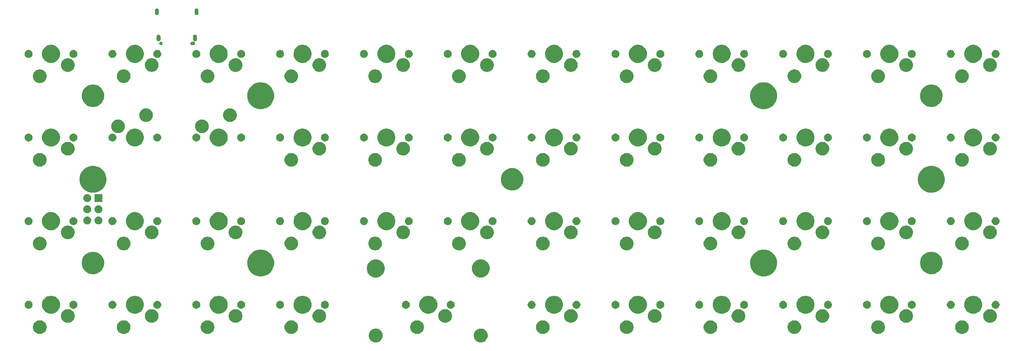
<source format=gbr>
G04 #@! TF.GenerationSoftware,KiCad,Pcbnew,(5.0.2)-1*
G04 #@! TF.CreationDate,2022-11-29T08:35:01-05:00*
G04 #@! TF.ProjectId,kurako_40,6b757261-6b6f-45f3-9430-2e6b69636164,rev?*
G04 #@! TF.SameCoordinates,Original*
G04 #@! TF.FileFunction,Soldermask,Top*
G04 #@! TF.FilePolarity,Negative*
%FSLAX46Y46*%
G04 Gerber Fmt 4.6, Leading zero omitted, Abs format (unit mm)*
G04 Created by KiCad (PCBNEW (5.0.2)-1) date 11/29/2022 8:35:01 AM*
%MOMM*%
%LPD*%
G01*
G04 APERTURE LIST*
%ADD10C,0.100000*%
G04 APERTURE END LIST*
D10*
G36*
X147707267Y-132440263D02*
X147859411Y-132470526D01*
X147978137Y-132519704D01*
X148146041Y-132589252D01*
X148404007Y-132761619D01*
X148623381Y-132980993D01*
X148795748Y-133238959D01*
X148814710Y-133284738D01*
X148914474Y-133525589D01*
X148935441Y-133631000D01*
X148975000Y-133829875D01*
X148975000Y-134140125D01*
X148914474Y-134444410D01*
X148795748Y-134731041D01*
X148623381Y-134989007D01*
X148404007Y-135208381D01*
X148146041Y-135380748D01*
X147978137Y-135450296D01*
X147859411Y-135499474D01*
X147707267Y-135529737D01*
X147555125Y-135560000D01*
X147244875Y-135560000D01*
X147092733Y-135529737D01*
X146940589Y-135499474D01*
X146821863Y-135450296D01*
X146653959Y-135380748D01*
X146395993Y-135208381D01*
X146176619Y-134989007D01*
X146004252Y-134731041D01*
X145885526Y-134444410D01*
X145825000Y-134140125D01*
X145825000Y-133829875D01*
X145864559Y-133631000D01*
X145885526Y-133525589D01*
X145985290Y-133284738D01*
X146004252Y-133238959D01*
X146176619Y-132980993D01*
X146395993Y-132761619D01*
X146653959Y-132589252D01*
X146821863Y-132519704D01*
X146940589Y-132470526D01*
X147092733Y-132440263D01*
X147244875Y-132410000D01*
X147555125Y-132410000D01*
X147707267Y-132440263D01*
X147707267Y-132440263D01*
G37*
G36*
X123907267Y-132440263D02*
X124059411Y-132470526D01*
X124178137Y-132519704D01*
X124346041Y-132589252D01*
X124604007Y-132761619D01*
X124823381Y-132980993D01*
X124995748Y-133238959D01*
X125014710Y-133284738D01*
X125114474Y-133525589D01*
X125135441Y-133631000D01*
X125175000Y-133829875D01*
X125175000Y-134140125D01*
X125114474Y-134444410D01*
X124995748Y-134731041D01*
X124823381Y-134989007D01*
X124604007Y-135208381D01*
X124346041Y-135380748D01*
X124178137Y-135450296D01*
X124059411Y-135499474D01*
X123907267Y-135529737D01*
X123755125Y-135560000D01*
X123444875Y-135560000D01*
X123292733Y-135529737D01*
X123140589Y-135499474D01*
X123021863Y-135450296D01*
X122853959Y-135380748D01*
X122595993Y-135208381D01*
X122376619Y-134989007D01*
X122204252Y-134731041D01*
X122085526Y-134444410D01*
X122025000Y-134140125D01*
X122025000Y-133829875D01*
X122064559Y-133631000D01*
X122085526Y-133525589D01*
X122185290Y-133284738D01*
X122204252Y-133238959D01*
X122376619Y-132980993D01*
X122595993Y-132761619D01*
X122853959Y-132589252D01*
X123021863Y-132519704D01*
X123140589Y-132470526D01*
X123292733Y-132440263D01*
X123444875Y-132410000D01*
X123755125Y-132410000D01*
X123907267Y-132440263D01*
X123907267Y-132440263D01*
G37*
G36*
X218812527Y-130568736D02*
X218912410Y-130588604D01*
X219194674Y-130705521D01*
X219448705Y-130875259D01*
X219664741Y-131091295D01*
X219834479Y-131345326D01*
X219951396Y-131627590D01*
X220011000Y-131927240D01*
X220011000Y-132232760D01*
X219951396Y-132532410D01*
X219834479Y-132814674D01*
X219664741Y-133068705D01*
X219448705Y-133284741D01*
X219194674Y-133454479D01*
X218912410Y-133571396D01*
X218812527Y-133591264D01*
X218612762Y-133631000D01*
X218307238Y-133631000D01*
X218107473Y-133591264D01*
X218007590Y-133571396D01*
X217725326Y-133454479D01*
X217471295Y-133284741D01*
X217255259Y-133068705D01*
X217085521Y-132814674D01*
X216968604Y-132532410D01*
X216909000Y-132232760D01*
X216909000Y-131927240D01*
X216968604Y-131627590D01*
X217085521Y-131345326D01*
X217255259Y-131091295D01*
X217471295Y-130875259D01*
X217725326Y-130705521D01*
X218007590Y-130588604D01*
X218107473Y-130568736D01*
X218307238Y-130529000D01*
X218612762Y-130529000D01*
X218812527Y-130568736D01*
X218812527Y-130568736D01*
G37*
G36*
X199812527Y-130568736D02*
X199912410Y-130588604D01*
X200194674Y-130705521D01*
X200448705Y-130875259D01*
X200664741Y-131091295D01*
X200834479Y-131345326D01*
X200951396Y-131627590D01*
X201011000Y-131927240D01*
X201011000Y-132232760D01*
X200951396Y-132532410D01*
X200834479Y-132814674D01*
X200664741Y-133068705D01*
X200448705Y-133284741D01*
X200194674Y-133454479D01*
X199912410Y-133571396D01*
X199812527Y-133591264D01*
X199612762Y-133631000D01*
X199307238Y-133631000D01*
X199107473Y-133591264D01*
X199007590Y-133571396D01*
X198725326Y-133454479D01*
X198471295Y-133284741D01*
X198255259Y-133068705D01*
X198085521Y-132814674D01*
X197968604Y-132532410D01*
X197909000Y-132232760D01*
X197909000Y-131927240D01*
X197968604Y-131627590D01*
X198085521Y-131345326D01*
X198255259Y-131091295D01*
X198471295Y-130875259D01*
X198725326Y-130705521D01*
X199007590Y-130588604D01*
X199107473Y-130568736D01*
X199307238Y-130529000D01*
X199612762Y-130529000D01*
X199812527Y-130568736D01*
X199812527Y-130568736D01*
G37*
G36*
X133312527Y-130568736D02*
X133412410Y-130588604D01*
X133694674Y-130705521D01*
X133948705Y-130875259D01*
X134164741Y-131091295D01*
X134334479Y-131345326D01*
X134451396Y-131627590D01*
X134511000Y-131927240D01*
X134511000Y-132232760D01*
X134451396Y-132532410D01*
X134334479Y-132814674D01*
X134164741Y-133068705D01*
X133948705Y-133284741D01*
X133694674Y-133454479D01*
X133412410Y-133571396D01*
X133312527Y-133591264D01*
X133112762Y-133631000D01*
X132807238Y-133631000D01*
X132607473Y-133591264D01*
X132507590Y-133571396D01*
X132225326Y-133454479D01*
X131971295Y-133284741D01*
X131755259Y-133068705D01*
X131585521Y-132814674D01*
X131468604Y-132532410D01*
X131409000Y-132232760D01*
X131409000Y-131927240D01*
X131468604Y-131627590D01*
X131585521Y-131345326D01*
X131755259Y-131091295D01*
X131971295Y-130875259D01*
X132225326Y-130705521D01*
X132507590Y-130588604D01*
X132607473Y-130568736D01*
X132807238Y-130529000D01*
X133112762Y-130529000D01*
X133312527Y-130568736D01*
X133312527Y-130568736D01*
G37*
G36*
X104812527Y-130568736D02*
X104912410Y-130588604D01*
X105194674Y-130705521D01*
X105448705Y-130875259D01*
X105664741Y-131091295D01*
X105834479Y-131345326D01*
X105951396Y-131627590D01*
X106011000Y-131927240D01*
X106011000Y-132232760D01*
X105951396Y-132532410D01*
X105834479Y-132814674D01*
X105664741Y-133068705D01*
X105448705Y-133284741D01*
X105194674Y-133454479D01*
X104912410Y-133571396D01*
X104812527Y-133591264D01*
X104612762Y-133631000D01*
X104307238Y-133631000D01*
X104107473Y-133591264D01*
X104007590Y-133571396D01*
X103725326Y-133454479D01*
X103471295Y-133284741D01*
X103255259Y-133068705D01*
X103085521Y-132814674D01*
X102968604Y-132532410D01*
X102909000Y-132232760D01*
X102909000Y-131927240D01*
X102968604Y-131627590D01*
X103085521Y-131345326D01*
X103255259Y-131091295D01*
X103471295Y-130875259D01*
X103725326Y-130705521D01*
X104007590Y-130588604D01*
X104107473Y-130568736D01*
X104307238Y-130529000D01*
X104612762Y-130529000D01*
X104812527Y-130568736D01*
X104812527Y-130568736D01*
G37*
G36*
X47812527Y-130568736D02*
X47912410Y-130588604D01*
X48194674Y-130705521D01*
X48448705Y-130875259D01*
X48664741Y-131091295D01*
X48834479Y-131345326D01*
X48951396Y-131627590D01*
X49011000Y-131927240D01*
X49011000Y-132232760D01*
X48951396Y-132532410D01*
X48834479Y-132814674D01*
X48664741Y-133068705D01*
X48448705Y-133284741D01*
X48194674Y-133454479D01*
X47912410Y-133571396D01*
X47812527Y-133591264D01*
X47612762Y-133631000D01*
X47307238Y-133631000D01*
X47107473Y-133591264D01*
X47007590Y-133571396D01*
X46725326Y-133454479D01*
X46471295Y-133284741D01*
X46255259Y-133068705D01*
X46085521Y-132814674D01*
X45968604Y-132532410D01*
X45909000Y-132232760D01*
X45909000Y-131927240D01*
X45968604Y-131627590D01*
X46085521Y-131345326D01*
X46255259Y-131091295D01*
X46471295Y-130875259D01*
X46725326Y-130705521D01*
X47007590Y-130588604D01*
X47107473Y-130568736D01*
X47307238Y-130529000D01*
X47612762Y-130529000D01*
X47812527Y-130568736D01*
X47812527Y-130568736D01*
G37*
G36*
X66812527Y-130568736D02*
X66912410Y-130588604D01*
X67194674Y-130705521D01*
X67448705Y-130875259D01*
X67664741Y-131091295D01*
X67834479Y-131345326D01*
X67951396Y-131627590D01*
X68011000Y-131927240D01*
X68011000Y-132232760D01*
X67951396Y-132532410D01*
X67834479Y-132814674D01*
X67664741Y-133068705D01*
X67448705Y-133284741D01*
X67194674Y-133454479D01*
X66912410Y-133571396D01*
X66812527Y-133591264D01*
X66612762Y-133631000D01*
X66307238Y-133631000D01*
X66107473Y-133591264D01*
X66007590Y-133571396D01*
X65725326Y-133454479D01*
X65471295Y-133284741D01*
X65255259Y-133068705D01*
X65085521Y-132814674D01*
X64968604Y-132532410D01*
X64909000Y-132232760D01*
X64909000Y-131927240D01*
X64968604Y-131627590D01*
X65085521Y-131345326D01*
X65255259Y-131091295D01*
X65471295Y-130875259D01*
X65725326Y-130705521D01*
X66007590Y-130588604D01*
X66107473Y-130568736D01*
X66307238Y-130529000D01*
X66612762Y-130529000D01*
X66812527Y-130568736D01*
X66812527Y-130568736D01*
G37*
G36*
X85812527Y-130568736D02*
X85912410Y-130588604D01*
X86194674Y-130705521D01*
X86448705Y-130875259D01*
X86664741Y-131091295D01*
X86834479Y-131345326D01*
X86951396Y-131627590D01*
X87011000Y-131927240D01*
X87011000Y-132232760D01*
X86951396Y-132532410D01*
X86834479Y-132814674D01*
X86664741Y-133068705D01*
X86448705Y-133284741D01*
X86194674Y-133454479D01*
X85912410Y-133571396D01*
X85812527Y-133591264D01*
X85612762Y-133631000D01*
X85307238Y-133631000D01*
X85107473Y-133591264D01*
X85007590Y-133571396D01*
X84725326Y-133454479D01*
X84471295Y-133284741D01*
X84255259Y-133068705D01*
X84085521Y-132814674D01*
X83968604Y-132532410D01*
X83909000Y-132232760D01*
X83909000Y-131927240D01*
X83968604Y-131627590D01*
X84085521Y-131345326D01*
X84255259Y-131091295D01*
X84471295Y-130875259D01*
X84725326Y-130705521D01*
X85007590Y-130588604D01*
X85107473Y-130568736D01*
X85307238Y-130529000D01*
X85612762Y-130529000D01*
X85812527Y-130568736D01*
X85812527Y-130568736D01*
G37*
G36*
X256812527Y-130568736D02*
X256912410Y-130588604D01*
X257194674Y-130705521D01*
X257448705Y-130875259D01*
X257664741Y-131091295D01*
X257834479Y-131345326D01*
X257951396Y-131627590D01*
X258011000Y-131927240D01*
X258011000Y-132232760D01*
X257951396Y-132532410D01*
X257834479Y-132814674D01*
X257664741Y-133068705D01*
X257448705Y-133284741D01*
X257194674Y-133454479D01*
X256912410Y-133571396D01*
X256812527Y-133591264D01*
X256612762Y-133631000D01*
X256307238Y-133631000D01*
X256107473Y-133591264D01*
X256007590Y-133571396D01*
X255725326Y-133454479D01*
X255471295Y-133284741D01*
X255255259Y-133068705D01*
X255085521Y-132814674D01*
X254968604Y-132532410D01*
X254909000Y-132232760D01*
X254909000Y-131927240D01*
X254968604Y-131627590D01*
X255085521Y-131345326D01*
X255255259Y-131091295D01*
X255471295Y-130875259D01*
X255725326Y-130705521D01*
X256007590Y-130588604D01*
X256107473Y-130568736D01*
X256307238Y-130529000D01*
X256612762Y-130529000D01*
X256812527Y-130568736D01*
X256812527Y-130568736D01*
G37*
G36*
X180812527Y-130568736D02*
X180912410Y-130588604D01*
X181194674Y-130705521D01*
X181448705Y-130875259D01*
X181664741Y-131091295D01*
X181834479Y-131345326D01*
X181951396Y-131627590D01*
X182011000Y-131927240D01*
X182011000Y-132232760D01*
X181951396Y-132532410D01*
X181834479Y-132814674D01*
X181664741Y-133068705D01*
X181448705Y-133284741D01*
X181194674Y-133454479D01*
X180912410Y-133571396D01*
X180812527Y-133591264D01*
X180612762Y-133631000D01*
X180307238Y-133631000D01*
X180107473Y-133591264D01*
X180007590Y-133571396D01*
X179725326Y-133454479D01*
X179471295Y-133284741D01*
X179255259Y-133068705D01*
X179085521Y-132814674D01*
X178968604Y-132532410D01*
X178909000Y-132232760D01*
X178909000Y-131927240D01*
X178968604Y-131627590D01*
X179085521Y-131345326D01*
X179255259Y-131091295D01*
X179471295Y-130875259D01*
X179725326Y-130705521D01*
X180007590Y-130588604D01*
X180107473Y-130568736D01*
X180307238Y-130529000D01*
X180612762Y-130529000D01*
X180812527Y-130568736D01*
X180812527Y-130568736D01*
G37*
G36*
X161812527Y-130568736D02*
X161912410Y-130588604D01*
X162194674Y-130705521D01*
X162448705Y-130875259D01*
X162664741Y-131091295D01*
X162834479Y-131345326D01*
X162951396Y-131627590D01*
X163011000Y-131927240D01*
X163011000Y-132232760D01*
X162951396Y-132532410D01*
X162834479Y-132814674D01*
X162664741Y-133068705D01*
X162448705Y-133284741D01*
X162194674Y-133454479D01*
X161912410Y-133571396D01*
X161812527Y-133591264D01*
X161612762Y-133631000D01*
X161307238Y-133631000D01*
X161107473Y-133591264D01*
X161007590Y-133571396D01*
X160725326Y-133454479D01*
X160471295Y-133284741D01*
X160255259Y-133068705D01*
X160085521Y-132814674D01*
X159968604Y-132532410D01*
X159909000Y-132232760D01*
X159909000Y-131927240D01*
X159968604Y-131627590D01*
X160085521Y-131345326D01*
X160255259Y-131091295D01*
X160471295Y-130875259D01*
X160725326Y-130705521D01*
X161007590Y-130588604D01*
X161107473Y-130568736D01*
X161307238Y-130529000D01*
X161612762Y-130529000D01*
X161812527Y-130568736D01*
X161812527Y-130568736D01*
G37*
G36*
X237812527Y-130568736D02*
X237912410Y-130588604D01*
X238194674Y-130705521D01*
X238448705Y-130875259D01*
X238664741Y-131091295D01*
X238834479Y-131345326D01*
X238951396Y-131627590D01*
X239011000Y-131927240D01*
X239011000Y-132232760D01*
X238951396Y-132532410D01*
X238834479Y-132814674D01*
X238664741Y-133068705D01*
X238448705Y-133284741D01*
X238194674Y-133454479D01*
X237912410Y-133571396D01*
X237812527Y-133591264D01*
X237612762Y-133631000D01*
X237307238Y-133631000D01*
X237107473Y-133591264D01*
X237007590Y-133571396D01*
X236725326Y-133454479D01*
X236471295Y-133284741D01*
X236255259Y-133068705D01*
X236085521Y-132814674D01*
X235968604Y-132532410D01*
X235909000Y-132232760D01*
X235909000Y-131927240D01*
X235968604Y-131627590D01*
X236085521Y-131345326D01*
X236255259Y-131091295D01*
X236471295Y-130875259D01*
X236725326Y-130705521D01*
X237007590Y-130588604D01*
X237107473Y-130568736D01*
X237307238Y-130529000D01*
X237612762Y-130529000D01*
X237812527Y-130568736D01*
X237812527Y-130568736D01*
G37*
G36*
X111162527Y-128028736D02*
X111262410Y-128048604D01*
X111544674Y-128165521D01*
X111798705Y-128335259D01*
X112014741Y-128551295D01*
X112184479Y-128805326D01*
X112301396Y-129087590D01*
X112361000Y-129387240D01*
X112361000Y-129692760D01*
X112301396Y-129992410D01*
X112184479Y-130274674D01*
X112014741Y-130528705D01*
X111798705Y-130744741D01*
X111544674Y-130914479D01*
X111262410Y-131031396D01*
X111162527Y-131051264D01*
X110962762Y-131091000D01*
X110657238Y-131091000D01*
X110457473Y-131051264D01*
X110357590Y-131031396D01*
X110075326Y-130914479D01*
X109821295Y-130744741D01*
X109605259Y-130528705D01*
X109435521Y-130274674D01*
X109318604Y-129992410D01*
X109259000Y-129692760D01*
X109259000Y-129387240D01*
X109318604Y-129087590D01*
X109435521Y-128805326D01*
X109605259Y-128551295D01*
X109821295Y-128335259D01*
X110075326Y-128165521D01*
X110357590Y-128048604D01*
X110457473Y-128028736D01*
X110657238Y-127989000D01*
X110962762Y-127989000D01*
X111162527Y-128028736D01*
X111162527Y-128028736D01*
G37*
G36*
X168162527Y-128028736D02*
X168262410Y-128048604D01*
X168544674Y-128165521D01*
X168798705Y-128335259D01*
X169014741Y-128551295D01*
X169184479Y-128805326D01*
X169301396Y-129087590D01*
X169361000Y-129387240D01*
X169361000Y-129692760D01*
X169301396Y-129992410D01*
X169184479Y-130274674D01*
X169014741Y-130528705D01*
X168798705Y-130744741D01*
X168544674Y-130914479D01*
X168262410Y-131031396D01*
X168162527Y-131051264D01*
X167962762Y-131091000D01*
X167657238Y-131091000D01*
X167457473Y-131051264D01*
X167357590Y-131031396D01*
X167075326Y-130914479D01*
X166821295Y-130744741D01*
X166605259Y-130528705D01*
X166435521Y-130274674D01*
X166318604Y-129992410D01*
X166259000Y-129692760D01*
X166259000Y-129387240D01*
X166318604Y-129087590D01*
X166435521Y-128805326D01*
X166605259Y-128551295D01*
X166821295Y-128335259D01*
X167075326Y-128165521D01*
X167357590Y-128048604D01*
X167457473Y-128028736D01*
X167657238Y-127989000D01*
X167962762Y-127989000D01*
X168162527Y-128028736D01*
X168162527Y-128028736D01*
G37*
G36*
X73162527Y-128028736D02*
X73262410Y-128048604D01*
X73544674Y-128165521D01*
X73798705Y-128335259D01*
X74014741Y-128551295D01*
X74184479Y-128805326D01*
X74301396Y-129087590D01*
X74361000Y-129387240D01*
X74361000Y-129692760D01*
X74301396Y-129992410D01*
X74184479Y-130274674D01*
X74014741Y-130528705D01*
X73798705Y-130744741D01*
X73544674Y-130914479D01*
X73262410Y-131031396D01*
X73162527Y-131051264D01*
X72962762Y-131091000D01*
X72657238Y-131091000D01*
X72457473Y-131051264D01*
X72357590Y-131031396D01*
X72075326Y-130914479D01*
X71821295Y-130744741D01*
X71605259Y-130528705D01*
X71435521Y-130274674D01*
X71318604Y-129992410D01*
X71259000Y-129692760D01*
X71259000Y-129387240D01*
X71318604Y-129087590D01*
X71435521Y-128805326D01*
X71605259Y-128551295D01*
X71821295Y-128335259D01*
X72075326Y-128165521D01*
X72357590Y-128048604D01*
X72457473Y-128028736D01*
X72657238Y-127989000D01*
X72962762Y-127989000D01*
X73162527Y-128028736D01*
X73162527Y-128028736D01*
G37*
G36*
X263162527Y-128028736D02*
X263262410Y-128048604D01*
X263544674Y-128165521D01*
X263798705Y-128335259D01*
X264014741Y-128551295D01*
X264184479Y-128805326D01*
X264301396Y-129087590D01*
X264361000Y-129387240D01*
X264361000Y-129692760D01*
X264301396Y-129992410D01*
X264184479Y-130274674D01*
X264014741Y-130528705D01*
X263798705Y-130744741D01*
X263544674Y-130914479D01*
X263262410Y-131031396D01*
X263162527Y-131051264D01*
X262962762Y-131091000D01*
X262657238Y-131091000D01*
X262457473Y-131051264D01*
X262357590Y-131031396D01*
X262075326Y-130914479D01*
X261821295Y-130744741D01*
X261605259Y-130528705D01*
X261435521Y-130274674D01*
X261318604Y-129992410D01*
X261259000Y-129692760D01*
X261259000Y-129387240D01*
X261318604Y-129087590D01*
X261435521Y-128805326D01*
X261605259Y-128551295D01*
X261821295Y-128335259D01*
X262075326Y-128165521D01*
X262357590Y-128048604D01*
X262457473Y-128028736D01*
X262657238Y-127989000D01*
X262962762Y-127989000D01*
X263162527Y-128028736D01*
X263162527Y-128028736D01*
G37*
G36*
X206162527Y-128028736D02*
X206262410Y-128048604D01*
X206544674Y-128165521D01*
X206798705Y-128335259D01*
X207014741Y-128551295D01*
X207184479Y-128805326D01*
X207301396Y-129087590D01*
X207361000Y-129387240D01*
X207361000Y-129692760D01*
X207301396Y-129992410D01*
X207184479Y-130274674D01*
X207014741Y-130528705D01*
X206798705Y-130744741D01*
X206544674Y-130914479D01*
X206262410Y-131031396D01*
X206162527Y-131051264D01*
X205962762Y-131091000D01*
X205657238Y-131091000D01*
X205457473Y-131051264D01*
X205357590Y-131031396D01*
X205075326Y-130914479D01*
X204821295Y-130744741D01*
X204605259Y-130528705D01*
X204435521Y-130274674D01*
X204318604Y-129992410D01*
X204259000Y-129692760D01*
X204259000Y-129387240D01*
X204318604Y-129087590D01*
X204435521Y-128805326D01*
X204605259Y-128551295D01*
X204821295Y-128335259D01*
X205075326Y-128165521D01*
X205357590Y-128048604D01*
X205457473Y-128028736D01*
X205657238Y-127989000D01*
X205962762Y-127989000D01*
X206162527Y-128028736D01*
X206162527Y-128028736D01*
G37*
G36*
X54162527Y-128028736D02*
X54262410Y-128048604D01*
X54544674Y-128165521D01*
X54798705Y-128335259D01*
X55014741Y-128551295D01*
X55184479Y-128805326D01*
X55301396Y-129087590D01*
X55361000Y-129387240D01*
X55361000Y-129692760D01*
X55301396Y-129992410D01*
X55184479Y-130274674D01*
X55014741Y-130528705D01*
X54798705Y-130744741D01*
X54544674Y-130914479D01*
X54262410Y-131031396D01*
X54162527Y-131051264D01*
X53962762Y-131091000D01*
X53657238Y-131091000D01*
X53457473Y-131051264D01*
X53357590Y-131031396D01*
X53075326Y-130914479D01*
X52821295Y-130744741D01*
X52605259Y-130528705D01*
X52435521Y-130274674D01*
X52318604Y-129992410D01*
X52259000Y-129692760D01*
X52259000Y-129387240D01*
X52318604Y-129087590D01*
X52435521Y-128805326D01*
X52605259Y-128551295D01*
X52821295Y-128335259D01*
X53075326Y-128165521D01*
X53357590Y-128048604D01*
X53457473Y-128028736D01*
X53657238Y-127989000D01*
X53962762Y-127989000D01*
X54162527Y-128028736D01*
X54162527Y-128028736D01*
G37*
G36*
X244162527Y-128028736D02*
X244262410Y-128048604D01*
X244544674Y-128165521D01*
X244798705Y-128335259D01*
X245014741Y-128551295D01*
X245184479Y-128805326D01*
X245301396Y-129087590D01*
X245361000Y-129387240D01*
X245361000Y-129692760D01*
X245301396Y-129992410D01*
X245184479Y-130274674D01*
X245014741Y-130528705D01*
X244798705Y-130744741D01*
X244544674Y-130914479D01*
X244262410Y-131031396D01*
X244162527Y-131051264D01*
X243962762Y-131091000D01*
X243657238Y-131091000D01*
X243457473Y-131051264D01*
X243357590Y-131031396D01*
X243075326Y-130914479D01*
X242821295Y-130744741D01*
X242605259Y-130528705D01*
X242435521Y-130274674D01*
X242318604Y-129992410D01*
X242259000Y-129692760D01*
X242259000Y-129387240D01*
X242318604Y-129087590D01*
X242435521Y-128805326D01*
X242605259Y-128551295D01*
X242821295Y-128335259D01*
X243075326Y-128165521D01*
X243357590Y-128048604D01*
X243457473Y-128028736D01*
X243657238Y-127989000D01*
X243962762Y-127989000D01*
X244162527Y-128028736D01*
X244162527Y-128028736D01*
G37*
G36*
X92162527Y-128028736D02*
X92262410Y-128048604D01*
X92544674Y-128165521D01*
X92798705Y-128335259D01*
X93014741Y-128551295D01*
X93184479Y-128805326D01*
X93301396Y-129087590D01*
X93361000Y-129387240D01*
X93361000Y-129692760D01*
X93301396Y-129992410D01*
X93184479Y-130274674D01*
X93014741Y-130528705D01*
X92798705Y-130744741D01*
X92544674Y-130914479D01*
X92262410Y-131031396D01*
X92162527Y-131051264D01*
X91962762Y-131091000D01*
X91657238Y-131091000D01*
X91457473Y-131051264D01*
X91357590Y-131031396D01*
X91075326Y-130914479D01*
X90821295Y-130744741D01*
X90605259Y-130528705D01*
X90435521Y-130274674D01*
X90318604Y-129992410D01*
X90259000Y-129692760D01*
X90259000Y-129387240D01*
X90318604Y-129087590D01*
X90435521Y-128805326D01*
X90605259Y-128551295D01*
X90821295Y-128335259D01*
X91075326Y-128165521D01*
X91357590Y-128048604D01*
X91457473Y-128028736D01*
X91657238Y-127989000D01*
X91962762Y-127989000D01*
X92162527Y-128028736D01*
X92162527Y-128028736D01*
G37*
G36*
X225162527Y-128028736D02*
X225262410Y-128048604D01*
X225544674Y-128165521D01*
X225798705Y-128335259D01*
X226014741Y-128551295D01*
X226184479Y-128805326D01*
X226301396Y-129087590D01*
X226361000Y-129387240D01*
X226361000Y-129692760D01*
X226301396Y-129992410D01*
X226184479Y-130274674D01*
X226014741Y-130528705D01*
X225798705Y-130744741D01*
X225544674Y-130914479D01*
X225262410Y-131031396D01*
X225162527Y-131051264D01*
X224962762Y-131091000D01*
X224657238Y-131091000D01*
X224457473Y-131051264D01*
X224357590Y-131031396D01*
X224075326Y-130914479D01*
X223821295Y-130744741D01*
X223605259Y-130528705D01*
X223435521Y-130274674D01*
X223318604Y-129992410D01*
X223259000Y-129692760D01*
X223259000Y-129387240D01*
X223318604Y-129087590D01*
X223435521Y-128805326D01*
X223605259Y-128551295D01*
X223821295Y-128335259D01*
X224075326Y-128165521D01*
X224357590Y-128048604D01*
X224457473Y-128028736D01*
X224657238Y-127989000D01*
X224962762Y-127989000D01*
X225162527Y-128028736D01*
X225162527Y-128028736D01*
G37*
G36*
X187162527Y-128028736D02*
X187262410Y-128048604D01*
X187544674Y-128165521D01*
X187798705Y-128335259D01*
X188014741Y-128551295D01*
X188184479Y-128805326D01*
X188301396Y-129087590D01*
X188361000Y-129387240D01*
X188361000Y-129692760D01*
X188301396Y-129992410D01*
X188184479Y-130274674D01*
X188014741Y-130528705D01*
X187798705Y-130744741D01*
X187544674Y-130914479D01*
X187262410Y-131031396D01*
X187162527Y-131051264D01*
X186962762Y-131091000D01*
X186657238Y-131091000D01*
X186457473Y-131051264D01*
X186357590Y-131031396D01*
X186075326Y-130914479D01*
X185821295Y-130744741D01*
X185605259Y-130528705D01*
X185435521Y-130274674D01*
X185318604Y-129992410D01*
X185259000Y-129692760D01*
X185259000Y-129387240D01*
X185318604Y-129087590D01*
X185435521Y-128805326D01*
X185605259Y-128551295D01*
X185821295Y-128335259D01*
X186075326Y-128165521D01*
X186357590Y-128048604D01*
X186457473Y-128028736D01*
X186657238Y-127989000D01*
X186962762Y-127989000D01*
X187162527Y-128028736D01*
X187162527Y-128028736D01*
G37*
G36*
X139662527Y-128028736D02*
X139762410Y-128048604D01*
X140044674Y-128165521D01*
X140298705Y-128335259D01*
X140514741Y-128551295D01*
X140684479Y-128805326D01*
X140801396Y-129087590D01*
X140861000Y-129387240D01*
X140861000Y-129692760D01*
X140801396Y-129992410D01*
X140684479Y-130274674D01*
X140514741Y-130528705D01*
X140298705Y-130744741D01*
X140044674Y-130914479D01*
X139762410Y-131031396D01*
X139662527Y-131051264D01*
X139462762Y-131091000D01*
X139157238Y-131091000D01*
X138957473Y-131051264D01*
X138857590Y-131031396D01*
X138575326Y-130914479D01*
X138321295Y-130744741D01*
X138105259Y-130528705D01*
X137935521Y-130274674D01*
X137818604Y-129992410D01*
X137759000Y-129692760D01*
X137759000Y-129387240D01*
X137818604Y-129087590D01*
X137935521Y-128805326D01*
X138105259Y-128551295D01*
X138321295Y-128335259D01*
X138575326Y-128165521D01*
X138857590Y-128048604D01*
X138957473Y-128028736D01*
X139157238Y-127989000D01*
X139462762Y-127989000D01*
X139662527Y-128028736D01*
X139662527Y-128028736D01*
G37*
G36*
X88596472Y-125033684D02*
X88596474Y-125033685D01*
X88596475Y-125033685D01*
X88968623Y-125187833D01*
X89303548Y-125411623D01*
X89588377Y-125696452D01*
X89812167Y-126031377D01*
X89882322Y-126200747D01*
X89966316Y-126403528D01*
X90044900Y-126798594D01*
X90044900Y-127201406D01*
X89970601Y-127574931D01*
X89966315Y-127596475D01*
X89812167Y-127968623D01*
X89588377Y-128303548D01*
X89303548Y-128588377D01*
X88968623Y-128812167D01*
X88596475Y-128966315D01*
X88596474Y-128966315D01*
X88596472Y-128966316D01*
X88201406Y-129044900D01*
X87798594Y-129044900D01*
X87403528Y-128966316D01*
X87403526Y-128966315D01*
X87403525Y-128966315D01*
X87031377Y-128812167D01*
X86696452Y-128588377D01*
X86411623Y-128303548D01*
X86187833Y-127968623D01*
X86033685Y-127596475D01*
X86029400Y-127574931D01*
X85955100Y-127201406D01*
X85955100Y-126798594D01*
X86033684Y-126403528D01*
X86117678Y-126200747D01*
X86187833Y-126031377D01*
X86411623Y-125696452D01*
X86696452Y-125411623D01*
X87031377Y-125187833D01*
X87403525Y-125033685D01*
X87403526Y-125033685D01*
X87403528Y-125033684D01*
X87798594Y-124955100D01*
X88201406Y-124955100D01*
X88596472Y-125033684D01*
X88596472Y-125033684D01*
G37*
G36*
X107596472Y-125033684D02*
X107596474Y-125033685D01*
X107596475Y-125033685D01*
X107968623Y-125187833D01*
X108303548Y-125411623D01*
X108588377Y-125696452D01*
X108812167Y-126031377D01*
X108882322Y-126200747D01*
X108966316Y-126403528D01*
X109044900Y-126798594D01*
X109044900Y-127201406D01*
X108970601Y-127574931D01*
X108966315Y-127596475D01*
X108812167Y-127968623D01*
X108588377Y-128303548D01*
X108303548Y-128588377D01*
X107968623Y-128812167D01*
X107596475Y-128966315D01*
X107596474Y-128966315D01*
X107596472Y-128966316D01*
X107201406Y-129044900D01*
X106798594Y-129044900D01*
X106403528Y-128966316D01*
X106403526Y-128966315D01*
X106403525Y-128966315D01*
X106031377Y-128812167D01*
X105696452Y-128588377D01*
X105411623Y-128303548D01*
X105187833Y-127968623D01*
X105033685Y-127596475D01*
X105029400Y-127574931D01*
X104955100Y-127201406D01*
X104955100Y-126798594D01*
X105033684Y-126403528D01*
X105117678Y-126200747D01*
X105187833Y-126031377D01*
X105411623Y-125696452D01*
X105696452Y-125411623D01*
X106031377Y-125187833D01*
X106403525Y-125033685D01*
X106403526Y-125033685D01*
X106403528Y-125033684D01*
X106798594Y-124955100D01*
X107201406Y-124955100D01*
X107596472Y-125033684D01*
X107596472Y-125033684D01*
G37*
G36*
X136096472Y-125033684D02*
X136096474Y-125033685D01*
X136096475Y-125033685D01*
X136468623Y-125187833D01*
X136803548Y-125411623D01*
X137088377Y-125696452D01*
X137312167Y-126031377D01*
X137382322Y-126200747D01*
X137466316Y-126403528D01*
X137544900Y-126798594D01*
X137544900Y-127201406D01*
X137470601Y-127574931D01*
X137466315Y-127596475D01*
X137312167Y-127968623D01*
X137088377Y-128303548D01*
X136803548Y-128588377D01*
X136468623Y-128812167D01*
X136096475Y-128966315D01*
X136096474Y-128966315D01*
X136096472Y-128966316D01*
X135701406Y-129044900D01*
X135298594Y-129044900D01*
X134903528Y-128966316D01*
X134903526Y-128966315D01*
X134903525Y-128966315D01*
X134531377Y-128812167D01*
X134196452Y-128588377D01*
X133911623Y-128303548D01*
X133687833Y-127968623D01*
X133533685Y-127596475D01*
X133529400Y-127574931D01*
X133455100Y-127201406D01*
X133455100Y-126798594D01*
X133533684Y-126403528D01*
X133617678Y-126200747D01*
X133687833Y-126031377D01*
X133911623Y-125696452D01*
X134196452Y-125411623D01*
X134531377Y-125187833D01*
X134903525Y-125033685D01*
X134903526Y-125033685D01*
X134903528Y-125033684D01*
X135298594Y-124955100D01*
X135701406Y-124955100D01*
X136096472Y-125033684D01*
X136096472Y-125033684D01*
G37*
G36*
X221596472Y-125033684D02*
X221596474Y-125033685D01*
X221596475Y-125033685D01*
X221968623Y-125187833D01*
X222303548Y-125411623D01*
X222588377Y-125696452D01*
X222812167Y-126031377D01*
X222882322Y-126200747D01*
X222966316Y-126403528D01*
X223044900Y-126798594D01*
X223044900Y-127201406D01*
X222970601Y-127574931D01*
X222966315Y-127596475D01*
X222812167Y-127968623D01*
X222588377Y-128303548D01*
X222303548Y-128588377D01*
X221968623Y-128812167D01*
X221596475Y-128966315D01*
X221596474Y-128966315D01*
X221596472Y-128966316D01*
X221201406Y-129044900D01*
X220798594Y-129044900D01*
X220403528Y-128966316D01*
X220403526Y-128966315D01*
X220403525Y-128966315D01*
X220031377Y-128812167D01*
X219696452Y-128588377D01*
X219411623Y-128303548D01*
X219187833Y-127968623D01*
X219033685Y-127596475D01*
X219029400Y-127574931D01*
X218955100Y-127201406D01*
X218955100Y-126798594D01*
X219033684Y-126403528D01*
X219117678Y-126200747D01*
X219187833Y-126031377D01*
X219411623Y-125696452D01*
X219696452Y-125411623D01*
X220031377Y-125187833D01*
X220403525Y-125033685D01*
X220403526Y-125033685D01*
X220403528Y-125033684D01*
X220798594Y-124955100D01*
X221201406Y-124955100D01*
X221596472Y-125033684D01*
X221596472Y-125033684D01*
G37*
G36*
X240596472Y-125033684D02*
X240596474Y-125033685D01*
X240596475Y-125033685D01*
X240968623Y-125187833D01*
X241303548Y-125411623D01*
X241588377Y-125696452D01*
X241812167Y-126031377D01*
X241882322Y-126200747D01*
X241966316Y-126403528D01*
X242044900Y-126798594D01*
X242044900Y-127201406D01*
X241970601Y-127574931D01*
X241966315Y-127596475D01*
X241812167Y-127968623D01*
X241588377Y-128303548D01*
X241303548Y-128588377D01*
X240968623Y-128812167D01*
X240596475Y-128966315D01*
X240596474Y-128966315D01*
X240596472Y-128966316D01*
X240201406Y-129044900D01*
X239798594Y-129044900D01*
X239403528Y-128966316D01*
X239403526Y-128966315D01*
X239403525Y-128966315D01*
X239031377Y-128812167D01*
X238696452Y-128588377D01*
X238411623Y-128303548D01*
X238187833Y-127968623D01*
X238033685Y-127596475D01*
X238029400Y-127574931D01*
X237955100Y-127201406D01*
X237955100Y-126798594D01*
X238033684Y-126403528D01*
X238117678Y-126200747D01*
X238187833Y-126031377D01*
X238411623Y-125696452D01*
X238696452Y-125411623D01*
X239031377Y-125187833D01*
X239403525Y-125033685D01*
X239403526Y-125033685D01*
X239403528Y-125033684D01*
X239798594Y-124955100D01*
X240201406Y-124955100D01*
X240596472Y-125033684D01*
X240596472Y-125033684D01*
G37*
G36*
X50596472Y-125033684D02*
X50596474Y-125033685D01*
X50596475Y-125033685D01*
X50968623Y-125187833D01*
X51303548Y-125411623D01*
X51588377Y-125696452D01*
X51812167Y-126031377D01*
X51882322Y-126200747D01*
X51966316Y-126403528D01*
X52044900Y-126798594D01*
X52044900Y-127201406D01*
X51970601Y-127574931D01*
X51966315Y-127596475D01*
X51812167Y-127968623D01*
X51588377Y-128303548D01*
X51303548Y-128588377D01*
X50968623Y-128812167D01*
X50596475Y-128966315D01*
X50596474Y-128966315D01*
X50596472Y-128966316D01*
X50201406Y-129044900D01*
X49798594Y-129044900D01*
X49403528Y-128966316D01*
X49403526Y-128966315D01*
X49403525Y-128966315D01*
X49031377Y-128812167D01*
X48696452Y-128588377D01*
X48411623Y-128303548D01*
X48187833Y-127968623D01*
X48033685Y-127596475D01*
X48029400Y-127574931D01*
X47955100Y-127201406D01*
X47955100Y-126798594D01*
X48033684Y-126403528D01*
X48117678Y-126200747D01*
X48187833Y-126031377D01*
X48411623Y-125696452D01*
X48696452Y-125411623D01*
X49031377Y-125187833D01*
X49403525Y-125033685D01*
X49403526Y-125033685D01*
X49403528Y-125033684D01*
X49798594Y-124955100D01*
X50201406Y-124955100D01*
X50596472Y-125033684D01*
X50596472Y-125033684D01*
G37*
G36*
X69596472Y-125033684D02*
X69596474Y-125033685D01*
X69596475Y-125033685D01*
X69968623Y-125187833D01*
X70303548Y-125411623D01*
X70588377Y-125696452D01*
X70812167Y-126031377D01*
X70882322Y-126200747D01*
X70966316Y-126403528D01*
X71044900Y-126798594D01*
X71044900Y-127201406D01*
X70970601Y-127574931D01*
X70966315Y-127596475D01*
X70812167Y-127968623D01*
X70588377Y-128303548D01*
X70303548Y-128588377D01*
X69968623Y-128812167D01*
X69596475Y-128966315D01*
X69596474Y-128966315D01*
X69596472Y-128966316D01*
X69201406Y-129044900D01*
X68798594Y-129044900D01*
X68403528Y-128966316D01*
X68403526Y-128966315D01*
X68403525Y-128966315D01*
X68031377Y-128812167D01*
X67696452Y-128588377D01*
X67411623Y-128303548D01*
X67187833Y-127968623D01*
X67033685Y-127596475D01*
X67029400Y-127574931D01*
X66955100Y-127201406D01*
X66955100Y-126798594D01*
X67033684Y-126403528D01*
X67117678Y-126200747D01*
X67187833Y-126031377D01*
X67411623Y-125696452D01*
X67696452Y-125411623D01*
X68031377Y-125187833D01*
X68403525Y-125033685D01*
X68403526Y-125033685D01*
X68403528Y-125033684D01*
X68798594Y-124955100D01*
X69201406Y-124955100D01*
X69596472Y-125033684D01*
X69596472Y-125033684D01*
G37*
G36*
X202596472Y-125033684D02*
X202596474Y-125033685D01*
X202596475Y-125033685D01*
X202968623Y-125187833D01*
X203303548Y-125411623D01*
X203588377Y-125696452D01*
X203812167Y-126031377D01*
X203882322Y-126200747D01*
X203966316Y-126403528D01*
X204044900Y-126798594D01*
X204044900Y-127201406D01*
X203970601Y-127574931D01*
X203966315Y-127596475D01*
X203812167Y-127968623D01*
X203588377Y-128303548D01*
X203303548Y-128588377D01*
X202968623Y-128812167D01*
X202596475Y-128966315D01*
X202596474Y-128966315D01*
X202596472Y-128966316D01*
X202201406Y-129044900D01*
X201798594Y-129044900D01*
X201403528Y-128966316D01*
X201403526Y-128966315D01*
X201403525Y-128966315D01*
X201031377Y-128812167D01*
X200696452Y-128588377D01*
X200411623Y-128303548D01*
X200187833Y-127968623D01*
X200033685Y-127596475D01*
X200029400Y-127574931D01*
X199955100Y-127201406D01*
X199955100Y-126798594D01*
X200033684Y-126403528D01*
X200117678Y-126200747D01*
X200187833Y-126031377D01*
X200411623Y-125696452D01*
X200696452Y-125411623D01*
X201031377Y-125187833D01*
X201403525Y-125033685D01*
X201403526Y-125033685D01*
X201403528Y-125033684D01*
X201798594Y-124955100D01*
X202201406Y-124955100D01*
X202596472Y-125033684D01*
X202596472Y-125033684D01*
G37*
G36*
X183596472Y-125033684D02*
X183596474Y-125033685D01*
X183596475Y-125033685D01*
X183968623Y-125187833D01*
X184303548Y-125411623D01*
X184588377Y-125696452D01*
X184812167Y-126031377D01*
X184882322Y-126200747D01*
X184966316Y-126403528D01*
X185044900Y-126798594D01*
X185044900Y-127201406D01*
X184970601Y-127574931D01*
X184966315Y-127596475D01*
X184812167Y-127968623D01*
X184588377Y-128303548D01*
X184303548Y-128588377D01*
X183968623Y-128812167D01*
X183596475Y-128966315D01*
X183596474Y-128966315D01*
X183596472Y-128966316D01*
X183201406Y-129044900D01*
X182798594Y-129044900D01*
X182403528Y-128966316D01*
X182403526Y-128966315D01*
X182403525Y-128966315D01*
X182031377Y-128812167D01*
X181696452Y-128588377D01*
X181411623Y-128303548D01*
X181187833Y-127968623D01*
X181033685Y-127596475D01*
X181029400Y-127574931D01*
X180955100Y-127201406D01*
X180955100Y-126798594D01*
X181033684Y-126403528D01*
X181117678Y-126200747D01*
X181187833Y-126031377D01*
X181411623Y-125696452D01*
X181696452Y-125411623D01*
X182031377Y-125187833D01*
X182403525Y-125033685D01*
X182403526Y-125033685D01*
X182403528Y-125033684D01*
X182798594Y-124955100D01*
X183201406Y-124955100D01*
X183596472Y-125033684D01*
X183596472Y-125033684D01*
G37*
G36*
X259596472Y-125033684D02*
X259596474Y-125033685D01*
X259596475Y-125033685D01*
X259968623Y-125187833D01*
X260303548Y-125411623D01*
X260588377Y-125696452D01*
X260812167Y-126031377D01*
X260882322Y-126200747D01*
X260966316Y-126403528D01*
X261044900Y-126798594D01*
X261044900Y-127201406D01*
X260970601Y-127574931D01*
X260966315Y-127596475D01*
X260812167Y-127968623D01*
X260588377Y-128303548D01*
X260303548Y-128588377D01*
X259968623Y-128812167D01*
X259596475Y-128966315D01*
X259596474Y-128966315D01*
X259596472Y-128966316D01*
X259201406Y-129044900D01*
X258798594Y-129044900D01*
X258403528Y-128966316D01*
X258403526Y-128966315D01*
X258403525Y-128966315D01*
X258031377Y-128812167D01*
X257696452Y-128588377D01*
X257411623Y-128303548D01*
X257187833Y-127968623D01*
X257033685Y-127596475D01*
X257029400Y-127574931D01*
X256955100Y-127201406D01*
X256955100Y-126798594D01*
X257033684Y-126403528D01*
X257117678Y-126200747D01*
X257187833Y-126031377D01*
X257411623Y-125696452D01*
X257696452Y-125411623D01*
X258031377Y-125187833D01*
X258403525Y-125033685D01*
X258403526Y-125033685D01*
X258403528Y-125033684D01*
X258798594Y-124955100D01*
X259201406Y-124955100D01*
X259596472Y-125033684D01*
X259596472Y-125033684D01*
G37*
G36*
X164596472Y-125033684D02*
X164596474Y-125033685D01*
X164596475Y-125033685D01*
X164968623Y-125187833D01*
X165303548Y-125411623D01*
X165588377Y-125696452D01*
X165812167Y-126031377D01*
X165882322Y-126200747D01*
X165966316Y-126403528D01*
X166044900Y-126798594D01*
X166044900Y-127201406D01*
X165970601Y-127574931D01*
X165966315Y-127596475D01*
X165812167Y-127968623D01*
X165588377Y-128303548D01*
X165303548Y-128588377D01*
X164968623Y-128812167D01*
X164596475Y-128966315D01*
X164596474Y-128966315D01*
X164596472Y-128966316D01*
X164201406Y-129044900D01*
X163798594Y-129044900D01*
X163403528Y-128966316D01*
X163403526Y-128966315D01*
X163403525Y-128966315D01*
X163031377Y-128812167D01*
X162696452Y-128588377D01*
X162411623Y-128303548D01*
X162187833Y-127968623D01*
X162033685Y-127596475D01*
X162029400Y-127574931D01*
X161955100Y-127201406D01*
X161955100Y-126798594D01*
X162033684Y-126403528D01*
X162117678Y-126200747D01*
X162187833Y-126031377D01*
X162411623Y-125696452D01*
X162696452Y-125411623D01*
X163031377Y-125187833D01*
X163403525Y-125033685D01*
X163403526Y-125033685D01*
X163403528Y-125033684D01*
X163798594Y-124955100D01*
X164201406Y-124955100D01*
X164596472Y-125033684D01*
X164596472Y-125033684D01*
G37*
G36*
X235124993Y-126121206D02*
X235183075Y-126132759D01*
X235231149Y-126152672D01*
X235347210Y-126200746D01*
X235494931Y-126299450D01*
X235620550Y-126425069D01*
X235719254Y-126572790D01*
X235787241Y-126736926D01*
X235821900Y-126911169D01*
X235821900Y-127088831D01*
X235787241Y-127263074D01*
X235719254Y-127427210D01*
X235620550Y-127574931D01*
X235494931Y-127700550D01*
X235347210Y-127799254D01*
X235231149Y-127847328D01*
X235183075Y-127867241D01*
X235124993Y-127878794D01*
X235008831Y-127901900D01*
X234831169Y-127901900D01*
X234715007Y-127878794D01*
X234656925Y-127867241D01*
X234608851Y-127847328D01*
X234492790Y-127799254D01*
X234345069Y-127700550D01*
X234219450Y-127574931D01*
X234120746Y-127427210D01*
X234052759Y-127263074D01*
X234018100Y-127088831D01*
X234018100Y-126911169D01*
X234052759Y-126736926D01*
X234120746Y-126572790D01*
X234219450Y-126425069D01*
X234345069Y-126299450D01*
X234492790Y-126200746D01*
X234608851Y-126152672D01*
X234656925Y-126132759D01*
X234715007Y-126121206D01*
X234831169Y-126098100D01*
X235008831Y-126098100D01*
X235124993Y-126121206D01*
X235124993Y-126121206D01*
G37*
G36*
X245284993Y-126121206D02*
X245343075Y-126132759D01*
X245391149Y-126152672D01*
X245507210Y-126200746D01*
X245654931Y-126299450D01*
X245780550Y-126425069D01*
X245879254Y-126572790D01*
X245947241Y-126736926D01*
X245981900Y-126911169D01*
X245981900Y-127088831D01*
X245947241Y-127263074D01*
X245879254Y-127427210D01*
X245780550Y-127574931D01*
X245654931Y-127700550D01*
X245507210Y-127799254D01*
X245391149Y-127847328D01*
X245343075Y-127867241D01*
X245284993Y-127878794D01*
X245168831Y-127901900D01*
X244991169Y-127901900D01*
X244875007Y-127878794D01*
X244816925Y-127867241D01*
X244768851Y-127847328D01*
X244652790Y-127799254D01*
X244505069Y-127700550D01*
X244379450Y-127574931D01*
X244280746Y-127427210D01*
X244212759Y-127263074D01*
X244178100Y-127088831D01*
X244178100Y-126911169D01*
X244212759Y-126736926D01*
X244280746Y-126572790D01*
X244379450Y-126425069D01*
X244505069Y-126299450D01*
X244652790Y-126200746D01*
X244768851Y-126152672D01*
X244816925Y-126132759D01*
X244875007Y-126121206D01*
X244991169Y-126098100D01*
X245168831Y-126098100D01*
X245284993Y-126121206D01*
X245284993Y-126121206D01*
G37*
G36*
X226284993Y-126121206D02*
X226343075Y-126132759D01*
X226391149Y-126152672D01*
X226507210Y-126200746D01*
X226654931Y-126299450D01*
X226780550Y-126425069D01*
X226879254Y-126572790D01*
X226947241Y-126736926D01*
X226981900Y-126911169D01*
X226981900Y-127088831D01*
X226947241Y-127263074D01*
X226879254Y-127427210D01*
X226780550Y-127574931D01*
X226654931Y-127700550D01*
X226507210Y-127799254D01*
X226391149Y-127847328D01*
X226343075Y-127867241D01*
X226284993Y-127878794D01*
X226168831Y-127901900D01*
X225991169Y-127901900D01*
X225875007Y-127878794D01*
X225816925Y-127867241D01*
X225768851Y-127847328D01*
X225652790Y-127799254D01*
X225505069Y-127700550D01*
X225379450Y-127574931D01*
X225280746Y-127427210D01*
X225212759Y-127263074D01*
X225178100Y-127088831D01*
X225178100Y-126911169D01*
X225212759Y-126736926D01*
X225280746Y-126572790D01*
X225379450Y-126425069D01*
X225505069Y-126299450D01*
X225652790Y-126200746D01*
X225768851Y-126152672D01*
X225816925Y-126132759D01*
X225875007Y-126121206D01*
X225991169Y-126098100D01*
X226168831Y-126098100D01*
X226284993Y-126121206D01*
X226284993Y-126121206D01*
G37*
G36*
X207284993Y-126121206D02*
X207343075Y-126132759D01*
X207391149Y-126152672D01*
X207507210Y-126200746D01*
X207654931Y-126299450D01*
X207780550Y-126425069D01*
X207879254Y-126572790D01*
X207947241Y-126736926D01*
X207981900Y-126911169D01*
X207981900Y-127088831D01*
X207947241Y-127263074D01*
X207879254Y-127427210D01*
X207780550Y-127574931D01*
X207654931Y-127700550D01*
X207507210Y-127799254D01*
X207391149Y-127847328D01*
X207343075Y-127867241D01*
X207284993Y-127878794D01*
X207168831Y-127901900D01*
X206991169Y-127901900D01*
X206875007Y-127878794D01*
X206816925Y-127867241D01*
X206768851Y-127847328D01*
X206652790Y-127799254D01*
X206505069Y-127700550D01*
X206379450Y-127574931D01*
X206280746Y-127427210D01*
X206212759Y-127263074D01*
X206178100Y-127088831D01*
X206178100Y-126911169D01*
X206212759Y-126736926D01*
X206280746Y-126572790D01*
X206379450Y-126425069D01*
X206505069Y-126299450D01*
X206652790Y-126200746D01*
X206768851Y-126152672D01*
X206816925Y-126132759D01*
X206875007Y-126121206D01*
X206991169Y-126098100D01*
X207168831Y-126098100D01*
X207284993Y-126121206D01*
X207284993Y-126121206D01*
G37*
G36*
X197124993Y-126121206D02*
X197183075Y-126132759D01*
X197231149Y-126152672D01*
X197347210Y-126200746D01*
X197494931Y-126299450D01*
X197620550Y-126425069D01*
X197719254Y-126572790D01*
X197787241Y-126736926D01*
X197821900Y-126911169D01*
X197821900Y-127088831D01*
X197787241Y-127263074D01*
X197719254Y-127427210D01*
X197620550Y-127574931D01*
X197494931Y-127700550D01*
X197347210Y-127799254D01*
X197231149Y-127847328D01*
X197183075Y-127867241D01*
X197124993Y-127878794D01*
X197008831Y-127901900D01*
X196831169Y-127901900D01*
X196715007Y-127878794D01*
X196656925Y-127867241D01*
X196608851Y-127847328D01*
X196492790Y-127799254D01*
X196345069Y-127700550D01*
X196219450Y-127574931D01*
X196120746Y-127427210D01*
X196052759Y-127263074D01*
X196018100Y-127088831D01*
X196018100Y-126911169D01*
X196052759Y-126736926D01*
X196120746Y-126572790D01*
X196219450Y-126425069D01*
X196345069Y-126299450D01*
X196492790Y-126200746D01*
X196608851Y-126152672D01*
X196656925Y-126132759D01*
X196715007Y-126121206D01*
X196831169Y-126098100D01*
X197008831Y-126098100D01*
X197124993Y-126121206D01*
X197124993Y-126121206D01*
G37*
G36*
X216124993Y-126121206D02*
X216183075Y-126132759D01*
X216231149Y-126152672D01*
X216347210Y-126200746D01*
X216494931Y-126299450D01*
X216620550Y-126425069D01*
X216719254Y-126572790D01*
X216787241Y-126736926D01*
X216821900Y-126911169D01*
X216821900Y-127088831D01*
X216787241Y-127263074D01*
X216719254Y-127427210D01*
X216620550Y-127574931D01*
X216494931Y-127700550D01*
X216347210Y-127799254D01*
X216231149Y-127847328D01*
X216183075Y-127867241D01*
X216124993Y-127878794D01*
X216008831Y-127901900D01*
X215831169Y-127901900D01*
X215715007Y-127878794D01*
X215656925Y-127867241D01*
X215608851Y-127847328D01*
X215492790Y-127799254D01*
X215345069Y-127700550D01*
X215219450Y-127574931D01*
X215120746Y-127427210D01*
X215052759Y-127263074D01*
X215018100Y-127088831D01*
X215018100Y-126911169D01*
X215052759Y-126736926D01*
X215120746Y-126572790D01*
X215219450Y-126425069D01*
X215345069Y-126299450D01*
X215492790Y-126200746D01*
X215608851Y-126152672D01*
X215656925Y-126132759D01*
X215715007Y-126121206D01*
X215831169Y-126098100D01*
X216008831Y-126098100D01*
X216124993Y-126121206D01*
X216124993Y-126121206D01*
G37*
G36*
X178124993Y-126121206D02*
X178183075Y-126132759D01*
X178231149Y-126152672D01*
X178347210Y-126200746D01*
X178494931Y-126299450D01*
X178620550Y-126425069D01*
X178719254Y-126572790D01*
X178787241Y-126736926D01*
X178821900Y-126911169D01*
X178821900Y-127088831D01*
X178787241Y-127263074D01*
X178719254Y-127427210D01*
X178620550Y-127574931D01*
X178494931Y-127700550D01*
X178347210Y-127799254D01*
X178231149Y-127847328D01*
X178183075Y-127867241D01*
X178124993Y-127878794D01*
X178008831Y-127901900D01*
X177831169Y-127901900D01*
X177715007Y-127878794D01*
X177656925Y-127867241D01*
X177608851Y-127847328D01*
X177492790Y-127799254D01*
X177345069Y-127700550D01*
X177219450Y-127574931D01*
X177120746Y-127427210D01*
X177052759Y-127263074D01*
X177018100Y-127088831D01*
X177018100Y-126911169D01*
X177052759Y-126736926D01*
X177120746Y-126572790D01*
X177219450Y-126425069D01*
X177345069Y-126299450D01*
X177492790Y-126200746D01*
X177608851Y-126152672D01*
X177656925Y-126132759D01*
X177715007Y-126121206D01*
X177831169Y-126098100D01*
X178008831Y-126098100D01*
X178124993Y-126121206D01*
X178124993Y-126121206D01*
G37*
G36*
X169284993Y-126121206D02*
X169343075Y-126132759D01*
X169391149Y-126152672D01*
X169507210Y-126200746D01*
X169654931Y-126299450D01*
X169780550Y-126425069D01*
X169879254Y-126572790D01*
X169947241Y-126736926D01*
X169981900Y-126911169D01*
X169981900Y-127088831D01*
X169947241Y-127263074D01*
X169879254Y-127427210D01*
X169780550Y-127574931D01*
X169654931Y-127700550D01*
X169507210Y-127799254D01*
X169391149Y-127847328D01*
X169343075Y-127867241D01*
X169284993Y-127878794D01*
X169168831Y-127901900D01*
X168991169Y-127901900D01*
X168875007Y-127878794D01*
X168816925Y-127867241D01*
X168768851Y-127847328D01*
X168652790Y-127799254D01*
X168505069Y-127700550D01*
X168379450Y-127574931D01*
X168280746Y-127427210D01*
X168212759Y-127263074D01*
X168178100Y-127088831D01*
X168178100Y-126911169D01*
X168212759Y-126736926D01*
X168280746Y-126572790D01*
X168379450Y-126425069D01*
X168505069Y-126299450D01*
X168652790Y-126200746D01*
X168768851Y-126152672D01*
X168816925Y-126132759D01*
X168875007Y-126121206D01*
X168991169Y-126098100D01*
X169168831Y-126098100D01*
X169284993Y-126121206D01*
X169284993Y-126121206D01*
G37*
G36*
X159124993Y-126121206D02*
X159183075Y-126132759D01*
X159231149Y-126152672D01*
X159347210Y-126200746D01*
X159494931Y-126299450D01*
X159620550Y-126425069D01*
X159719254Y-126572790D01*
X159787241Y-126736926D01*
X159821900Y-126911169D01*
X159821900Y-127088831D01*
X159787241Y-127263074D01*
X159719254Y-127427210D01*
X159620550Y-127574931D01*
X159494931Y-127700550D01*
X159347210Y-127799254D01*
X159231149Y-127847328D01*
X159183075Y-127867241D01*
X159124993Y-127878794D01*
X159008831Y-127901900D01*
X158831169Y-127901900D01*
X158715007Y-127878794D01*
X158656925Y-127867241D01*
X158608851Y-127847328D01*
X158492790Y-127799254D01*
X158345069Y-127700550D01*
X158219450Y-127574931D01*
X158120746Y-127427210D01*
X158052759Y-127263074D01*
X158018100Y-127088831D01*
X158018100Y-126911169D01*
X158052759Y-126736926D01*
X158120746Y-126572790D01*
X158219450Y-126425069D01*
X158345069Y-126299450D01*
X158492790Y-126200746D01*
X158608851Y-126152672D01*
X158656925Y-126132759D01*
X158715007Y-126121206D01*
X158831169Y-126098100D01*
X159008831Y-126098100D01*
X159124993Y-126121206D01*
X159124993Y-126121206D01*
G37*
G36*
X130624993Y-126121206D02*
X130683075Y-126132759D01*
X130731149Y-126152672D01*
X130847210Y-126200746D01*
X130994931Y-126299450D01*
X131120550Y-126425069D01*
X131219254Y-126572790D01*
X131287241Y-126736926D01*
X131321900Y-126911169D01*
X131321900Y-127088831D01*
X131287241Y-127263074D01*
X131219254Y-127427210D01*
X131120550Y-127574931D01*
X130994931Y-127700550D01*
X130847210Y-127799254D01*
X130731149Y-127847328D01*
X130683075Y-127867241D01*
X130624993Y-127878794D01*
X130508831Y-127901900D01*
X130331169Y-127901900D01*
X130215007Y-127878794D01*
X130156925Y-127867241D01*
X130108851Y-127847328D01*
X129992790Y-127799254D01*
X129845069Y-127700550D01*
X129719450Y-127574931D01*
X129620746Y-127427210D01*
X129552759Y-127263074D01*
X129518100Y-127088831D01*
X129518100Y-126911169D01*
X129552759Y-126736926D01*
X129620746Y-126572790D01*
X129719450Y-126425069D01*
X129845069Y-126299450D01*
X129992790Y-126200746D01*
X130108851Y-126152672D01*
X130156925Y-126132759D01*
X130215007Y-126121206D01*
X130331169Y-126098100D01*
X130508831Y-126098100D01*
X130624993Y-126121206D01*
X130624993Y-126121206D01*
G37*
G36*
X140784993Y-126121206D02*
X140843075Y-126132759D01*
X140891149Y-126152672D01*
X141007210Y-126200746D01*
X141154931Y-126299450D01*
X141280550Y-126425069D01*
X141379254Y-126572790D01*
X141447241Y-126736926D01*
X141481900Y-126911169D01*
X141481900Y-127088831D01*
X141447241Y-127263074D01*
X141379254Y-127427210D01*
X141280550Y-127574931D01*
X141154931Y-127700550D01*
X141007210Y-127799254D01*
X140891149Y-127847328D01*
X140843075Y-127867241D01*
X140784993Y-127878794D01*
X140668831Y-127901900D01*
X140491169Y-127901900D01*
X140375007Y-127878794D01*
X140316925Y-127867241D01*
X140268851Y-127847328D01*
X140152790Y-127799254D01*
X140005069Y-127700550D01*
X139879450Y-127574931D01*
X139780746Y-127427210D01*
X139712759Y-127263074D01*
X139678100Y-127088831D01*
X139678100Y-126911169D01*
X139712759Y-126736926D01*
X139780746Y-126572790D01*
X139879450Y-126425069D01*
X140005069Y-126299450D01*
X140152790Y-126200746D01*
X140268851Y-126152672D01*
X140316925Y-126132759D01*
X140375007Y-126121206D01*
X140491169Y-126098100D01*
X140668831Y-126098100D01*
X140784993Y-126121206D01*
X140784993Y-126121206D01*
G37*
G36*
X112284993Y-126121206D02*
X112343075Y-126132759D01*
X112391149Y-126152672D01*
X112507210Y-126200746D01*
X112654931Y-126299450D01*
X112780550Y-126425069D01*
X112879254Y-126572790D01*
X112947241Y-126736926D01*
X112981900Y-126911169D01*
X112981900Y-127088831D01*
X112947241Y-127263074D01*
X112879254Y-127427210D01*
X112780550Y-127574931D01*
X112654931Y-127700550D01*
X112507210Y-127799254D01*
X112391149Y-127847328D01*
X112343075Y-127867241D01*
X112284993Y-127878794D01*
X112168831Y-127901900D01*
X111991169Y-127901900D01*
X111875007Y-127878794D01*
X111816925Y-127867241D01*
X111768851Y-127847328D01*
X111652790Y-127799254D01*
X111505069Y-127700550D01*
X111379450Y-127574931D01*
X111280746Y-127427210D01*
X111212759Y-127263074D01*
X111178100Y-127088831D01*
X111178100Y-126911169D01*
X111212759Y-126736926D01*
X111280746Y-126572790D01*
X111379450Y-126425069D01*
X111505069Y-126299450D01*
X111652790Y-126200746D01*
X111768851Y-126152672D01*
X111816925Y-126132759D01*
X111875007Y-126121206D01*
X111991169Y-126098100D01*
X112168831Y-126098100D01*
X112284993Y-126121206D01*
X112284993Y-126121206D01*
G37*
G36*
X45124993Y-126121206D02*
X45183075Y-126132759D01*
X45231149Y-126152672D01*
X45347210Y-126200746D01*
X45494931Y-126299450D01*
X45620550Y-126425069D01*
X45719254Y-126572790D01*
X45787241Y-126736926D01*
X45821900Y-126911169D01*
X45821900Y-127088831D01*
X45787241Y-127263074D01*
X45719254Y-127427210D01*
X45620550Y-127574931D01*
X45494931Y-127700550D01*
X45347210Y-127799254D01*
X45231149Y-127847328D01*
X45183075Y-127867241D01*
X45124993Y-127878794D01*
X45008831Y-127901900D01*
X44831169Y-127901900D01*
X44715007Y-127878794D01*
X44656925Y-127867241D01*
X44608851Y-127847328D01*
X44492790Y-127799254D01*
X44345069Y-127700550D01*
X44219450Y-127574931D01*
X44120746Y-127427210D01*
X44052759Y-127263074D01*
X44018100Y-127088831D01*
X44018100Y-126911169D01*
X44052759Y-126736926D01*
X44120746Y-126572790D01*
X44219450Y-126425069D01*
X44345069Y-126299450D01*
X44492790Y-126200746D01*
X44608851Y-126152672D01*
X44656925Y-126132759D01*
X44715007Y-126121206D01*
X44831169Y-126098100D01*
X45008831Y-126098100D01*
X45124993Y-126121206D01*
X45124993Y-126121206D01*
G37*
G36*
X55284993Y-126121206D02*
X55343075Y-126132759D01*
X55391149Y-126152672D01*
X55507210Y-126200746D01*
X55654931Y-126299450D01*
X55780550Y-126425069D01*
X55879254Y-126572790D01*
X55947241Y-126736926D01*
X55981900Y-126911169D01*
X55981900Y-127088831D01*
X55947241Y-127263074D01*
X55879254Y-127427210D01*
X55780550Y-127574931D01*
X55654931Y-127700550D01*
X55507210Y-127799254D01*
X55391149Y-127847328D01*
X55343075Y-127867241D01*
X55284993Y-127878794D01*
X55168831Y-127901900D01*
X54991169Y-127901900D01*
X54875007Y-127878794D01*
X54816925Y-127867241D01*
X54768851Y-127847328D01*
X54652790Y-127799254D01*
X54505069Y-127700550D01*
X54379450Y-127574931D01*
X54280746Y-127427210D01*
X54212759Y-127263074D01*
X54178100Y-127088831D01*
X54178100Y-126911169D01*
X54212759Y-126736926D01*
X54280746Y-126572790D01*
X54379450Y-126425069D01*
X54505069Y-126299450D01*
X54652790Y-126200746D01*
X54768851Y-126152672D01*
X54816925Y-126132759D01*
X54875007Y-126121206D01*
X54991169Y-126098100D01*
X55168831Y-126098100D01*
X55284993Y-126121206D01*
X55284993Y-126121206D01*
G37*
G36*
X64124993Y-126121206D02*
X64183075Y-126132759D01*
X64231149Y-126152672D01*
X64347210Y-126200746D01*
X64494931Y-126299450D01*
X64620550Y-126425069D01*
X64719254Y-126572790D01*
X64787241Y-126736926D01*
X64821900Y-126911169D01*
X64821900Y-127088831D01*
X64787241Y-127263074D01*
X64719254Y-127427210D01*
X64620550Y-127574931D01*
X64494931Y-127700550D01*
X64347210Y-127799254D01*
X64231149Y-127847328D01*
X64183075Y-127867241D01*
X64124993Y-127878794D01*
X64008831Y-127901900D01*
X63831169Y-127901900D01*
X63715007Y-127878794D01*
X63656925Y-127867241D01*
X63608851Y-127847328D01*
X63492790Y-127799254D01*
X63345069Y-127700550D01*
X63219450Y-127574931D01*
X63120746Y-127427210D01*
X63052759Y-127263074D01*
X63018100Y-127088831D01*
X63018100Y-126911169D01*
X63052759Y-126736926D01*
X63120746Y-126572790D01*
X63219450Y-126425069D01*
X63345069Y-126299450D01*
X63492790Y-126200746D01*
X63608851Y-126152672D01*
X63656925Y-126132759D01*
X63715007Y-126121206D01*
X63831169Y-126098100D01*
X64008831Y-126098100D01*
X64124993Y-126121206D01*
X64124993Y-126121206D01*
G37*
G36*
X74284993Y-126121206D02*
X74343075Y-126132759D01*
X74391149Y-126152672D01*
X74507210Y-126200746D01*
X74654931Y-126299450D01*
X74780550Y-126425069D01*
X74879254Y-126572790D01*
X74947241Y-126736926D01*
X74981900Y-126911169D01*
X74981900Y-127088831D01*
X74947241Y-127263074D01*
X74879254Y-127427210D01*
X74780550Y-127574931D01*
X74654931Y-127700550D01*
X74507210Y-127799254D01*
X74391149Y-127847328D01*
X74343075Y-127867241D01*
X74284993Y-127878794D01*
X74168831Y-127901900D01*
X73991169Y-127901900D01*
X73875007Y-127878794D01*
X73816925Y-127867241D01*
X73768851Y-127847328D01*
X73652790Y-127799254D01*
X73505069Y-127700550D01*
X73379450Y-127574931D01*
X73280746Y-127427210D01*
X73212759Y-127263074D01*
X73178100Y-127088831D01*
X73178100Y-126911169D01*
X73212759Y-126736926D01*
X73280746Y-126572790D01*
X73379450Y-126425069D01*
X73505069Y-126299450D01*
X73652790Y-126200746D01*
X73768851Y-126152672D01*
X73816925Y-126132759D01*
X73875007Y-126121206D01*
X73991169Y-126098100D01*
X74168831Y-126098100D01*
X74284993Y-126121206D01*
X74284993Y-126121206D01*
G37*
G36*
X83124993Y-126121206D02*
X83183075Y-126132759D01*
X83231149Y-126152672D01*
X83347210Y-126200746D01*
X83494931Y-126299450D01*
X83620550Y-126425069D01*
X83719254Y-126572790D01*
X83787241Y-126736926D01*
X83821900Y-126911169D01*
X83821900Y-127088831D01*
X83787241Y-127263074D01*
X83719254Y-127427210D01*
X83620550Y-127574931D01*
X83494931Y-127700550D01*
X83347210Y-127799254D01*
X83231149Y-127847328D01*
X83183075Y-127867241D01*
X83124993Y-127878794D01*
X83008831Y-127901900D01*
X82831169Y-127901900D01*
X82715007Y-127878794D01*
X82656925Y-127867241D01*
X82608851Y-127847328D01*
X82492790Y-127799254D01*
X82345069Y-127700550D01*
X82219450Y-127574931D01*
X82120746Y-127427210D01*
X82052759Y-127263074D01*
X82018100Y-127088831D01*
X82018100Y-126911169D01*
X82052759Y-126736926D01*
X82120746Y-126572790D01*
X82219450Y-126425069D01*
X82345069Y-126299450D01*
X82492790Y-126200746D01*
X82608851Y-126152672D01*
X82656925Y-126132759D01*
X82715007Y-126121206D01*
X82831169Y-126098100D01*
X83008831Y-126098100D01*
X83124993Y-126121206D01*
X83124993Y-126121206D01*
G37*
G36*
X93284993Y-126121206D02*
X93343075Y-126132759D01*
X93391149Y-126152672D01*
X93507210Y-126200746D01*
X93654931Y-126299450D01*
X93780550Y-126425069D01*
X93879254Y-126572790D01*
X93947241Y-126736926D01*
X93981900Y-126911169D01*
X93981900Y-127088831D01*
X93947241Y-127263074D01*
X93879254Y-127427210D01*
X93780550Y-127574931D01*
X93654931Y-127700550D01*
X93507210Y-127799254D01*
X93391149Y-127847328D01*
X93343075Y-127867241D01*
X93284993Y-127878794D01*
X93168831Y-127901900D01*
X92991169Y-127901900D01*
X92875007Y-127878794D01*
X92816925Y-127867241D01*
X92768851Y-127847328D01*
X92652790Y-127799254D01*
X92505069Y-127700550D01*
X92379450Y-127574931D01*
X92280746Y-127427210D01*
X92212759Y-127263074D01*
X92178100Y-127088831D01*
X92178100Y-126911169D01*
X92212759Y-126736926D01*
X92280746Y-126572790D01*
X92379450Y-126425069D01*
X92505069Y-126299450D01*
X92652790Y-126200746D01*
X92768851Y-126152672D01*
X92816925Y-126132759D01*
X92875007Y-126121206D01*
X92991169Y-126098100D01*
X93168831Y-126098100D01*
X93284993Y-126121206D01*
X93284993Y-126121206D01*
G37*
G36*
X254124993Y-126121206D02*
X254183075Y-126132759D01*
X254231149Y-126152672D01*
X254347210Y-126200746D01*
X254494931Y-126299450D01*
X254620550Y-126425069D01*
X254719254Y-126572790D01*
X254787241Y-126736926D01*
X254821900Y-126911169D01*
X254821900Y-127088831D01*
X254787241Y-127263074D01*
X254719254Y-127427210D01*
X254620550Y-127574931D01*
X254494931Y-127700550D01*
X254347210Y-127799254D01*
X254231149Y-127847328D01*
X254183075Y-127867241D01*
X254124993Y-127878794D01*
X254008831Y-127901900D01*
X253831169Y-127901900D01*
X253715007Y-127878794D01*
X253656925Y-127867241D01*
X253608851Y-127847328D01*
X253492790Y-127799254D01*
X253345069Y-127700550D01*
X253219450Y-127574931D01*
X253120746Y-127427210D01*
X253052759Y-127263074D01*
X253018100Y-127088831D01*
X253018100Y-126911169D01*
X253052759Y-126736926D01*
X253120746Y-126572790D01*
X253219450Y-126425069D01*
X253345069Y-126299450D01*
X253492790Y-126200746D01*
X253608851Y-126152672D01*
X253656925Y-126132759D01*
X253715007Y-126121206D01*
X253831169Y-126098100D01*
X254008831Y-126098100D01*
X254124993Y-126121206D01*
X254124993Y-126121206D01*
G37*
G36*
X264284993Y-126121206D02*
X264343075Y-126132759D01*
X264391149Y-126152672D01*
X264507210Y-126200746D01*
X264654931Y-126299450D01*
X264780550Y-126425069D01*
X264879254Y-126572790D01*
X264947241Y-126736926D01*
X264981900Y-126911169D01*
X264981900Y-127088831D01*
X264947241Y-127263074D01*
X264879254Y-127427210D01*
X264780550Y-127574931D01*
X264654931Y-127700550D01*
X264507210Y-127799254D01*
X264391149Y-127847328D01*
X264343075Y-127867241D01*
X264284993Y-127878794D01*
X264168831Y-127901900D01*
X263991169Y-127901900D01*
X263875007Y-127878794D01*
X263816925Y-127867241D01*
X263768851Y-127847328D01*
X263652790Y-127799254D01*
X263505069Y-127700550D01*
X263379450Y-127574931D01*
X263280746Y-127427210D01*
X263212759Y-127263074D01*
X263178100Y-127088831D01*
X263178100Y-126911169D01*
X263212759Y-126736926D01*
X263280746Y-126572790D01*
X263379450Y-126425069D01*
X263505069Y-126299450D01*
X263652790Y-126200746D01*
X263768851Y-126152672D01*
X263816925Y-126132759D01*
X263875007Y-126121206D01*
X263991169Y-126098100D01*
X264168831Y-126098100D01*
X264284993Y-126121206D01*
X264284993Y-126121206D01*
G37*
G36*
X188284993Y-126121206D02*
X188343075Y-126132759D01*
X188391149Y-126152672D01*
X188507210Y-126200746D01*
X188654931Y-126299450D01*
X188780550Y-126425069D01*
X188879254Y-126572790D01*
X188947241Y-126736926D01*
X188981900Y-126911169D01*
X188981900Y-127088831D01*
X188947241Y-127263074D01*
X188879254Y-127427210D01*
X188780550Y-127574931D01*
X188654931Y-127700550D01*
X188507210Y-127799254D01*
X188391149Y-127847328D01*
X188343075Y-127867241D01*
X188284993Y-127878794D01*
X188168831Y-127901900D01*
X187991169Y-127901900D01*
X187875007Y-127878794D01*
X187816925Y-127867241D01*
X187768851Y-127847328D01*
X187652790Y-127799254D01*
X187505069Y-127700550D01*
X187379450Y-127574931D01*
X187280746Y-127427210D01*
X187212759Y-127263074D01*
X187178100Y-127088831D01*
X187178100Y-126911169D01*
X187212759Y-126736926D01*
X187280746Y-126572790D01*
X187379450Y-126425069D01*
X187505069Y-126299450D01*
X187652790Y-126200746D01*
X187768851Y-126152672D01*
X187816925Y-126132759D01*
X187875007Y-126121206D01*
X187991169Y-126098100D01*
X188168831Y-126098100D01*
X188284993Y-126121206D01*
X188284993Y-126121206D01*
G37*
G36*
X102124993Y-126121206D02*
X102183075Y-126132759D01*
X102231149Y-126152672D01*
X102347210Y-126200746D01*
X102494931Y-126299450D01*
X102620550Y-126425069D01*
X102719254Y-126572790D01*
X102787241Y-126736926D01*
X102821900Y-126911169D01*
X102821900Y-127088831D01*
X102787241Y-127263074D01*
X102719254Y-127427210D01*
X102620550Y-127574931D01*
X102494931Y-127700550D01*
X102347210Y-127799254D01*
X102231149Y-127847328D01*
X102183075Y-127867241D01*
X102124993Y-127878794D01*
X102008831Y-127901900D01*
X101831169Y-127901900D01*
X101715007Y-127878794D01*
X101656925Y-127867241D01*
X101608851Y-127847328D01*
X101492790Y-127799254D01*
X101345069Y-127700550D01*
X101219450Y-127574931D01*
X101120746Y-127427210D01*
X101052759Y-127263074D01*
X101018100Y-127088831D01*
X101018100Y-126911169D01*
X101052759Y-126736926D01*
X101120746Y-126572790D01*
X101219450Y-126425069D01*
X101345069Y-126299450D01*
X101492790Y-126200746D01*
X101608851Y-126152672D01*
X101656925Y-126132759D01*
X101715007Y-126121206D01*
X101831169Y-126098100D01*
X102008831Y-126098100D01*
X102124993Y-126121206D01*
X102124993Y-126121206D01*
G37*
G36*
X124196472Y-116778684D02*
X124196474Y-116778685D01*
X124196475Y-116778685D01*
X124568623Y-116932833D01*
X124903548Y-117156623D01*
X125188377Y-117441452D01*
X125412167Y-117776377D01*
X125566315Y-118148525D01*
X125566316Y-118148528D01*
X125644900Y-118543594D01*
X125644900Y-118946406D01*
X125571317Y-119316332D01*
X125566315Y-119341475D01*
X125412167Y-119713623D01*
X125188377Y-120048548D01*
X124903548Y-120333377D01*
X124568623Y-120557167D01*
X124196475Y-120711315D01*
X124196474Y-120711315D01*
X124196472Y-120711316D01*
X123801406Y-120789900D01*
X123398594Y-120789900D01*
X123003528Y-120711316D01*
X123003526Y-120711315D01*
X123003525Y-120711315D01*
X122631377Y-120557167D01*
X122296452Y-120333377D01*
X122011623Y-120048548D01*
X121787833Y-119713623D01*
X121633685Y-119341475D01*
X121628684Y-119316332D01*
X121555100Y-118946406D01*
X121555100Y-118543594D01*
X121633684Y-118148528D01*
X121633685Y-118148525D01*
X121787833Y-117776377D01*
X122011623Y-117441452D01*
X122296452Y-117156623D01*
X122631377Y-116932833D01*
X123003525Y-116778685D01*
X123003526Y-116778685D01*
X123003528Y-116778684D01*
X123398594Y-116700100D01*
X123801406Y-116700100D01*
X124196472Y-116778684D01*
X124196472Y-116778684D01*
G37*
G36*
X147996472Y-116778684D02*
X147996474Y-116778685D01*
X147996475Y-116778685D01*
X148368623Y-116932833D01*
X148703548Y-117156623D01*
X148988377Y-117441452D01*
X149212167Y-117776377D01*
X149366315Y-118148525D01*
X149366316Y-118148528D01*
X149444900Y-118543594D01*
X149444900Y-118946406D01*
X149371317Y-119316332D01*
X149366315Y-119341475D01*
X149212167Y-119713623D01*
X148988377Y-120048548D01*
X148703548Y-120333377D01*
X148368623Y-120557167D01*
X147996475Y-120711315D01*
X147996474Y-120711315D01*
X147996472Y-120711316D01*
X147601406Y-120789900D01*
X147198594Y-120789900D01*
X146803528Y-120711316D01*
X146803526Y-120711315D01*
X146803525Y-120711315D01*
X146431377Y-120557167D01*
X146096452Y-120333377D01*
X145811623Y-120048548D01*
X145587833Y-119713623D01*
X145433685Y-119341475D01*
X145428684Y-119316332D01*
X145355100Y-118946406D01*
X145355100Y-118543594D01*
X145433684Y-118148528D01*
X145433685Y-118148525D01*
X145587833Y-117776377D01*
X145811623Y-117441452D01*
X146096452Y-117156623D01*
X146431377Y-116932833D01*
X146803525Y-116778685D01*
X146803526Y-116778685D01*
X146803528Y-116778684D01*
X147198594Y-116700100D01*
X147601406Y-116700100D01*
X147996472Y-116778684D01*
X147996472Y-116778684D01*
G37*
G36*
X212389941Y-114566248D02*
X212389943Y-114566249D01*
X212389944Y-114566249D01*
X212945190Y-114796239D01*
X213320531Y-115047034D01*
X213444902Y-115130136D01*
X213869864Y-115555098D01*
X213869866Y-115555101D01*
X214203761Y-116054810D01*
X214433751Y-116610056D01*
X214433752Y-116610059D01*
X214551000Y-117199501D01*
X214551000Y-117800499D01*
X214462763Y-118244096D01*
X214433751Y-118389944D01*
X214203761Y-118945190D01*
X214136021Y-119046570D01*
X213869864Y-119444902D01*
X213444902Y-119869864D01*
X213444899Y-119869866D01*
X212945190Y-120203761D01*
X212389944Y-120433751D01*
X212389943Y-120433751D01*
X212389941Y-120433752D01*
X211800499Y-120551000D01*
X211199501Y-120551000D01*
X210610059Y-120433752D01*
X210610057Y-120433751D01*
X210610056Y-120433751D01*
X210054810Y-120203761D01*
X209555101Y-119869866D01*
X209555098Y-119869864D01*
X209130136Y-119444902D01*
X208863979Y-119046570D01*
X208796239Y-118945190D01*
X208566249Y-118389944D01*
X208537238Y-118244096D01*
X208449000Y-117800499D01*
X208449000Y-117199501D01*
X208566248Y-116610059D01*
X208566249Y-116610056D01*
X208796239Y-116054810D01*
X209130134Y-115555101D01*
X209130136Y-115555098D01*
X209555098Y-115130136D01*
X209679469Y-115047034D01*
X210054810Y-114796239D01*
X210610056Y-114566249D01*
X210610057Y-114566249D01*
X210610059Y-114566248D01*
X211199501Y-114449000D01*
X211800499Y-114449000D01*
X212389941Y-114566248D01*
X212389941Y-114566248D01*
G37*
G36*
X98389941Y-114566248D02*
X98389943Y-114566249D01*
X98389944Y-114566249D01*
X98945190Y-114796239D01*
X99320531Y-115047034D01*
X99444902Y-115130136D01*
X99869864Y-115555098D01*
X99869866Y-115555101D01*
X100203761Y-116054810D01*
X100433751Y-116610056D01*
X100433752Y-116610059D01*
X100551000Y-117199501D01*
X100551000Y-117800499D01*
X100462763Y-118244096D01*
X100433751Y-118389944D01*
X100203761Y-118945190D01*
X100136021Y-119046570D01*
X99869864Y-119444902D01*
X99444902Y-119869864D01*
X99444899Y-119869866D01*
X98945190Y-120203761D01*
X98389944Y-120433751D01*
X98389943Y-120433751D01*
X98389941Y-120433752D01*
X97800499Y-120551000D01*
X97199501Y-120551000D01*
X96610059Y-120433752D01*
X96610057Y-120433751D01*
X96610056Y-120433751D01*
X96054810Y-120203761D01*
X95555101Y-119869866D01*
X95555098Y-119869864D01*
X95130136Y-119444902D01*
X94863979Y-119046570D01*
X94796239Y-118945190D01*
X94566249Y-118389944D01*
X94537238Y-118244096D01*
X94449000Y-117800499D01*
X94449000Y-117199501D01*
X94566248Y-116610059D01*
X94566249Y-116610056D01*
X94796239Y-116054810D01*
X95130134Y-115555101D01*
X95130136Y-115555098D01*
X95555098Y-115130136D01*
X95679469Y-115047034D01*
X96054810Y-114796239D01*
X96610056Y-114566249D01*
X96610057Y-114566249D01*
X96610059Y-114566248D01*
X97199501Y-114449000D01*
X97800499Y-114449000D01*
X98389941Y-114566248D01*
X98389941Y-114566248D01*
G37*
G36*
X250244096Y-115047033D02*
X250244098Y-115047034D01*
X250244099Y-115047034D01*
X250708352Y-115239333D01*
X251035625Y-115458010D01*
X251126171Y-115518511D01*
X251481489Y-115873829D01*
X251481491Y-115873832D01*
X251760667Y-116291648D01*
X251952966Y-116755901D01*
X251952967Y-116755904D01*
X252051000Y-117248747D01*
X252051000Y-117751253D01*
X251971977Y-118148528D01*
X251952966Y-118244099D01*
X251760667Y-118708352D01*
X251534677Y-119046570D01*
X251481489Y-119126171D01*
X251126171Y-119481489D01*
X251126168Y-119481491D01*
X250708352Y-119760667D01*
X250244099Y-119952966D01*
X250244098Y-119952966D01*
X250244096Y-119952967D01*
X249751253Y-120051000D01*
X249248747Y-120051000D01*
X248755904Y-119952967D01*
X248755902Y-119952966D01*
X248755901Y-119952966D01*
X248291648Y-119760667D01*
X247873832Y-119481491D01*
X247873829Y-119481489D01*
X247518511Y-119126171D01*
X247465323Y-119046570D01*
X247239333Y-118708352D01*
X247047034Y-118244099D01*
X247028024Y-118148528D01*
X246949000Y-117751253D01*
X246949000Y-117248747D01*
X247047033Y-116755904D01*
X247047034Y-116755901D01*
X247239333Y-116291648D01*
X247518509Y-115873832D01*
X247518511Y-115873829D01*
X247873829Y-115518511D01*
X247964375Y-115458010D01*
X248291648Y-115239333D01*
X248755901Y-115047034D01*
X248755902Y-115047034D01*
X248755904Y-115047033D01*
X249248747Y-114949000D01*
X249751253Y-114949000D01*
X250244096Y-115047033D01*
X250244096Y-115047033D01*
G37*
G36*
X60244096Y-115047033D02*
X60244098Y-115047034D01*
X60244099Y-115047034D01*
X60708352Y-115239333D01*
X61035625Y-115458010D01*
X61126171Y-115518511D01*
X61481489Y-115873829D01*
X61481491Y-115873832D01*
X61760667Y-116291648D01*
X61952966Y-116755901D01*
X61952967Y-116755904D01*
X62051000Y-117248747D01*
X62051000Y-117751253D01*
X61971977Y-118148528D01*
X61952966Y-118244099D01*
X61760667Y-118708352D01*
X61534677Y-119046570D01*
X61481489Y-119126171D01*
X61126171Y-119481489D01*
X61126168Y-119481491D01*
X60708352Y-119760667D01*
X60244099Y-119952966D01*
X60244098Y-119952966D01*
X60244096Y-119952967D01*
X59751253Y-120051000D01*
X59248747Y-120051000D01*
X58755904Y-119952967D01*
X58755902Y-119952966D01*
X58755901Y-119952966D01*
X58291648Y-119760667D01*
X57873832Y-119481491D01*
X57873829Y-119481489D01*
X57518511Y-119126171D01*
X57465323Y-119046570D01*
X57239333Y-118708352D01*
X57047034Y-118244099D01*
X57028024Y-118148528D01*
X56949000Y-117751253D01*
X56949000Y-117248747D01*
X57047033Y-116755904D01*
X57047034Y-116755901D01*
X57239333Y-116291648D01*
X57518509Y-115873832D01*
X57518511Y-115873829D01*
X57873829Y-115518511D01*
X57964375Y-115458010D01*
X58291648Y-115239333D01*
X58755901Y-115047034D01*
X58755902Y-115047034D01*
X58755904Y-115047033D01*
X59248747Y-114949000D01*
X59751253Y-114949000D01*
X60244096Y-115047033D01*
X60244096Y-115047033D01*
G37*
G36*
X199812527Y-111568736D02*
X199912410Y-111588604D01*
X200194674Y-111705521D01*
X200448705Y-111875259D01*
X200664741Y-112091295D01*
X200834479Y-112345326D01*
X200951396Y-112627590D01*
X201011000Y-112927240D01*
X201011000Y-113232760D01*
X200951396Y-113532410D01*
X200834479Y-113814674D01*
X200664741Y-114068705D01*
X200448705Y-114284741D01*
X200194674Y-114454479D01*
X199912410Y-114571396D01*
X199812527Y-114591264D01*
X199612762Y-114631000D01*
X199307238Y-114631000D01*
X199107473Y-114591264D01*
X199007590Y-114571396D01*
X198725326Y-114454479D01*
X198471295Y-114284741D01*
X198255259Y-114068705D01*
X198085521Y-113814674D01*
X197968604Y-113532410D01*
X197909000Y-113232760D01*
X197909000Y-112927240D01*
X197968604Y-112627590D01*
X198085521Y-112345326D01*
X198255259Y-112091295D01*
X198471295Y-111875259D01*
X198725326Y-111705521D01*
X199007590Y-111588604D01*
X199107473Y-111568736D01*
X199307238Y-111529000D01*
X199612762Y-111529000D01*
X199812527Y-111568736D01*
X199812527Y-111568736D01*
G37*
G36*
X218812527Y-111568736D02*
X218912410Y-111588604D01*
X219194674Y-111705521D01*
X219448705Y-111875259D01*
X219664741Y-112091295D01*
X219834479Y-112345326D01*
X219951396Y-112627590D01*
X220011000Y-112927240D01*
X220011000Y-113232760D01*
X219951396Y-113532410D01*
X219834479Y-113814674D01*
X219664741Y-114068705D01*
X219448705Y-114284741D01*
X219194674Y-114454479D01*
X218912410Y-114571396D01*
X218812527Y-114591264D01*
X218612762Y-114631000D01*
X218307238Y-114631000D01*
X218107473Y-114591264D01*
X218007590Y-114571396D01*
X217725326Y-114454479D01*
X217471295Y-114284741D01*
X217255259Y-114068705D01*
X217085521Y-113814674D01*
X216968604Y-113532410D01*
X216909000Y-113232760D01*
X216909000Y-112927240D01*
X216968604Y-112627590D01*
X217085521Y-112345326D01*
X217255259Y-112091295D01*
X217471295Y-111875259D01*
X217725326Y-111705521D01*
X218007590Y-111588604D01*
X218107473Y-111568736D01*
X218307238Y-111529000D01*
X218612762Y-111529000D01*
X218812527Y-111568736D01*
X218812527Y-111568736D01*
G37*
G36*
X237812527Y-111568736D02*
X237912410Y-111588604D01*
X238194674Y-111705521D01*
X238448705Y-111875259D01*
X238664741Y-112091295D01*
X238834479Y-112345326D01*
X238951396Y-112627590D01*
X239011000Y-112927240D01*
X239011000Y-113232760D01*
X238951396Y-113532410D01*
X238834479Y-113814674D01*
X238664741Y-114068705D01*
X238448705Y-114284741D01*
X238194674Y-114454479D01*
X237912410Y-114571396D01*
X237812527Y-114591264D01*
X237612762Y-114631000D01*
X237307238Y-114631000D01*
X237107473Y-114591264D01*
X237007590Y-114571396D01*
X236725326Y-114454479D01*
X236471295Y-114284741D01*
X236255259Y-114068705D01*
X236085521Y-113814674D01*
X235968604Y-113532410D01*
X235909000Y-113232760D01*
X235909000Y-112927240D01*
X235968604Y-112627590D01*
X236085521Y-112345326D01*
X236255259Y-112091295D01*
X236471295Y-111875259D01*
X236725326Y-111705521D01*
X237007590Y-111588604D01*
X237107473Y-111568736D01*
X237307238Y-111529000D01*
X237612762Y-111529000D01*
X237812527Y-111568736D01*
X237812527Y-111568736D01*
G37*
G36*
X256812527Y-111568736D02*
X256912410Y-111588604D01*
X257194674Y-111705521D01*
X257448705Y-111875259D01*
X257664741Y-112091295D01*
X257834479Y-112345326D01*
X257951396Y-112627590D01*
X258011000Y-112927240D01*
X258011000Y-113232760D01*
X257951396Y-113532410D01*
X257834479Y-113814674D01*
X257664741Y-114068705D01*
X257448705Y-114284741D01*
X257194674Y-114454479D01*
X256912410Y-114571396D01*
X256812527Y-114591264D01*
X256612762Y-114631000D01*
X256307238Y-114631000D01*
X256107473Y-114591264D01*
X256007590Y-114571396D01*
X255725326Y-114454479D01*
X255471295Y-114284741D01*
X255255259Y-114068705D01*
X255085521Y-113814674D01*
X254968604Y-113532410D01*
X254909000Y-113232760D01*
X254909000Y-112927240D01*
X254968604Y-112627590D01*
X255085521Y-112345326D01*
X255255259Y-112091295D01*
X255471295Y-111875259D01*
X255725326Y-111705521D01*
X256007590Y-111588604D01*
X256107473Y-111568736D01*
X256307238Y-111529000D01*
X256612762Y-111529000D01*
X256812527Y-111568736D01*
X256812527Y-111568736D01*
G37*
G36*
X104812527Y-111568736D02*
X104912410Y-111588604D01*
X105194674Y-111705521D01*
X105448705Y-111875259D01*
X105664741Y-112091295D01*
X105834479Y-112345326D01*
X105951396Y-112627590D01*
X106011000Y-112927240D01*
X106011000Y-113232760D01*
X105951396Y-113532410D01*
X105834479Y-113814674D01*
X105664741Y-114068705D01*
X105448705Y-114284741D01*
X105194674Y-114454479D01*
X104912410Y-114571396D01*
X104812527Y-114591264D01*
X104612762Y-114631000D01*
X104307238Y-114631000D01*
X104107473Y-114591264D01*
X104007590Y-114571396D01*
X103725326Y-114454479D01*
X103471295Y-114284741D01*
X103255259Y-114068705D01*
X103085521Y-113814674D01*
X102968604Y-113532410D01*
X102909000Y-113232760D01*
X102909000Y-112927240D01*
X102968604Y-112627590D01*
X103085521Y-112345326D01*
X103255259Y-112091295D01*
X103471295Y-111875259D01*
X103725326Y-111705521D01*
X104007590Y-111588604D01*
X104107473Y-111568736D01*
X104307238Y-111529000D01*
X104612762Y-111529000D01*
X104812527Y-111568736D01*
X104812527Y-111568736D01*
G37*
G36*
X161812527Y-111568736D02*
X161912410Y-111588604D01*
X162194674Y-111705521D01*
X162448705Y-111875259D01*
X162664741Y-112091295D01*
X162834479Y-112345326D01*
X162951396Y-112627590D01*
X163011000Y-112927240D01*
X163011000Y-113232760D01*
X162951396Y-113532410D01*
X162834479Y-113814674D01*
X162664741Y-114068705D01*
X162448705Y-114284741D01*
X162194674Y-114454479D01*
X161912410Y-114571396D01*
X161812527Y-114591264D01*
X161612762Y-114631000D01*
X161307238Y-114631000D01*
X161107473Y-114591264D01*
X161007590Y-114571396D01*
X160725326Y-114454479D01*
X160471295Y-114284741D01*
X160255259Y-114068705D01*
X160085521Y-113814674D01*
X159968604Y-113532410D01*
X159909000Y-113232760D01*
X159909000Y-112927240D01*
X159968604Y-112627590D01*
X160085521Y-112345326D01*
X160255259Y-112091295D01*
X160471295Y-111875259D01*
X160725326Y-111705521D01*
X161007590Y-111588604D01*
X161107473Y-111568736D01*
X161307238Y-111529000D01*
X161612762Y-111529000D01*
X161812527Y-111568736D01*
X161812527Y-111568736D01*
G37*
G36*
X85812527Y-111568736D02*
X85912410Y-111588604D01*
X86194674Y-111705521D01*
X86448705Y-111875259D01*
X86664741Y-112091295D01*
X86834479Y-112345326D01*
X86951396Y-112627590D01*
X87011000Y-112927240D01*
X87011000Y-113232760D01*
X86951396Y-113532410D01*
X86834479Y-113814674D01*
X86664741Y-114068705D01*
X86448705Y-114284741D01*
X86194674Y-114454479D01*
X85912410Y-114571396D01*
X85812527Y-114591264D01*
X85612762Y-114631000D01*
X85307238Y-114631000D01*
X85107473Y-114591264D01*
X85007590Y-114571396D01*
X84725326Y-114454479D01*
X84471295Y-114284741D01*
X84255259Y-114068705D01*
X84085521Y-113814674D01*
X83968604Y-113532410D01*
X83909000Y-113232760D01*
X83909000Y-112927240D01*
X83968604Y-112627590D01*
X84085521Y-112345326D01*
X84255259Y-112091295D01*
X84471295Y-111875259D01*
X84725326Y-111705521D01*
X85007590Y-111588604D01*
X85107473Y-111568736D01*
X85307238Y-111529000D01*
X85612762Y-111529000D01*
X85812527Y-111568736D01*
X85812527Y-111568736D01*
G37*
G36*
X123812527Y-111568736D02*
X123912410Y-111588604D01*
X124194674Y-111705521D01*
X124448705Y-111875259D01*
X124664741Y-112091295D01*
X124834479Y-112345326D01*
X124951396Y-112627590D01*
X125011000Y-112927240D01*
X125011000Y-113232760D01*
X124951396Y-113532410D01*
X124834479Y-113814674D01*
X124664741Y-114068705D01*
X124448705Y-114284741D01*
X124194674Y-114454479D01*
X123912410Y-114571396D01*
X123812527Y-114591264D01*
X123612762Y-114631000D01*
X123307238Y-114631000D01*
X123107473Y-114591264D01*
X123007590Y-114571396D01*
X122725326Y-114454479D01*
X122471295Y-114284741D01*
X122255259Y-114068705D01*
X122085521Y-113814674D01*
X121968604Y-113532410D01*
X121909000Y-113232760D01*
X121909000Y-112927240D01*
X121968604Y-112627590D01*
X122085521Y-112345326D01*
X122255259Y-112091295D01*
X122471295Y-111875259D01*
X122725326Y-111705521D01*
X123007590Y-111588604D01*
X123107473Y-111568736D01*
X123307238Y-111529000D01*
X123612762Y-111529000D01*
X123812527Y-111568736D01*
X123812527Y-111568736D01*
G37*
G36*
X142812527Y-111568736D02*
X142912410Y-111588604D01*
X143194674Y-111705521D01*
X143448705Y-111875259D01*
X143664741Y-112091295D01*
X143834479Y-112345326D01*
X143951396Y-112627590D01*
X144011000Y-112927240D01*
X144011000Y-113232760D01*
X143951396Y-113532410D01*
X143834479Y-113814674D01*
X143664741Y-114068705D01*
X143448705Y-114284741D01*
X143194674Y-114454479D01*
X142912410Y-114571396D01*
X142812527Y-114591264D01*
X142612762Y-114631000D01*
X142307238Y-114631000D01*
X142107473Y-114591264D01*
X142007590Y-114571396D01*
X141725326Y-114454479D01*
X141471295Y-114284741D01*
X141255259Y-114068705D01*
X141085521Y-113814674D01*
X140968604Y-113532410D01*
X140909000Y-113232760D01*
X140909000Y-112927240D01*
X140968604Y-112627590D01*
X141085521Y-112345326D01*
X141255259Y-112091295D01*
X141471295Y-111875259D01*
X141725326Y-111705521D01*
X142007590Y-111588604D01*
X142107473Y-111568736D01*
X142307238Y-111529000D01*
X142612762Y-111529000D01*
X142812527Y-111568736D01*
X142812527Y-111568736D01*
G37*
G36*
X180812527Y-111568736D02*
X180912410Y-111588604D01*
X181194674Y-111705521D01*
X181448705Y-111875259D01*
X181664741Y-112091295D01*
X181834479Y-112345326D01*
X181951396Y-112627590D01*
X182011000Y-112927240D01*
X182011000Y-113232760D01*
X181951396Y-113532410D01*
X181834479Y-113814674D01*
X181664741Y-114068705D01*
X181448705Y-114284741D01*
X181194674Y-114454479D01*
X180912410Y-114571396D01*
X180812527Y-114591264D01*
X180612762Y-114631000D01*
X180307238Y-114631000D01*
X180107473Y-114591264D01*
X180007590Y-114571396D01*
X179725326Y-114454479D01*
X179471295Y-114284741D01*
X179255259Y-114068705D01*
X179085521Y-113814674D01*
X178968604Y-113532410D01*
X178909000Y-113232760D01*
X178909000Y-112927240D01*
X178968604Y-112627590D01*
X179085521Y-112345326D01*
X179255259Y-112091295D01*
X179471295Y-111875259D01*
X179725326Y-111705521D01*
X180007590Y-111588604D01*
X180107473Y-111568736D01*
X180307238Y-111529000D01*
X180612762Y-111529000D01*
X180812527Y-111568736D01*
X180812527Y-111568736D01*
G37*
G36*
X47812527Y-111568736D02*
X47912410Y-111588604D01*
X48194674Y-111705521D01*
X48448705Y-111875259D01*
X48664741Y-112091295D01*
X48834479Y-112345326D01*
X48951396Y-112627590D01*
X49011000Y-112927240D01*
X49011000Y-113232760D01*
X48951396Y-113532410D01*
X48834479Y-113814674D01*
X48664741Y-114068705D01*
X48448705Y-114284741D01*
X48194674Y-114454479D01*
X47912410Y-114571396D01*
X47812527Y-114591264D01*
X47612762Y-114631000D01*
X47307238Y-114631000D01*
X47107473Y-114591264D01*
X47007590Y-114571396D01*
X46725326Y-114454479D01*
X46471295Y-114284741D01*
X46255259Y-114068705D01*
X46085521Y-113814674D01*
X45968604Y-113532410D01*
X45909000Y-113232760D01*
X45909000Y-112927240D01*
X45968604Y-112627590D01*
X46085521Y-112345326D01*
X46255259Y-112091295D01*
X46471295Y-111875259D01*
X46725326Y-111705521D01*
X47007590Y-111588604D01*
X47107473Y-111568736D01*
X47307238Y-111529000D01*
X47612762Y-111529000D01*
X47812527Y-111568736D01*
X47812527Y-111568736D01*
G37*
G36*
X66812527Y-111568736D02*
X66912410Y-111588604D01*
X67194674Y-111705521D01*
X67448705Y-111875259D01*
X67664741Y-112091295D01*
X67834479Y-112345326D01*
X67951396Y-112627590D01*
X68011000Y-112927240D01*
X68011000Y-113232760D01*
X67951396Y-113532410D01*
X67834479Y-113814674D01*
X67664741Y-114068705D01*
X67448705Y-114284741D01*
X67194674Y-114454479D01*
X66912410Y-114571396D01*
X66812527Y-114591264D01*
X66612762Y-114631000D01*
X66307238Y-114631000D01*
X66107473Y-114591264D01*
X66007590Y-114571396D01*
X65725326Y-114454479D01*
X65471295Y-114284741D01*
X65255259Y-114068705D01*
X65085521Y-113814674D01*
X64968604Y-113532410D01*
X64909000Y-113232760D01*
X64909000Y-112927240D01*
X64968604Y-112627590D01*
X65085521Y-112345326D01*
X65255259Y-112091295D01*
X65471295Y-111875259D01*
X65725326Y-111705521D01*
X66007590Y-111588604D01*
X66107473Y-111568736D01*
X66307238Y-111529000D01*
X66612762Y-111529000D01*
X66812527Y-111568736D01*
X66812527Y-111568736D01*
G37*
G36*
X73162527Y-109028736D02*
X73262410Y-109048604D01*
X73544674Y-109165521D01*
X73798705Y-109335259D01*
X74014741Y-109551295D01*
X74184479Y-109805326D01*
X74301396Y-110087590D01*
X74361000Y-110387240D01*
X74361000Y-110692760D01*
X74301396Y-110992410D01*
X74184479Y-111274674D01*
X74014741Y-111528705D01*
X73798705Y-111744741D01*
X73544674Y-111914479D01*
X73262410Y-112031396D01*
X73162527Y-112051264D01*
X72962762Y-112091000D01*
X72657238Y-112091000D01*
X72457473Y-112051264D01*
X72357590Y-112031396D01*
X72075326Y-111914479D01*
X71821295Y-111744741D01*
X71605259Y-111528705D01*
X71435521Y-111274674D01*
X71318604Y-110992410D01*
X71259000Y-110692760D01*
X71259000Y-110387240D01*
X71318604Y-110087590D01*
X71435521Y-109805326D01*
X71605259Y-109551295D01*
X71821295Y-109335259D01*
X72075326Y-109165521D01*
X72357590Y-109048604D01*
X72457473Y-109028736D01*
X72657238Y-108989000D01*
X72962762Y-108989000D01*
X73162527Y-109028736D01*
X73162527Y-109028736D01*
G37*
G36*
X206162527Y-109028736D02*
X206262410Y-109048604D01*
X206544674Y-109165521D01*
X206798705Y-109335259D01*
X207014741Y-109551295D01*
X207184479Y-109805326D01*
X207301396Y-110087590D01*
X207361000Y-110387240D01*
X207361000Y-110692760D01*
X207301396Y-110992410D01*
X207184479Y-111274674D01*
X207014741Y-111528705D01*
X206798705Y-111744741D01*
X206544674Y-111914479D01*
X206262410Y-112031396D01*
X206162527Y-112051264D01*
X205962762Y-112091000D01*
X205657238Y-112091000D01*
X205457473Y-112051264D01*
X205357590Y-112031396D01*
X205075326Y-111914479D01*
X204821295Y-111744741D01*
X204605259Y-111528705D01*
X204435521Y-111274674D01*
X204318604Y-110992410D01*
X204259000Y-110692760D01*
X204259000Y-110387240D01*
X204318604Y-110087590D01*
X204435521Y-109805326D01*
X204605259Y-109551295D01*
X204821295Y-109335259D01*
X205075326Y-109165521D01*
X205357590Y-109048604D01*
X205457473Y-109028736D01*
X205657238Y-108989000D01*
X205962762Y-108989000D01*
X206162527Y-109028736D01*
X206162527Y-109028736D01*
G37*
G36*
X225162527Y-109028736D02*
X225262410Y-109048604D01*
X225544674Y-109165521D01*
X225798705Y-109335259D01*
X226014741Y-109551295D01*
X226184479Y-109805326D01*
X226301396Y-110087590D01*
X226361000Y-110387240D01*
X226361000Y-110692760D01*
X226301396Y-110992410D01*
X226184479Y-111274674D01*
X226014741Y-111528705D01*
X225798705Y-111744741D01*
X225544674Y-111914479D01*
X225262410Y-112031396D01*
X225162527Y-112051264D01*
X224962762Y-112091000D01*
X224657238Y-112091000D01*
X224457473Y-112051264D01*
X224357590Y-112031396D01*
X224075326Y-111914479D01*
X223821295Y-111744741D01*
X223605259Y-111528705D01*
X223435521Y-111274674D01*
X223318604Y-110992410D01*
X223259000Y-110692760D01*
X223259000Y-110387240D01*
X223318604Y-110087590D01*
X223435521Y-109805326D01*
X223605259Y-109551295D01*
X223821295Y-109335259D01*
X224075326Y-109165521D01*
X224357590Y-109048604D01*
X224457473Y-109028736D01*
X224657238Y-108989000D01*
X224962762Y-108989000D01*
X225162527Y-109028736D01*
X225162527Y-109028736D01*
G37*
G36*
X187162527Y-109028736D02*
X187262410Y-109048604D01*
X187544674Y-109165521D01*
X187798705Y-109335259D01*
X188014741Y-109551295D01*
X188184479Y-109805326D01*
X188301396Y-110087590D01*
X188361000Y-110387240D01*
X188361000Y-110692760D01*
X188301396Y-110992410D01*
X188184479Y-111274674D01*
X188014741Y-111528705D01*
X187798705Y-111744741D01*
X187544674Y-111914479D01*
X187262410Y-112031396D01*
X187162527Y-112051264D01*
X186962762Y-112091000D01*
X186657238Y-112091000D01*
X186457473Y-112051264D01*
X186357590Y-112031396D01*
X186075326Y-111914479D01*
X185821295Y-111744741D01*
X185605259Y-111528705D01*
X185435521Y-111274674D01*
X185318604Y-110992410D01*
X185259000Y-110692760D01*
X185259000Y-110387240D01*
X185318604Y-110087590D01*
X185435521Y-109805326D01*
X185605259Y-109551295D01*
X185821295Y-109335259D01*
X186075326Y-109165521D01*
X186357590Y-109048604D01*
X186457473Y-109028736D01*
X186657238Y-108989000D01*
X186962762Y-108989000D01*
X187162527Y-109028736D01*
X187162527Y-109028736D01*
G37*
G36*
X263162527Y-109028736D02*
X263262410Y-109048604D01*
X263544674Y-109165521D01*
X263798705Y-109335259D01*
X264014741Y-109551295D01*
X264184479Y-109805326D01*
X264301396Y-110087590D01*
X264361000Y-110387240D01*
X264361000Y-110692760D01*
X264301396Y-110992410D01*
X264184479Y-111274674D01*
X264014741Y-111528705D01*
X263798705Y-111744741D01*
X263544674Y-111914479D01*
X263262410Y-112031396D01*
X263162527Y-112051264D01*
X262962762Y-112091000D01*
X262657238Y-112091000D01*
X262457473Y-112051264D01*
X262357590Y-112031396D01*
X262075326Y-111914479D01*
X261821295Y-111744741D01*
X261605259Y-111528705D01*
X261435521Y-111274674D01*
X261318604Y-110992410D01*
X261259000Y-110692760D01*
X261259000Y-110387240D01*
X261318604Y-110087590D01*
X261435521Y-109805326D01*
X261605259Y-109551295D01*
X261821295Y-109335259D01*
X262075326Y-109165521D01*
X262357590Y-109048604D01*
X262457473Y-109028736D01*
X262657238Y-108989000D01*
X262962762Y-108989000D01*
X263162527Y-109028736D01*
X263162527Y-109028736D01*
G37*
G36*
X54162527Y-109028736D02*
X54262410Y-109048604D01*
X54544674Y-109165521D01*
X54798705Y-109335259D01*
X55014741Y-109551295D01*
X55184479Y-109805326D01*
X55301396Y-110087590D01*
X55361000Y-110387240D01*
X55361000Y-110692760D01*
X55301396Y-110992410D01*
X55184479Y-111274674D01*
X55014741Y-111528705D01*
X54798705Y-111744741D01*
X54544674Y-111914479D01*
X54262410Y-112031396D01*
X54162527Y-112051264D01*
X53962762Y-112091000D01*
X53657238Y-112091000D01*
X53457473Y-112051264D01*
X53357590Y-112031396D01*
X53075326Y-111914479D01*
X52821295Y-111744741D01*
X52605259Y-111528705D01*
X52435521Y-111274674D01*
X52318604Y-110992410D01*
X52259000Y-110692760D01*
X52259000Y-110387240D01*
X52318604Y-110087590D01*
X52435521Y-109805326D01*
X52605259Y-109551295D01*
X52821295Y-109335259D01*
X53075326Y-109165521D01*
X53357590Y-109048604D01*
X53457473Y-109028736D01*
X53657238Y-108989000D01*
X53962762Y-108989000D01*
X54162527Y-109028736D01*
X54162527Y-109028736D01*
G37*
G36*
X244162527Y-109028736D02*
X244262410Y-109048604D01*
X244544674Y-109165521D01*
X244798705Y-109335259D01*
X245014741Y-109551295D01*
X245184479Y-109805326D01*
X245301396Y-110087590D01*
X245361000Y-110387240D01*
X245361000Y-110692760D01*
X245301396Y-110992410D01*
X245184479Y-111274674D01*
X245014741Y-111528705D01*
X244798705Y-111744741D01*
X244544674Y-111914479D01*
X244262410Y-112031396D01*
X244162527Y-112051264D01*
X243962762Y-112091000D01*
X243657238Y-112091000D01*
X243457473Y-112051264D01*
X243357590Y-112031396D01*
X243075326Y-111914479D01*
X242821295Y-111744741D01*
X242605259Y-111528705D01*
X242435521Y-111274674D01*
X242318604Y-110992410D01*
X242259000Y-110692760D01*
X242259000Y-110387240D01*
X242318604Y-110087590D01*
X242435521Y-109805326D01*
X242605259Y-109551295D01*
X242821295Y-109335259D01*
X243075326Y-109165521D01*
X243357590Y-109048604D01*
X243457473Y-109028736D01*
X243657238Y-108989000D01*
X243962762Y-108989000D01*
X244162527Y-109028736D01*
X244162527Y-109028736D01*
G37*
G36*
X111162527Y-109028736D02*
X111262410Y-109048604D01*
X111544674Y-109165521D01*
X111798705Y-109335259D01*
X112014741Y-109551295D01*
X112184479Y-109805326D01*
X112301396Y-110087590D01*
X112361000Y-110387240D01*
X112361000Y-110692760D01*
X112301396Y-110992410D01*
X112184479Y-111274674D01*
X112014741Y-111528705D01*
X111798705Y-111744741D01*
X111544674Y-111914479D01*
X111262410Y-112031396D01*
X111162527Y-112051264D01*
X110962762Y-112091000D01*
X110657238Y-112091000D01*
X110457473Y-112051264D01*
X110357590Y-112031396D01*
X110075326Y-111914479D01*
X109821295Y-111744741D01*
X109605259Y-111528705D01*
X109435521Y-111274674D01*
X109318604Y-110992410D01*
X109259000Y-110692760D01*
X109259000Y-110387240D01*
X109318604Y-110087590D01*
X109435521Y-109805326D01*
X109605259Y-109551295D01*
X109821295Y-109335259D01*
X110075326Y-109165521D01*
X110357590Y-109048604D01*
X110457473Y-109028736D01*
X110657238Y-108989000D01*
X110962762Y-108989000D01*
X111162527Y-109028736D01*
X111162527Y-109028736D01*
G37*
G36*
X130162527Y-109028736D02*
X130262410Y-109048604D01*
X130544674Y-109165521D01*
X130798705Y-109335259D01*
X131014741Y-109551295D01*
X131184479Y-109805326D01*
X131301396Y-110087590D01*
X131361000Y-110387240D01*
X131361000Y-110692760D01*
X131301396Y-110992410D01*
X131184479Y-111274674D01*
X131014741Y-111528705D01*
X130798705Y-111744741D01*
X130544674Y-111914479D01*
X130262410Y-112031396D01*
X130162527Y-112051264D01*
X129962762Y-112091000D01*
X129657238Y-112091000D01*
X129457473Y-112051264D01*
X129357590Y-112031396D01*
X129075326Y-111914479D01*
X128821295Y-111744741D01*
X128605259Y-111528705D01*
X128435521Y-111274674D01*
X128318604Y-110992410D01*
X128259000Y-110692760D01*
X128259000Y-110387240D01*
X128318604Y-110087590D01*
X128435521Y-109805326D01*
X128605259Y-109551295D01*
X128821295Y-109335259D01*
X129075326Y-109165521D01*
X129357590Y-109048604D01*
X129457473Y-109028736D01*
X129657238Y-108989000D01*
X129962762Y-108989000D01*
X130162527Y-109028736D01*
X130162527Y-109028736D01*
G37*
G36*
X149162527Y-109028736D02*
X149262410Y-109048604D01*
X149544674Y-109165521D01*
X149798705Y-109335259D01*
X150014741Y-109551295D01*
X150184479Y-109805326D01*
X150301396Y-110087590D01*
X150361000Y-110387240D01*
X150361000Y-110692760D01*
X150301396Y-110992410D01*
X150184479Y-111274674D01*
X150014741Y-111528705D01*
X149798705Y-111744741D01*
X149544674Y-111914479D01*
X149262410Y-112031396D01*
X149162527Y-112051264D01*
X148962762Y-112091000D01*
X148657238Y-112091000D01*
X148457473Y-112051264D01*
X148357590Y-112031396D01*
X148075326Y-111914479D01*
X147821295Y-111744741D01*
X147605259Y-111528705D01*
X147435521Y-111274674D01*
X147318604Y-110992410D01*
X147259000Y-110692760D01*
X147259000Y-110387240D01*
X147318604Y-110087590D01*
X147435521Y-109805326D01*
X147605259Y-109551295D01*
X147821295Y-109335259D01*
X148075326Y-109165521D01*
X148357590Y-109048604D01*
X148457473Y-109028736D01*
X148657238Y-108989000D01*
X148962762Y-108989000D01*
X149162527Y-109028736D01*
X149162527Y-109028736D01*
G37*
G36*
X92162527Y-109028736D02*
X92262410Y-109048604D01*
X92544674Y-109165521D01*
X92798705Y-109335259D01*
X93014741Y-109551295D01*
X93184479Y-109805326D01*
X93301396Y-110087590D01*
X93361000Y-110387240D01*
X93361000Y-110692760D01*
X93301396Y-110992410D01*
X93184479Y-111274674D01*
X93014741Y-111528705D01*
X92798705Y-111744741D01*
X92544674Y-111914479D01*
X92262410Y-112031396D01*
X92162527Y-112051264D01*
X91962762Y-112091000D01*
X91657238Y-112091000D01*
X91457473Y-112051264D01*
X91357590Y-112031396D01*
X91075326Y-111914479D01*
X90821295Y-111744741D01*
X90605259Y-111528705D01*
X90435521Y-111274674D01*
X90318604Y-110992410D01*
X90259000Y-110692760D01*
X90259000Y-110387240D01*
X90318604Y-110087590D01*
X90435521Y-109805326D01*
X90605259Y-109551295D01*
X90821295Y-109335259D01*
X91075326Y-109165521D01*
X91357590Y-109048604D01*
X91457473Y-109028736D01*
X91657238Y-108989000D01*
X91962762Y-108989000D01*
X92162527Y-109028736D01*
X92162527Y-109028736D01*
G37*
G36*
X168162527Y-109028736D02*
X168262410Y-109048604D01*
X168544674Y-109165521D01*
X168798705Y-109335259D01*
X169014741Y-109551295D01*
X169184479Y-109805326D01*
X169301396Y-110087590D01*
X169361000Y-110387240D01*
X169361000Y-110692760D01*
X169301396Y-110992410D01*
X169184479Y-111274674D01*
X169014741Y-111528705D01*
X168798705Y-111744741D01*
X168544674Y-111914479D01*
X168262410Y-112031396D01*
X168162527Y-112051264D01*
X167962762Y-112091000D01*
X167657238Y-112091000D01*
X167457473Y-112051264D01*
X167357590Y-112031396D01*
X167075326Y-111914479D01*
X166821295Y-111744741D01*
X166605259Y-111528705D01*
X166435521Y-111274674D01*
X166318604Y-110992410D01*
X166259000Y-110692760D01*
X166259000Y-110387240D01*
X166318604Y-110087590D01*
X166435521Y-109805326D01*
X166605259Y-109551295D01*
X166821295Y-109335259D01*
X167075326Y-109165521D01*
X167357590Y-109048604D01*
X167457473Y-109028736D01*
X167657238Y-108989000D01*
X167962762Y-108989000D01*
X168162527Y-109028736D01*
X168162527Y-109028736D01*
G37*
G36*
X126596472Y-106033684D02*
X126596474Y-106033685D01*
X126596475Y-106033685D01*
X126968623Y-106187833D01*
X127303548Y-106411623D01*
X127588377Y-106696452D01*
X127812167Y-107031377D01*
X127882322Y-107200747D01*
X127966316Y-107403528D01*
X128044900Y-107798594D01*
X128044900Y-108201406D01*
X127969040Y-108582779D01*
X127966315Y-108596475D01*
X127812167Y-108968623D01*
X127588377Y-109303548D01*
X127303548Y-109588377D01*
X126968623Y-109812167D01*
X126596475Y-109966315D01*
X126596474Y-109966315D01*
X126596472Y-109966316D01*
X126201406Y-110044900D01*
X125798594Y-110044900D01*
X125403528Y-109966316D01*
X125403526Y-109966315D01*
X125403525Y-109966315D01*
X125031377Y-109812167D01*
X124696452Y-109588377D01*
X124411623Y-109303548D01*
X124187833Y-108968623D01*
X124033685Y-108596475D01*
X124030961Y-108582779D01*
X123955100Y-108201406D01*
X123955100Y-107798594D01*
X124033684Y-107403528D01*
X124117678Y-107200747D01*
X124187833Y-107031377D01*
X124411623Y-106696452D01*
X124696452Y-106411623D01*
X125031377Y-106187833D01*
X125403525Y-106033685D01*
X125403526Y-106033685D01*
X125403528Y-106033684D01*
X125798594Y-105955100D01*
X126201406Y-105955100D01*
X126596472Y-106033684D01*
X126596472Y-106033684D01*
G37*
G36*
X259596472Y-106033684D02*
X259596474Y-106033685D01*
X259596475Y-106033685D01*
X259968623Y-106187833D01*
X260303548Y-106411623D01*
X260588377Y-106696452D01*
X260812167Y-107031377D01*
X260882322Y-107200747D01*
X260966316Y-107403528D01*
X261044900Y-107798594D01*
X261044900Y-108201406D01*
X260969040Y-108582779D01*
X260966315Y-108596475D01*
X260812167Y-108968623D01*
X260588377Y-109303548D01*
X260303548Y-109588377D01*
X259968623Y-109812167D01*
X259596475Y-109966315D01*
X259596474Y-109966315D01*
X259596472Y-109966316D01*
X259201406Y-110044900D01*
X258798594Y-110044900D01*
X258403528Y-109966316D01*
X258403526Y-109966315D01*
X258403525Y-109966315D01*
X258031377Y-109812167D01*
X257696452Y-109588377D01*
X257411623Y-109303548D01*
X257187833Y-108968623D01*
X257033685Y-108596475D01*
X257030961Y-108582779D01*
X256955100Y-108201406D01*
X256955100Y-107798594D01*
X257033684Y-107403528D01*
X257117678Y-107200747D01*
X257187833Y-107031377D01*
X257411623Y-106696452D01*
X257696452Y-106411623D01*
X258031377Y-106187833D01*
X258403525Y-106033685D01*
X258403526Y-106033685D01*
X258403528Y-106033684D01*
X258798594Y-105955100D01*
X259201406Y-105955100D01*
X259596472Y-106033684D01*
X259596472Y-106033684D01*
G37*
G36*
X183596472Y-106033684D02*
X183596474Y-106033685D01*
X183596475Y-106033685D01*
X183968623Y-106187833D01*
X184303548Y-106411623D01*
X184588377Y-106696452D01*
X184812167Y-107031377D01*
X184882322Y-107200747D01*
X184966316Y-107403528D01*
X185044900Y-107798594D01*
X185044900Y-108201406D01*
X184969040Y-108582779D01*
X184966315Y-108596475D01*
X184812167Y-108968623D01*
X184588377Y-109303548D01*
X184303548Y-109588377D01*
X183968623Y-109812167D01*
X183596475Y-109966315D01*
X183596474Y-109966315D01*
X183596472Y-109966316D01*
X183201406Y-110044900D01*
X182798594Y-110044900D01*
X182403528Y-109966316D01*
X182403526Y-109966315D01*
X182403525Y-109966315D01*
X182031377Y-109812167D01*
X181696452Y-109588377D01*
X181411623Y-109303548D01*
X181187833Y-108968623D01*
X181033685Y-108596475D01*
X181030961Y-108582779D01*
X180955100Y-108201406D01*
X180955100Y-107798594D01*
X181033684Y-107403528D01*
X181117678Y-107200747D01*
X181187833Y-107031377D01*
X181411623Y-106696452D01*
X181696452Y-106411623D01*
X182031377Y-106187833D01*
X182403525Y-106033685D01*
X182403526Y-106033685D01*
X182403528Y-106033684D01*
X182798594Y-105955100D01*
X183201406Y-105955100D01*
X183596472Y-106033684D01*
X183596472Y-106033684D01*
G37*
G36*
X240596472Y-106033684D02*
X240596474Y-106033685D01*
X240596475Y-106033685D01*
X240968623Y-106187833D01*
X241303548Y-106411623D01*
X241588377Y-106696452D01*
X241812167Y-107031377D01*
X241882322Y-107200747D01*
X241966316Y-107403528D01*
X242044900Y-107798594D01*
X242044900Y-108201406D01*
X241969040Y-108582779D01*
X241966315Y-108596475D01*
X241812167Y-108968623D01*
X241588377Y-109303548D01*
X241303548Y-109588377D01*
X240968623Y-109812167D01*
X240596475Y-109966315D01*
X240596474Y-109966315D01*
X240596472Y-109966316D01*
X240201406Y-110044900D01*
X239798594Y-110044900D01*
X239403528Y-109966316D01*
X239403526Y-109966315D01*
X239403525Y-109966315D01*
X239031377Y-109812167D01*
X238696452Y-109588377D01*
X238411623Y-109303548D01*
X238187833Y-108968623D01*
X238033685Y-108596475D01*
X238030961Y-108582779D01*
X237955100Y-108201406D01*
X237955100Y-107798594D01*
X238033684Y-107403528D01*
X238117678Y-107200747D01*
X238187833Y-107031377D01*
X238411623Y-106696452D01*
X238696452Y-106411623D01*
X239031377Y-106187833D01*
X239403525Y-106033685D01*
X239403526Y-106033685D01*
X239403528Y-106033684D01*
X239798594Y-105955100D01*
X240201406Y-105955100D01*
X240596472Y-106033684D01*
X240596472Y-106033684D01*
G37*
G36*
X107596472Y-106033684D02*
X107596474Y-106033685D01*
X107596475Y-106033685D01*
X107968623Y-106187833D01*
X108303548Y-106411623D01*
X108588377Y-106696452D01*
X108812167Y-107031377D01*
X108882322Y-107200747D01*
X108966316Y-107403528D01*
X109044900Y-107798594D01*
X109044900Y-108201406D01*
X108969040Y-108582779D01*
X108966315Y-108596475D01*
X108812167Y-108968623D01*
X108588377Y-109303548D01*
X108303548Y-109588377D01*
X107968623Y-109812167D01*
X107596475Y-109966315D01*
X107596474Y-109966315D01*
X107596472Y-109966316D01*
X107201406Y-110044900D01*
X106798594Y-110044900D01*
X106403528Y-109966316D01*
X106403526Y-109966315D01*
X106403525Y-109966315D01*
X106031377Y-109812167D01*
X105696452Y-109588377D01*
X105411623Y-109303548D01*
X105187833Y-108968623D01*
X105033685Y-108596475D01*
X105030961Y-108582779D01*
X104955100Y-108201406D01*
X104955100Y-107798594D01*
X105033684Y-107403528D01*
X105117678Y-107200747D01*
X105187833Y-107031377D01*
X105411623Y-106696452D01*
X105696452Y-106411623D01*
X106031377Y-106187833D01*
X106403525Y-106033685D01*
X106403526Y-106033685D01*
X106403528Y-106033684D01*
X106798594Y-105955100D01*
X107201406Y-105955100D01*
X107596472Y-106033684D01*
X107596472Y-106033684D01*
G37*
G36*
X88596472Y-106033684D02*
X88596474Y-106033685D01*
X88596475Y-106033685D01*
X88968623Y-106187833D01*
X89303548Y-106411623D01*
X89588377Y-106696452D01*
X89812167Y-107031377D01*
X89882322Y-107200747D01*
X89966316Y-107403528D01*
X90044900Y-107798594D01*
X90044900Y-108201406D01*
X89969040Y-108582779D01*
X89966315Y-108596475D01*
X89812167Y-108968623D01*
X89588377Y-109303548D01*
X89303548Y-109588377D01*
X88968623Y-109812167D01*
X88596475Y-109966315D01*
X88596474Y-109966315D01*
X88596472Y-109966316D01*
X88201406Y-110044900D01*
X87798594Y-110044900D01*
X87403528Y-109966316D01*
X87403526Y-109966315D01*
X87403525Y-109966315D01*
X87031377Y-109812167D01*
X86696452Y-109588377D01*
X86411623Y-109303548D01*
X86187833Y-108968623D01*
X86033685Y-108596475D01*
X86030961Y-108582779D01*
X85955100Y-108201406D01*
X85955100Y-107798594D01*
X86033684Y-107403528D01*
X86117678Y-107200747D01*
X86187833Y-107031377D01*
X86411623Y-106696452D01*
X86696452Y-106411623D01*
X87031377Y-106187833D01*
X87403525Y-106033685D01*
X87403526Y-106033685D01*
X87403528Y-106033684D01*
X87798594Y-105955100D01*
X88201406Y-105955100D01*
X88596472Y-106033684D01*
X88596472Y-106033684D01*
G37*
G36*
X221596472Y-106033684D02*
X221596474Y-106033685D01*
X221596475Y-106033685D01*
X221968623Y-106187833D01*
X222303548Y-106411623D01*
X222588377Y-106696452D01*
X222812167Y-107031377D01*
X222882322Y-107200747D01*
X222966316Y-107403528D01*
X223044900Y-107798594D01*
X223044900Y-108201406D01*
X222969040Y-108582779D01*
X222966315Y-108596475D01*
X222812167Y-108968623D01*
X222588377Y-109303548D01*
X222303548Y-109588377D01*
X221968623Y-109812167D01*
X221596475Y-109966315D01*
X221596474Y-109966315D01*
X221596472Y-109966316D01*
X221201406Y-110044900D01*
X220798594Y-110044900D01*
X220403528Y-109966316D01*
X220403526Y-109966315D01*
X220403525Y-109966315D01*
X220031377Y-109812167D01*
X219696452Y-109588377D01*
X219411623Y-109303548D01*
X219187833Y-108968623D01*
X219033685Y-108596475D01*
X219030961Y-108582779D01*
X218955100Y-108201406D01*
X218955100Y-107798594D01*
X219033684Y-107403528D01*
X219117678Y-107200747D01*
X219187833Y-107031377D01*
X219411623Y-106696452D01*
X219696452Y-106411623D01*
X220031377Y-106187833D01*
X220403525Y-106033685D01*
X220403526Y-106033685D01*
X220403528Y-106033684D01*
X220798594Y-105955100D01*
X221201406Y-105955100D01*
X221596472Y-106033684D01*
X221596472Y-106033684D01*
G37*
G36*
X69596472Y-106033684D02*
X69596474Y-106033685D01*
X69596475Y-106033685D01*
X69968623Y-106187833D01*
X70303548Y-106411623D01*
X70588377Y-106696452D01*
X70812167Y-107031377D01*
X70882322Y-107200747D01*
X70966316Y-107403528D01*
X71044900Y-107798594D01*
X71044900Y-108201406D01*
X70969040Y-108582779D01*
X70966315Y-108596475D01*
X70812167Y-108968623D01*
X70588377Y-109303548D01*
X70303548Y-109588377D01*
X69968623Y-109812167D01*
X69596475Y-109966315D01*
X69596474Y-109966315D01*
X69596472Y-109966316D01*
X69201406Y-110044900D01*
X68798594Y-110044900D01*
X68403528Y-109966316D01*
X68403526Y-109966315D01*
X68403525Y-109966315D01*
X68031377Y-109812167D01*
X67696452Y-109588377D01*
X67411623Y-109303548D01*
X67187833Y-108968623D01*
X67033685Y-108596475D01*
X67030961Y-108582779D01*
X66955100Y-108201406D01*
X66955100Y-107798594D01*
X67033684Y-107403528D01*
X67117678Y-107200747D01*
X67187833Y-107031377D01*
X67411623Y-106696452D01*
X67696452Y-106411623D01*
X68031377Y-106187833D01*
X68403525Y-106033685D01*
X68403526Y-106033685D01*
X68403528Y-106033684D01*
X68798594Y-105955100D01*
X69201406Y-105955100D01*
X69596472Y-106033684D01*
X69596472Y-106033684D01*
G37*
G36*
X50596472Y-106033684D02*
X50596474Y-106033685D01*
X50596475Y-106033685D01*
X50968623Y-106187833D01*
X51303548Y-106411623D01*
X51588377Y-106696452D01*
X51812167Y-107031377D01*
X51882322Y-107200747D01*
X51966316Y-107403528D01*
X52044900Y-107798594D01*
X52044900Y-108201406D01*
X51969040Y-108582779D01*
X51966315Y-108596475D01*
X51812167Y-108968623D01*
X51588377Y-109303548D01*
X51303548Y-109588377D01*
X50968623Y-109812167D01*
X50596475Y-109966315D01*
X50596474Y-109966315D01*
X50596472Y-109966316D01*
X50201406Y-110044900D01*
X49798594Y-110044900D01*
X49403528Y-109966316D01*
X49403526Y-109966315D01*
X49403525Y-109966315D01*
X49031377Y-109812167D01*
X48696452Y-109588377D01*
X48411623Y-109303548D01*
X48187833Y-108968623D01*
X48033685Y-108596475D01*
X48030961Y-108582779D01*
X47955100Y-108201406D01*
X47955100Y-107798594D01*
X48033684Y-107403528D01*
X48117678Y-107200747D01*
X48187833Y-107031377D01*
X48411623Y-106696452D01*
X48696452Y-106411623D01*
X49031377Y-106187833D01*
X49403525Y-106033685D01*
X49403526Y-106033685D01*
X49403528Y-106033684D01*
X49798594Y-105955100D01*
X50201406Y-105955100D01*
X50596472Y-106033684D01*
X50596472Y-106033684D01*
G37*
G36*
X145596472Y-106033684D02*
X145596474Y-106033685D01*
X145596475Y-106033685D01*
X145968623Y-106187833D01*
X146303548Y-106411623D01*
X146588377Y-106696452D01*
X146812167Y-107031377D01*
X146882322Y-107200747D01*
X146966316Y-107403528D01*
X147044900Y-107798594D01*
X147044900Y-108201406D01*
X146969040Y-108582779D01*
X146966315Y-108596475D01*
X146812167Y-108968623D01*
X146588377Y-109303548D01*
X146303548Y-109588377D01*
X145968623Y-109812167D01*
X145596475Y-109966315D01*
X145596474Y-109966315D01*
X145596472Y-109966316D01*
X145201406Y-110044900D01*
X144798594Y-110044900D01*
X144403528Y-109966316D01*
X144403526Y-109966315D01*
X144403525Y-109966315D01*
X144031377Y-109812167D01*
X143696452Y-109588377D01*
X143411623Y-109303548D01*
X143187833Y-108968623D01*
X143033685Y-108596475D01*
X143030961Y-108582779D01*
X142955100Y-108201406D01*
X142955100Y-107798594D01*
X143033684Y-107403528D01*
X143117678Y-107200747D01*
X143187833Y-107031377D01*
X143411623Y-106696452D01*
X143696452Y-106411623D01*
X144031377Y-106187833D01*
X144403525Y-106033685D01*
X144403526Y-106033685D01*
X144403528Y-106033684D01*
X144798594Y-105955100D01*
X145201406Y-105955100D01*
X145596472Y-106033684D01*
X145596472Y-106033684D01*
G37*
G36*
X164596472Y-106033684D02*
X164596474Y-106033685D01*
X164596475Y-106033685D01*
X164968623Y-106187833D01*
X165303548Y-106411623D01*
X165588377Y-106696452D01*
X165812167Y-107031377D01*
X165882322Y-107200747D01*
X165966316Y-107403528D01*
X166044900Y-107798594D01*
X166044900Y-108201406D01*
X165969040Y-108582779D01*
X165966315Y-108596475D01*
X165812167Y-108968623D01*
X165588377Y-109303548D01*
X165303548Y-109588377D01*
X164968623Y-109812167D01*
X164596475Y-109966315D01*
X164596474Y-109966315D01*
X164596472Y-109966316D01*
X164201406Y-110044900D01*
X163798594Y-110044900D01*
X163403528Y-109966316D01*
X163403526Y-109966315D01*
X163403525Y-109966315D01*
X163031377Y-109812167D01*
X162696452Y-109588377D01*
X162411623Y-109303548D01*
X162187833Y-108968623D01*
X162033685Y-108596475D01*
X162030961Y-108582779D01*
X161955100Y-108201406D01*
X161955100Y-107798594D01*
X162033684Y-107403528D01*
X162117678Y-107200747D01*
X162187833Y-107031377D01*
X162411623Y-106696452D01*
X162696452Y-106411623D01*
X163031377Y-106187833D01*
X163403525Y-106033685D01*
X163403526Y-106033685D01*
X163403528Y-106033684D01*
X163798594Y-105955100D01*
X164201406Y-105955100D01*
X164596472Y-106033684D01*
X164596472Y-106033684D01*
G37*
G36*
X202596472Y-106033684D02*
X202596474Y-106033685D01*
X202596475Y-106033685D01*
X202968623Y-106187833D01*
X203303548Y-106411623D01*
X203588377Y-106696452D01*
X203812167Y-107031377D01*
X203882322Y-107200747D01*
X203966316Y-107403528D01*
X204044900Y-107798594D01*
X204044900Y-108201406D01*
X203969040Y-108582779D01*
X203966315Y-108596475D01*
X203812167Y-108968623D01*
X203588377Y-109303548D01*
X203303548Y-109588377D01*
X202968623Y-109812167D01*
X202596475Y-109966315D01*
X202596474Y-109966315D01*
X202596472Y-109966316D01*
X202201406Y-110044900D01*
X201798594Y-110044900D01*
X201403528Y-109966316D01*
X201403526Y-109966315D01*
X201403525Y-109966315D01*
X201031377Y-109812167D01*
X200696452Y-109588377D01*
X200411623Y-109303548D01*
X200187833Y-108968623D01*
X200033685Y-108596475D01*
X200030961Y-108582779D01*
X199955100Y-108201406D01*
X199955100Y-107798594D01*
X200033684Y-107403528D01*
X200117678Y-107200747D01*
X200187833Y-107031377D01*
X200411623Y-106696452D01*
X200696452Y-106411623D01*
X201031377Y-106187833D01*
X201403525Y-106033685D01*
X201403526Y-106033685D01*
X201403528Y-106033684D01*
X201798594Y-105955100D01*
X202201406Y-105955100D01*
X202596472Y-106033684D01*
X202596472Y-106033684D01*
G37*
G36*
X74284993Y-107121206D02*
X74343075Y-107132759D01*
X74391149Y-107152672D01*
X74507210Y-107200746D01*
X74654931Y-107299450D01*
X74780550Y-107425069D01*
X74879254Y-107572790D01*
X74947241Y-107736926D01*
X74981900Y-107911169D01*
X74981900Y-108088831D01*
X74947241Y-108263074D01*
X74879254Y-108427210D01*
X74780550Y-108574931D01*
X74654931Y-108700550D01*
X74507210Y-108799254D01*
X74391149Y-108847328D01*
X74343075Y-108867241D01*
X74284993Y-108878794D01*
X74168831Y-108901900D01*
X73991169Y-108901900D01*
X73875007Y-108878794D01*
X73816925Y-108867241D01*
X73768851Y-108847328D01*
X73652790Y-108799254D01*
X73505069Y-108700550D01*
X73379450Y-108574931D01*
X73280746Y-108427210D01*
X73212759Y-108263074D01*
X73178100Y-108088831D01*
X73178100Y-107911169D01*
X73212759Y-107736926D01*
X73280746Y-107572790D01*
X73379450Y-107425069D01*
X73505069Y-107299450D01*
X73652790Y-107200746D01*
X73768851Y-107152672D01*
X73816925Y-107132759D01*
X73875007Y-107121206D01*
X73991169Y-107098100D01*
X74168831Y-107098100D01*
X74284993Y-107121206D01*
X74284993Y-107121206D01*
G37*
G36*
X64124993Y-107121206D02*
X64183075Y-107132759D01*
X64231149Y-107152672D01*
X64347210Y-107200746D01*
X64494931Y-107299450D01*
X64620550Y-107425069D01*
X64719254Y-107572790D01*
X64787241Y-107736926D01*
X64821900Y-107911169D01*
X64821900Y-108088831D01*
X64787241Y-108263074D01*
X64719254Y-108427210D01*
X64620550Y-108574931D01*
X64494931Y-108700550D01*
X64347210Y-108799254D01*
X64231149Y-108847328D01*
X64183075Y-108867241D01*
X64124993Y-108878794D01*
X64008831Y-108901900D01*
X63831169Y-108901900D01*
X63715007Y-108878794D01*
X63656925Y-108867241D01*
X63608851Y-108847328D01*
X63492790Y-108799254D01*
X63345069Y-108700550D01*
X63219450Y-108574931D01*
X63120746Y-108427210D01*
X63052759Y-108263074D01*
X63018100Y-108088831D01*
X63018100Y-107911169D01*
X63052759Y-107736926D01*
X63120746Y-107572790D01*
X63219450Y-107425069D01*
X63345069Y-107299450D01*
X63492790Y-107200746D01*
X63608851Y-107152672D01*
X63656925Y-107132759D01*
X63715007Y-107121206D01*
X63831169Y-107098100D01*
X64008831Y-107098100D01*
X64124993Y-107121206D01*
X64124993Y-107121206D01*
G37*
G36*
X55284993Y-107121206D02*
X55343075Y-107132759D01*
X55391149Y-107152672D01*
X55507210Y-107200746D01*
X55654931Y-107299450D01*
X55780550Y-107425069D01*
X55879254Y-107572790D01*
X55947241Y-107736926D01*
X55981900Y-107911169D01*
X55981900Y-108088831D01*
X55947241Y-108263074D01*
X55879254Y-108427210D01*
X55780550Y-108574931D01*
X55654931Y-108700550D01*
X55507210Y-108799254D01*
X55391149Y-108847328D01*
X55343075Y-108867241D01*
X55284993Y-108878794D01*
X55168831Y-108901900D01*
X54991169Y-108901900D01*
X54875007Y-108878794D01*
X54816925Y-108867241D01*
X54768851Y-108847328D01*
X54652790Y-108799254D01*
X54505069Y-108700550D01*
X54379450Y-108574931D01*
X54280746Y-108427210D01*
X54212759Y-108263074D01*
X54178100Y-108088831D01*
X54178100Y-107911169D01*
X54212759Y-107736926D01*
X54280746Y-107572790D01*
X54379450Y-107425069D01*
X54505069Y-107299450D01*
X54652790Y-107200746D01*
X54768851Y-107152672D01*
X54816925Y-107132759D01*
X54875007Y-107121206D01*
X54991169Y-107098100D01*
X55168831Y-107098100D01*
X55284993Y-107121206D01*
X55284993Y-107121206D01*
G37*
G36*
X45124993Y-107121206D02*
X45183075Y-107132759D01*
X45231149Y-107152672D01*
X45347210Y-107200746D01*
X45494931Y-107299450D01*
X45620550Y-107425069D01*
X45719254Y-107572790D01*
X45787241Y-107736926D01*
X45821900Y-107911169D01*
X45821900Y-108088831D01*
X45787241Y-108263074D01*
X45719254Y-108427210D01*
X45620550Y-108574931D01*
X45494931Y-108700550D01*
X45347210Y-108799254D01*
X45231149Y-108847328D01*
X45183075Y-108867241D01*
X45124993Y-108878794D01*
X45008831Y-108901900D01*
X44831169Y-108901900D01*
X44715007Y-108878794D01*
X44656925Y-108867241D01*
X44608851Y-108847328D01*
X44492790Y-108799254D01*
X44345069Y-108700550D01*
X44219450Y-108574931D01*
X44120746Y-108427210D01*
X44052759Y-108263074D01*
X44018100Y-108088831D01*
X44018100Y-107911169D01*
X44052759Y-107736926D01*
X44120746Y-107572790D01*
X44219450Y-107425069D01*
X44345069Y-107299450D01*
X44492790Y-107200746D01*
X44608851Y-107152672D01*
X44656925Y-107132759D01*
X44715007Y-107121206D01*
X44831169Y-107098100D01*
X45008831Y-107098100D01*
X45124993Y-107121206D01*
X45124993Y-107121206D01*
G37*
G36*
X264284993Y-107121206D02*
X264343075Y-107132759D01*
X264391149Y-107152672D01*
X264507210Y-107200746D01*
X264654931Y-107299450D01*
X264780550Y-107425069D01*
X264879254Y-107572790D01*
X264947241Y-107736926D01*
X264981900Y-107911169D01*
X264981900Y-108088831D01*
X264947241Y-108263074D01*
X264879254Y-108427210D01*
X264780550Y-108574931D01*
X264654931Y-108700550D01*
X264507210Y-108799254D01*
X264391149Y-108847328D01*
X264343075Y-108867241D01*
X264284993Y-108878794D01*
X264168831Y-108901900D01*
X263991169Y-108901900D01*
X263875007Y-108878794D01*
X263816925Y-108867241D01*
X263768851Y-108847328D01*
X263652790Y-108799254D01*
X263505069Y-108700550D01*
X263379450Y-108574931D01*
X263280746Y-108427210D01*
X263212759Y-108263074D01*
X263178100Y-108088831D01*
X263178100Y-107911169D01*
X263212759Y-107736926D01*
X263280746Y-107572790D01*
X263379450Y-107425069D01*
X263505069Y-107299450D01*
X263652790Y-107200746D01*
X263768851Y-107152672D01*
X263816925Y-107132759D01*
X263875007Y-107121206D01*
X263991169Y-107098100D01*
X264168831Y-107098100D01*
X264284993Y-107121206D01*
X264284993Y-107121206D01*
G37*
G36*
X254124993Y-107121206D02*
X254183075Y-107132759D01*
X254231149Y-107152672D01*
X254347210Y-107200746D01*
X254494931Y-107299450D01*
X254620550Y-107425069D01*
X254719254Y-107572790D01*
X254787241Y-107736926D01*
X254821900Y-107911169D01*
X254821900Y-108088831D01*
X254787241Y-108263074D01*
X254719254Y-108427210D01*
X254620550Y-108574931D01*
X254494931Y-108700550D01*
X254347210Y-108799254D01*
X254231149Y-108847328D01*
X254183075Y-108867241D01*
X254124993Y-108878794D01*
X254008831Y-108901900D01*
X253831169Y-108901900D01*
X253715007Y-108878794D01*
X253656925Y-108867241D01*
X253608851Y-108847328D01*
X253492790Y-108799254D01*
X253345069Y-108700550D01*
X253219450Y-108574931D01*
X253120746Y-108427210D01*
X253052759Y-108263074D01*
X253018100Y-108088831D01*
X253018100Y-107911169D01*
X253052759Y-107736926D01*
X253120746Y-107572790D01*
X253219450Y-107425069D01*
X253345069Y-107299450D01*
X253492790Y-107200746D01*
X253608851Y-107152672D01*
X253656925Y-107132759D01*
X253715007Y-107121206D01*
X253831169Y-107098100D01*
X254008831Y-107098100D01*
X254124993Y-107121206D01*
X254124993Y-107121206D01*
G37*
G36*
X235124993Y-107121206D02*
X235183075Y-107132759D01*
X235231149Y-107152672D01*
X235347210Y-107200746D01*
X235494931Y-107299450D01*
X235620550Y-107425069D01*
X235719254Y-107572790D01*
X235787241Y-107736926D01*
X235821900Y-107911169D01*
X235821900Y-108088831D01*
X235787241Y-108263074D01*
X235719254Y-108427210D01*
X235620550Y-108574931D01*
X235494931Y-108700550D01*
X235347210Y-108799254D01*
X235231149Y-108847328D01*
X235183075Y-108867241D01*
X235124993Y-108878794D01*
X235008831Y-108901900D01*
X234831169Y-108901900D01*
X234715007Y-108878794D01*
X234656925Y-108867241D01*
X234608851Y-108847328D01*
X234492790Y-108799254D01*
X234345069Y-108700550D01*
X234219450Y-108574931D01*
X234120746Y-108427210D01*
X234052759Y-108263074D01*
X234018100Y-108088831D01*
X234018100Y-107911169D01*
X234052759Y-107736926D01*
X234120746Y-107572790D01*
X234219450Y-107425069D01*
X234345069Y-107299450D01*
X234492790Y-107200746D01*
X234608851Y-107152672D01*
X234656925Y-107132759D01*
X234715007Y-107121206D01*
X234831169Y-107098100D01*
X235008831Y-107098100D01*
X235124993Y-107121206D01*
X235124993Y-107121206D01*
G37*
G36*
X245284993Y-107121206D02*
X245343075Y-107132759D01*
X245391149Y-107152672D01*
X245507210Y-107200746D01*
X245654931Y-107299450D01*
X245780550Y-107425069D01*
X245879254Y-107572790D01*
X245947241Y-107736926D01*
X245981900Y-107911169D01*
X245981900Y-108088831D01*
X245947241Y-108263074D01*
X245879254Y-108427210D01*
X245780550Y-108574931D01*
X245654931Y-108700550D01*
X245507210Y-108799254D01*
X245391149Y-108847328D01*
X245343075Y-108867241D01*
X245284993Y-108878794D01*
X245168831Y-108901900D01*
X244991169Y-108901900D01*
X244875007Y-108878794D01*
X244816925Y-108867241D01*
X244768851Y-108847328D01*
X244652790Y-108799254D01*
X244505069Y-108700550D01*
X244379450Y-108574931D01*
X244280746Y-108427210D01*
X244212759Y-108263074D01*
X244178100Y-108088831D01*
X244178100Y-107911169D01*
X244212759Y-107736926D01*
X244280746Y-107572790D01*
X244379450Y-107425069D01*
X244505069Y-107299450D01*
X244652790Y-107200746D01*
X244768851Y-107152672D01*
X244816925Y-107132759D01*
X244875007Y-107121206D01*
X244991169Y-107098100D01*
X245168831Y-107098100D01*
X245284993Y-107121206D01*
X245284993Y-107121206D01*
G37*
G36*
X216124993Y-107121206D02*
X216183075Y-107132759D01*
X216231149Y-107152672D01*
X216347210Y-107200746D01*
X216494931Y-107299450D01*
X216620550Y-107425069D01*
X216719254Y-107572790D01*
X216787241Y-107736926D01*
X216821900Y-107911169D01*
X216821900Y-108088831D01*
X216787241Y-108263074D01*
X216719254Y-108427210D01*
X216620550Y-108574931D01*
X216494931Y-108700550D01*
X216347210Y-108799254D01*
X216231149Y-108847328D01*
X216183075Y-108867241D01*
X216124993Y-108878794D01*
X216008831Y-108901900D01*
X215831169Y-108901900D01*
X215715007Y-108878794D01*
X215656925Y-108867241D01*
X215608851Y-108847328D01*
X215492790Y-108799254D01*
X215345069Y-108700550D01*
X215219450Y-108574931D01*
X215120746Y-108427210D01*
X215052759Y-108263074D01*
X215018100Y-108088831D01*
X215018100Y-107911169D01*
X215052759Y-107736926D01*
X215120746Y-107572790D01*
X215219450Y-107425069D01*
X215345069Y-107299450D01*
X215492790Y-107200746D01*
X215608851Y-107152672D01*
X215656925Y-107132759D01*
X215715007Y-107121206D01*
X215831169Y-107098100D01*
X216008831Y-107098100D01*
X216124993Y-107121206D01*
X216124993Y-107121206D01*
G37*
G36*
X226284993Y-107121206D02*
X226343075Y-107132759D01*
X226391149Y-107152672D01*
X226507210Y-107200746D01*
X226654931Y-107299450D01*
X226780550Y-107425069D01*
X226879254Y-107572790D01*
X226947241Y-107736926D01*
X226981900Y-107911169D01*
X226981900Y-108088831D01*
X226947241Y-108263074D01*
X226879254Y-108427210D01*
X226780550Y-108574931D01*
X226654931Y-108700550D01*
X226507210Y-108799254D01*
X226391149Y-108847328D01*
X226343075Y-108867241D01*
X226284993Y-108878794D01*
X226168831Y-108901900D01*
X225991169Y-108901900D01*
X225875007Y-108878794D01*
X225816925Y-108867241D01*
X225768851Y-108847328D01*
X225652790Y-108799254D01*
X225505069Y-108700550D01*
X225379450Y-108574931D01*
X225280746Y-108427210D01*
X225212759Y-108263074D01*
X225178100Y-108088831D01*
X225178100Y-107911169D01*
X225212759Y-107736926D01*
X225280746Y-107572790D01*
X225379450Y-107425069D01*
X225505069Y-107299450D01*
X225652790Y-107200746D01*
X225768851Y-107152672D01*
X225816925Y-107132759D01*
X225875007Y-107121206D01*
X225991169Y-107098100D01*
X226168831Y-107098100D01*
X226284993Y-107121206D01*
X226284993Y-107121206D01*
G37*
G36*
X178124993Y-107121206D02*
X178183075Y-107132759D01*
X178231149Y-107152672D01*
X178347210Y-107200746D01*
X178494931Y-107299450D01*
X178620550Y-107425069D01*
X178719254Y-107572790D01*
X178787241Y-107736926D01*
X178821900Y-107911169D01*
X178821900Y-108088831D01*
X178787241Y-108263074D01*
X178719254Y-108427210D01*
X178620550Y-108574931D01*
X178494931Y-108700550D01*
X178347210Y-108799254D01*
X178231149Y-108847328D01*
X178183075Y-108867241D01*
X178124993Y-108878794D01*
X178008831Y-108901900D01*
X177831169Y-108901900D01*
X177715007Y-108878794D01*
X177656925Y-108867241D01*
X177608851Y-108847328D01*
X177492790Y-108799254D01*
X177345069Y-108700550D01*
X177219450Y-108574931D01*
X177120746Y-108427210D01*
X177052759Y-108263074D01*
X177018100Y-108088831D01*
X177018100Y-107911169D01*
X177052759Y-107736926D01*
X177120746Y-107572790D01*
X177219450Y-107425069D01*
X177345069Y-107299450D01*
X177492790Y-107200746D01*
X177608851Y-107152672D01*
X177656925Y-107132759D01*
X177715007Y-107121206D01*
X177831169Y-107098100D01*
X178008831Y-107098100D01*
X178124993Y-107121206D01*
X178124993Y-107121206D01*
G37*
G36*
X102124993Y-107121206D02*
X102183075Y-107132759D01*
X102231149Y-107152672D01*
X102347210Y-107200746D01*
X102494931Y-107299450D01*
X102620550Y-107425069D01*
X102719254Y-107572790D01*
X102787241Y-107736926D01*
X102821900Y-107911169D01*
X102821900Y-108088831D01*
X102787241Y-108263074D01*
X102719254Y-108427210D01*
X102620550Y-108574931D01*
X102494931Y-108700550D01*
X102347210Y-108799254D01*
X102231149Y-108847328D01*
X102183075Y-108867241D01*
X102124993Y-108878794D01*
X102008831Y-108901900D01*
X101831169Y-108901900D01*
X101715007Y-108878794D01*
X101656925Y-108867241D01*
X101608851Y-108847328D01*
X101492790Y-108799254D01*
X101345069Y-108700550D01*
X101219450Y-108574931D01*
X101120746Y-108427210D01*
X101052759Y-108263074D01*
X101018100Y-108088831D01*
X101018100Y-107911169D01*
X101052759Y-107736926D01*
X101120746Y-107572790D01*
X101219450Y-107425069D01*
X101345069Y-107299450D01*
X101492790Y-107200746D01*
X101608851Y-107152672D01*
X101656925Y-107132759D01*
X101715007Y-107121206D01*
X101831169Y-107098100D01*
X102008831Y-107098100D01*
X102124993Y-107121206D01*
X102124993Y-107121206D01*
G37*
G36*
X93284993Y-107121206D02*
X93343075Y-107132759D01*
X93391149Y-107152672D01*
X93507210Y-107200746D01*
X93654931Y-107299450D01*
X93780550Y-107425069D01*
X93879254Y-107572790D01*
X93947241Y-107736926D01*
X93981900Y-107911169D01*
X93981900Y-108088831D01*
X93947241Y-108263074D01*
X93879254Y-108427210D01*
X93780550Y-108574931D01*
X93654931Y-108700550D01*
X93507210Y-108799254D01*
X93391149Y-108847328D01*
X93343075Y-108867241D01*
X93284993Y-108878794D01*
X93168831Y-108901900D01*
X92991169Y-108901900D01*
X92875007Y-108878794D01*
X92816925Y-108867241D01*
X92768851Y-108847328D01*
X92652790Y-108799254D01*
X92505069Y-108700550D01*
X92379450Y-108574931D01*
X92280746Y-108427210D01*
X92212759Y-108263074D01*
X92178100Y-108088831D01*
X92178100Y-107911169D01*
X92212759Y-107736926D01*
X92280746Y-107572790D01*
X92379450Y-107425069D01*
X92505069Y-107299450D01*
X92652790Y-107200746D01*
X92768851Y-107152672D01*
X92816925Y-107132759D01*
X92875007Y-107121206D01*
X92991169Y-107098100D01*
X93168831Y-107098100D01*
X93284993Y-107121206D01*
X93284993Y-107121206D01*
G37*
G36*
X197124993Y-107121206D02*
X197183075Y-107132759D01*
X197231149Y-107152672D01*
X197347210Y-107200746D01*
X197494931Y-107299450D01*
X197620550Y-107425069D01*
X197719254Y-107572790D01*
X197787241Y-107736926D01*
X197821900Y-107911169D01*
X197821900Y-108088831D01*
X197787241Y-108263074D01*
X197719254Y-108427210D01*
X197620550Y-108574931D01*
X197494931Y-108700550D01*
X197347210Y-108799254D01*
X197231149Y-108847328D01*
X197183075Y-108867241D01*
X197124993Y-108878794D01*
X197008831Y-108901900D01*
X196831169Y-108901900D01*
X196715007Y-108878794D01*
X196656925Y-108867241D01*
X196608851Y-108847328D01*
X196492790Y-108799254D01*
X196345069Y-108700550D01*
X196219450Y-108574931D01*
X196120746Y-108427210D01*
X196052759Y-108263074D01*
X196018100Y-108088831D01*
X196018100Y-107911169D01*
X196052759Y-107736926D01*
X196120746Y-107572790D01*
X196219450Y-107425069D01*
X196345069Y-107299450D01*
X196492790Y-107200746D01*
X196608851Y-107152672D01*
X196656925Y-107132759D01*
X196715007Y-107121206D01*
X196831169Y-107098100D01*
X197008831Y-107098100D01*
X197124993Y-107121206D01*
X197124993Y-107121206D01*
G37*
G36*
X188284993Y-107121206D02*
X188343075Y-107132759D01*
X188391149Y-107152672D01*
X188507210Y-107200746D01*
X188654931Y-107299450D01*
X188780550Y-107425069D01*
X188879254Y-107572790D01*
X188947241Y-107736926D01*
X188981900Y-107911169D01*
X188981900Y-108088831D01*
X188947241Y-108263074D01*
X188879254Y-108427210D01*
X188780550Y-108574931D01*
X188654931Y-108700550D01*
X188507210Y-108799254D01*
X188391149Y-108847328D01*
X188343075Y-108867241D01*
X188284993Y-108878794D01*
X188168831Y-108901900D01*
X187991169Y-108901900D01*
X187875007Y-108878794D01*
X187816925Y-108867241D01*
X187768851Y-108847328D01*
X187652790Y-108799254D01*
X187505069Y-108700550D01*
X187379450Y-108574931D01*
X187280746Y-108427210D01*
X187212759Y-108263074D01*
X187178100Y-108088831D01*
X187178100Y-107911169D01*
X187212759Y-107736926D01*
X187280746Y-107572790D01*
X187379450Y-107425069D01*
X187505069Y-107299450D01*
X187652790Y-107200746D01*
X187768851Y-107152672D01*
X187816925Y-107132759D01*
X187875007Y-107121206D01*
X187991169Y-107098100D01*
X188168831Y-107098100D01*
X188284993Y-107121206D01*
X188284993Y-107121206D01*
G37*
G36*
X140124993Y-107121206D02*
X140183075Y-107132759D01*
X140231149Y-107152672D01*
X140347210Y-107200746D01*
X140494931Y-107299450D01*
X140620550Y-107425069D01*
X140719254Y-107572790D01*
X140787241Y-107736926D01*
X140821900Y-107911169D01*
X140821900Y-108088831D01*
X140787241Y-108263074D01*
X140719254Y-108427210D01*
X140620550Y-108574931D01*
X140494931Y-108700550D01*
X140347210Y-108799254D01*
X140231149Y-108847328D01*
X140183075Y-108867241D01*
X140124993Y-108878794D01*
X140008831Y-108901900D01*
X139831169Y-108901900D01*
X139715007Y-108878794D01*
X139656925Y-108867241D01*
X139608851Y-108847328D01*
X139492790Y-108799254D01*
X139345069Y-108700550D01*
X139219450Y-108574931D01*
X139120746Y-108427210D01*
X139052759Y-108263074D01*
X139018100Y-108088831D01*
X139018100Y-107911169D01*
X139052759Y-107736926D01*
X139120746Y-107572790D01*
X139219450Y-107425069D01*
X139345069Y-107299450D01*
X139492790Y-107200746D01*
X139608851Y-107152672D01*
X139656925Y-107132759D01*
X139715007Y-107121206D01*
X139831169Y-107098100D01*
X140008831Y-107098100D01*
X140124993Y-107121206D01*
X140124993Y-107121206D01*
G37*
G36*
X150284993Y-107121206D02*
X150343075Y-107132759D01*
X150391149Y-107152672D01*
X150507210Y-107200746D01*
X150654931Y-107299450D01*
X150780550Y-107425069D01*
X150879254Y-107572790D01*
X150947241Y-107736926D01*
X150981900Y-107911169D01*
X150981900Y-108088831D01*
X150947241Y-108263074D01*
X150879254Y-108427210D01*
X150780550Y-108574931D01*
X150654931Y-108700550D01*
X150507210Y-108799254D01*
X150391149Y-108847328D01*
X150343075Y-108867241D01*
X150284993Y-108878794D01*
X150168831Y-108901900D01*
X149991169Y-108901900D01*
X149875007Y-108878794D01*
X149816925Y-108867241D01*
X149768851Y-108847328D01*
X149652790Y-108799254D01*
X149505069Y-108700550D01*
X149379450Y-108574931D01*
X149280746Y-108427210D01*
X149212759Y-108263074D01*
X149178100Y-108088831D01*
X149178100Y-107911169D01*
X149212759Y-107736926D01*
X149280746Y-107572790D01*
X149379450Y-107425069D01*
X149505069Y-107299450D01*
X149652790Y-107200746D01*
X149768851Y-107152672D01*
X149816925Y-107132759D01*
X149875007Y-107121206D01*
X149991169Y-107098100D01*
X150168831Y-107098100D01*
X150284993Y-107121206D01*
X150284993Y-107121206D01*
G37*
G36*
X159124993Y-107121206D02*
X159183075Y-107132759D01*
X159231149Y-107152672D01*
X159347210Y-107200746D01*
X159494931Y-107299450D01*
X159620550Y-107425069D01*
X159719254Y-107572790D01*
X159787241Y-107736926D01*
X159821900Y-107911169D01*
X159821900Y-108088831D01*
X159787241Y-108263074D01*
X159719254Y-108427210D01*
X159620550Y-108574931D01*
X159494931Y-108700550D01*
X159347210Y-108799254D01*
X159231149Y-108847328D01*
X159183075Y-108867241D01*
X159124993Y-108878794D01*
X159008831Y-108901900D01*
X158831169Y-108901900D01*
X158715007Y-108878794D01*
X158656925Y-108867241D01*
X158608851Y-108847328D01*
X158492790Y-108799254D01*
X158345069Y-108700550D01*
X158219450Y-108574931D01*
X158120746Y-108427210D01*
X158052759Y-108263074D01*
X158018100Y-108088831D01*
X158018100Y-107911169D01*
X158052759Y-107736926D01*
X158120746Y-107572790D01*
X158219450Y-107425069D01*
X158345069Y-107299450D01*
X158492790Y-107200746D01*
X158608851Y-107152672D01*
X158656925Y-107132759D01*
X158715007Y-107121206D01*
X158831169Y-107098100D01*
X159008831Y-107098100D01*
X159124993Y-107121206D01*
X159124993Y-107121206D01*
G37*
G36*
X169284993Y-107121206D02*
X169343075Y-107132759D01*
X169391149Y-107152672D01*
X169507210Y-107200746D01*
X169654931Y-107299450D01*
X169780550Y-107425069D01*
X169879254Y-107572790D01*
X169947241Y-107736926D01*
X169981900Y-107911169D01*
X169981900Y-108088831D01*
X169947241Y-108263074D01*
X169879254Y-108427210D01*
X169780550Y-108574931D01*
X169654931Y-108700550D01*
X169507210Y-108799254D01*
X169391149Y-108847328D01*
X169343075Y-108867241D01*
X169284993Y-108878794D01*
X169168831Y-108901900D01*
X168991169Y-108901900D01*
X168875007Y-108878794D01*
X168816925Y-108867241D01*
X168768851Y-108847328D01*
X168652790Y-108799254D01*
X168505069Y-108700550D01*
X168379450Y-108574931D01*
X168280746Y-108427210D01*
X168212759Y-108263074D01*
X168178100Y-108088831D01*
X168178100Y-107911169D01*
X168212759Y-107736926D01*
X168280746Y-107572790D01*
X168379450Y-107425069D01*
X168505069Y-107299450D01*
X168652790Y-107200746D01*
X168768851Y-107152672D01*
X168816925Y-107132759D01*
X168875007Y-107121206D01*
X168991169Y-107098100D01*
X169168831Y-107098100D01*
X169284993Y-107121206D01*
X169284993Y-107121206D01*
G37*
G36*
X207284993Y-107121206D02*
X207343075Y-107132759D01*
X207391149Y-107152672D01*
X207507210Y-107200746D01*
X207654931Y-107299450D01*
X207780550Y-107425069D01*
X207879254Y-107572790D01*
X207947241Y-107736926D01*
X207981900Y-107911169D01*
X207981900Y-108088831D01*
X207947241Y-108263074D01*
X207879254Y-108427210D01*
X207780550Y-108574931D01*
X207654931Y-108700550D01*
X207507210Y-108799254D01*
X207391149Y-108847328D01*
X207343075Y-108867241D01*
X207284993Y-108878794D01*
X207168831Y-108901900D01*
X206991169Y-108901900D01*
X206875007Y-108878794D01*
X206816925Y-108867241D01*
X206768851Y-108847328D01*
X206652790Y-108799254D01*
X206505069Y-108700550D01*
X206379450Y-108574931D01*
X206280746Y-108427210D01*
X206212759Y-108263074D01*
X206178100Y-108088831D01*
X206178100Y-107911169D01*
X206212759Y-107736926D01*
X206280746Y-107572790D01*
X206379450Y-107425069D01*
X206505069Y-107299450D01*
X206652790Y-107200746D01*
X206768851Y-107152672D01*
X206816925Y-107132759D01*
X206875007Y-107121206D01*
X206991169Y-107098100D01*
X207168831Y-107098100D01*
X207284993Y-107121206D01*
X207284993Y-107121206D01*
G37*
G36*
X131284993Y-107121206D02*
X131343075Y-107132759D01*
X131391149Y-107152672D01*
X131507210Y-107200746D01*
X131654931Y-107299450D01*
X131780550Y-107425069D01*
X131879254Y-107572790D01*
X131947241Y-107736926D01*
X131981900Y-107911169D01*
X131981900Y-108088831D01*
X131947241Y-108263074D01*
X131879254Y-108427210D01*
X131780550Y-108574931D01*
X131654931Y-108700550D01*
X131507210Y-108799254D01*
X131391149Y-108847328D01*
X131343075Y-108867241D01*
X131284993Y-108878794D01*
X131168831Y-108901900D01*
X130991169Y-108901900D01*
X130875007Y-108878794D01*
X130816925Y-108867241D01*
X130768851Y-108847328D01*
X130652790Y-108799254D01*
X130505069Y-108700550D01*
X130379450Y-108574931D01*
X130280746Y-108427210D01*
X130212759Y-108263074D01*
X130178100Y-108088831D01*
X130178100Y-107911169D01*
X130212759Y-107736926D01*
X130280746Y-107572790D01*
X130379450Y-107425069D01*
X130505069Y-107299450D01*
X130652790Y-107200746D01*
X130768851Y-107152672D01*
X130816925Y-107132759D01*
X130875007Y-107121206D01*
X130991169Y-107098100D01*
X131168831Y-107098100D01*
X131284993Y-107121206D01*
X131284993Y-107121206D01*
G37*
G36*
X121124993Y-107121206D02*
X121183075Y-107132759D01*
X121231149Y-107152672D01*
X121347210Y-107200746D01*
X121494931Y-107299450D01*
X121620550Y-107425069D01*
X121719254Y-107572790D01*
X121787241Y-107736926D01*
X121821900Y-107911169D01*
X121821900Y-108088831D01*
X121787241Y-108263074D01*
X121719254Y-108427210D01*
X121620550Y-108574931D01*
X121494931Y-108700550D01*
X121347210Y-108799254D01*
X121231149Y-108847328D01*
X121183075Y-108867241D01*
X121124993Y-108878794D01*
X121008831Y-108901900D01*
X120831169Y-108901900D01*
X120715007Y-108878794D01*
X120656925Y-108867241D01*
X120608851Y-108847328D01*
X120492790Y-108799254D01*
X120345069Y-108700550D01*
X120219450Y-108574931D01*
X120120746Y-108427210D01*
X120052759Y-108263074D01*
X120018100Y-108088831D01*
X120018100Y-107911169D01*
X120052759Y-107736926D01*
X120120746Y-107572790D01*
X120219450Y-107425069D01*
X120345069Y-107299450D01*
X120492790Y-107200746D01*
X120608851Y-107152672D01*
X120656925Y-107132759D01*
X120715007Y-107121206D01*
X120831169Y-107098100D01*
X121008831Y-107098100D01*
X121124993Y-107121206D01*
X121124993Y-107121206D01*
G37*
G36*
X112284993Y-107121206D02*
X112343075Y-107132759D01*
X112391149Y-107152672D01*
X112507210Y-107200746D01*
X112654931Y-107299450D01*
X112780550Y-107425069D01*
X112879254Y-107572790D01*
X112947241Y-107736926D01*
X112981900Y-107911169D01*
X112981900Y-108088831D01*
X112947241Y-108263074D01*
X112879254Y-108427210D01*
X112780550Y-108574931D01*
X112654931Y-108700550D01*
X112507210Y-108799254D01*
X112391149Y-108847328D01*
X112343075Y-108867241D01*
X112284993Y-108878794D01*
X112168831Y-108901900D01*
X111991169Y-108901900D01*
X111875007Y-108878794D01*
X111816925Y-108867241D01*
X111768851Y-108847328D01*
X111652790Y-108799254D01*
X111505069Y-108700550D01*
X111379450Y-108574931D01*
X111280746Y-108427210D01*
X111212759Y-108263074D01*
X111178100Y-108088831D01*
X111178100Y-107911169D01*
X111212759Y-107736926D01*
X111280746Y-107572790D01*
X111379450Y-107425069D01*
X111505069Y-107299450D01*
X111652790Y-107200746D01*
X111768851Y-107152672D01*
X111816925Y-107132759D01*
X111875007Y-107121206D01*
X111991169Y-107098100D01*
X112168831Y-107098100D01*
X112284993Y-107121206D01*
X112284993Y-107121206D01*
G37*
G36*
X83124993Y-107121206D02*
X83183075Y-107132759D01*
X83231149Y-107152672D01*
X83347210Y-107200746D01*
X83494931Y-107299450D01*
X83620550Y-107425069D01*
X83719254Y-107572790D01*
X83787241Y-107736926D01*
X83821900Y-107911169D01*
X83821900Y-108088831D01*
X83787241Y-108263074D01*
X83719254Y-108427210D01*
X83620550Y-108574931D01*
X83494931Y-108700550D01*
X83347210Y-108799254D01*
X83231149Y-108847328D01*
X83183075Y-108867241D01*
X83124993Y-108878794D01*
X83008831Y-108901900D01*
X82831169Y-108901900D01*
X82715007Y-108878794D01*
X82656925Y-108867241D01*
X82608851Y-108847328D01*
X82492790Y-108799254D01*
X82345069Y-108700550D01*
X82219450Y-108574931D01*
X82120746Y-108427210D01*
X82052759Y-108263074D01*
X82018100Y-108088831D01*
X82018100Y-107911169D01*
X82052759Y-107736926D01*
X82120746Y-107572790D01*
X82219450Y-107425069D01*
X82345069Y-107299450D01*
X82492790Y-107200746D01*
X82608851Y-107152672D01*
X82656925Y-107132759D01*
X82715007Y-107121206D01*
X82831169Y-107098100D01*
X83008831Y-107098100D01*
X83124993Y-107121206D01*
X83124993Y-107121206D01*
G37*
G36*
X58320443Y-106935519D02*
X58386627Y-106942037D01*
X58499853Y-106976384D01*
X58556467Y-106993557D01*
X58627220Y-107031376D01*
X58712991Y-107077222D01*
X58738431Y-107098100D01*
X58850186Y-107189814D01*
X58933448Y-107291271D01*
X58962778Y-107327009D01*
X58962779Y-107327011D01*
X59046443Y-107483533D01*
X59046443Y-107483534D01*
X59097963Y-107653373D01*
X59115359Y-107830000D01*
X59097963Y-108006627D01*
X59073027Y-108088829D01*
X59046443Y-108176467D01*
X59000150Y-108263074D01*
X58962778Y-108332991D01*
X58933448Y-108368729D01*
X58850186Y-108470186D01*
X58748729Y-108553448D01*
X58712991Y-108582778D01*
X58712989Y-108582779D01*
X58556467Y-108666443D01*
X58499853Y-108683616D01*
X58386627Y-108717963D01*
X58320443Y-108724481D01*
X58254260Y-108731000D01*
X58165740Y-108731000D01*
X58099557Y-108724481D01*
X58033373Y-108717963D01*
X57920147Y-108683616D01*
X57863533Y-108666443D01*
X57707011Y-108582779D01*
X57707009Y-108582778D01*
X57671271Y-108553448D01*
X57569814Y-108470186D01*
X57486552Y-108368729D01*
X57457222Y-108332991D01*
X57419850Y-108263074D01*
X57373557Y-108176467D01*
X57346973Y-108088829D01*
X57322037Y-108006627D01*
X57304641Y-107830000D01*
X57322037Y-107653373D01*
X57373557Y-107483534D01*
X57373557Y-107483533D01*
X57457221Y-107327011D01*
X57457222Y-107327009D01*
X57486552Y-107291271D01*
X57569814Y-107189814D01*
X57681569Y-107098100D01*
X57707009Y-107077222D01*
X57792780Y-107031376D01*
X57863533Y-106993557D01*
X57920147Y-106976384D01*
X58033373Y-106942037D01*
X58099557Y-106935519D01*
X58165740Y-106929000D01*
X58254260Y-106929000D01*
X58320443Y-106935519D01*
X58320443Y-106935519D01*
G37*
G36*
X60860443Y-106935519D02*
X60926627Y-106942037D01*
X61039853Y-106976384D01*
X61096467Y-106993557D01*
X61167220Y-107031376D01*
X61252991Y-107077222D01*
X61278431Y-107098100D01*
X61390186Y-107189814D01*
X61473448Y-107291271D01*
X61502778Y-107327009D01*
X61502779Y-107327011D01*
X61586443Y-107483533D01*
X61586443Y-107483534D01*
X61637963Y-107653373D01*
X61655359Y-107830000D01*
X61637963Y-108006627D01*
X61613027Y-108088829D01*
X61586443Y-108176467D01*
X61540150Y-108263074D01*
X61502778Y-108332991D01*
X61473448Y-108368729D01*
X61390186Y-108470186D01*
X61288729Y-108553448D01*
X61252991Y-108582778D01*
X61252989Y-108582779D01*
X61096467Y-108666443D01*
X61039853Y-108683616D01*
X60926627Y-108717963D01*
X60860443Y-108724481D01*
X60794260Y-108731000D01*
X60705740Y-108731000D01*
X60639557Y-108724481D01*
X60573373Y-108717963D01*
X60460147Y-108683616D01*
X60403533Y-108666443D01*
X60247011Y-108582779D01*
X60247009Y-108582778D01*
X60211271Y-108553448D01*
X60109814Y-108470186D01*
X60026552Y-108368729D01*
X59997222Y-108332991D01*
X59959850Y-108263074D01*
X59913557Y-108176467D01*
X59886973Y-108088829D01*
X59862037Y-108006627D01*
X59844641Y-107830000D01*
X59862037Y-107653373D01*
X59913557Y-107483534D01*
X59913557Y-107483533D01*
X59997221Y-107327011D01*
X59997222Y-107327009D01*
X60026552Y-107291271D01*
X60109814Y-107189814D01*
X60221569Y-107098100D01*
X60247009Y-107077222D01*
X60332780Y-107031376D01*
X60403533Y-106993557D01*
X60460147Y-106976384D01*
X60573373Y-106942037D01*
X60639557Y-106935519D01*
X60705740Y-106929000D01*
X60794260Y-106929000D01*
X60860443Y-106935519D01*
X60860443Y-106935519D01*
G37*
G36*
X60860443Y-104395519D02*
X60926627Y-104402037D01*
X61039853Y-104436384D01*
X61096467Y-104453557D01*
X61235087Y-104527652D01*
X61252991Y-104537222D01*
X61288729Y-104566552D01*
X61390186Y-104649814D01*
X61473448Y-104751271D01*
X61502778Y-104787009D01*
X61502779Y-104787011D01*
X61586443Y-104943533D01*
X61586443Y-104943534D01*
X61637963Y-105113373D01*
X61655359Y-105290000D01*
X61637963Y-105466627D01*
X61603616Y-105579853D01*
X61586443Y-105636467D01*
X61512348Y-105775087D01*
X61502778Y-105792991D01*
X61473448Y-105828729D01*
X61390186Y-105930186D01*
X61288729Y-106013448D01*
X61252991Y-106042778D01*
X61252989Y-106042779D01*
X61096467Y-106126443D01*
X61039853Y-106143616D01*
X60926627Y-106177963D01*
X60860443Y-106184481D01*
X60794260Y-106191000D01*
X60705740Y-106191000D01*
X60639557Y-106184481D01*
X60573373Y-106177963D01*
X60460147Y-106143616D01*
X60403533Y-106126443D01*
X60247011Y-106042779D01*
X60247009Y-106042778D01*
X60211271Y-106013448D01*
X60109814Y-105930186D01*
X60026552Y-105828729D01*
X59997222Y-105792991D01*
X59987652Y-105775087D01*
X59913557Y-105636467D01*
X59896384Y-105579853D01*
X59862037Y-105466627D01*
X59844641Y-105290000D01*
X59862037Y-105113373D01*
X59913557Y-104943534D01*
X59913557Y-104943533D01*
X59997221Y-104787011D01*
X59997222Y-104787009D01*
X60026552Y-104751271D01*
X60109814Y-104649814D01*
X60211271Y-104566552D01*
X60247009Y-104537222D01*
X60264913Y-104527652D01*
X60403533Y-104453557D01*
X60460147Y-104436384D01*
X60573373Y-104402037D01*
X60639557Y-104395519D01*
X60705740Y-104389000D01*
X60794260Y-104389000D01*
X60860443Y-104395519D01*
X60860443Y-104395519D01*
G37*
G36*
X58320443Y-104395519D02*
X58386627Y-104402037D01*
X58499853Y-104436384D01*
X58556467Y-104453557D01*
X58695087Y-104527652D01*
X58712991Y-104537222D01*
X58748729Y-104566552D01*
X58850186Y-104649814D01*
X58933448Y-104751271D01*
X58962778Y-104787009D01*
X58962779Y-104787011D01*
X59046443Y-104943533D01*
X59046443Y-104943534D01*
X59097963Y-105113373D01*
X59115359Y-105290000D01*
X59097963Y-105466627D01*
X59063616Y-105579853D01*
X59046443Y-105636467D01*
X58972348Y-105775087D01*
X58962778Y-105792991D01*
X58933448Y-105828729D01*
X58850186Y-105930186D01*
X58748729Y-106013448D01*
X58712991Y-106042778D01*
X58712989Y-106042779D01*
X58556467Y-106126443D01*
X58499853Y-106143616D01*
X58386627Y-106177963D01*
X58320443Y-106184481D01*
X58254260Y-106191000D01*
X58165740Y-106191000D01*
X58099557Y-106184481D01*
X58033373Y-106177963D01*
X57920147Y-106143616D01*
X57863533Y-106126443D01*
X57707011Y-106042779D01*
X57707009Y-106042778D01*
X57671271Y-106013448D01*
X57569814Y-105930186D01*
X57486552Y-105828729D01*
X57457222Y-105792991D01*
X57447652Y-105775087D01*
X57373557Y-105636467D01*
X57356384Y-105579853D01*
X57322037Y-105466627D01*
X57304641Y-105290000D01*
X57322037Y-105113373D01*
X57373557Y-104943534D01*
X57373557Y-104943533D01*
X57457221Y-104787011D01*
X57457222Y-104787009D01*
X57486552Y-104751271D01*
X57569814Y-104649814D01*
X57671271Y-104566552D01*
X57707009Y-104537222D01*
X57724913Y-104527652D01*
X57863533Y-104453557D01*
X57920147Y-104436384D01*
X58033373Y-104402037D01*
X58099557Y-104395519D01*
X58165740Y-104389000D01*
X58254260Y-104389000D01*
X58320443Y-104395519D01*
X58320443Y-104395519D01*
G37*
G36*
X61651000Y-103651000D02*
X59849000Y-103651000D01*
X59849000Y-101849000D01*
X61651000Y-101849000D01*
X61651000Y-103651000D01*
X61651000Y-103651000D01*
G37*
G36*
X58320442Y-101855518D02*
X58386627Y-101862037D01*
X58499853Y-101896384D01*
X58556467Y-101913557D01*
X58695087Y-101987652D01*
X58712991Y-101997222D01*
X58748729Y-102026552D01*
X58850186Y-102109814D01*
X58933448Y-102211271D01*
X58962778Y-102247009D01*
X58962779Y-102247011D01*
X59046443Y-102403533D01*
X59046443Y-102403534D01*
X59097963Y-102573373D01*
X59115359Y-102750000D01*
X59097963Y-102926627D01*
X59063616Y-103039853D01*
X59046443Y-103096467D01*
X58972348Y-103235087D01*
X58962778Y-103252991D01*
X58933448Y-103288729D01*
X58850186Y-103390186D01*
X58748729Y-103473448D01*
X58712991Y-103502778D01*
X58712989Y-103502779D01*
X58556467Y-103586443D01*
X58499853Y-103603616D01*
X58386627Y-103637963D01*
X58320443Y-103644481D01*
X58254260Y-103651000D01*
X58165740Y-103651000D01*
X58099557Y-103644481D01*
X58033373Y-103637963D01*
X57920147Y-103603616D01*
X57863533Y-103586443D01*
X57707011Y-103502779D01*
X57707009Y-103502778D01*
X57671271Y-103473448D01*
X57569814Y-103390186D01*
X57486552Y-103288729D01*
X57457222Y-103252991D01*
X57447652Y-103235087D01*
X57373557Y-103096467D01*
X57356384Y-103039853D01*
X57322037Y-102926627D01*
X57304641Y-102750000D01*
X57322037Y-102573373D01*
X57373557Y-102403534D01*
X57373557Y-102403533D01*
X57457221Y-102247011D01*
X57457222Y-102247009D01*
X57486552Y-102211271D01*
X57569814Y-102109814D01*
X57671271Y-102026552D01*
X57707009Y-101997222D01*
X57724913Y-101987652D01*
X57863533Y-101913557D01*
X57920147Y-101896384D01*
X58033373Y-101862037D01*
X58099558Y-101855518D01*
X58165740Y-101849000D01*
X58254260Y-101849000D01*
X58320442Y-101855518D01*
X58320442Y-101855518D01*
G37*
G36*
X60389941Y-95566248D02*
X60389943Y-95566249D01*
X60389944Y-95566249D01*
X60945190Y-95796239D01*
X61320531Y-96047034D01*
X61444902Y-96130136D01*
X61869864Y-96555098D01*
X61869866Y-96555101D01*
X62203761Y-97054810D01*
X62433751Y-97610056D01*
X62433752Y-97610059D01*
X62551000Y-98199501D01*
X62551000Y-98800499D01*
X62462763Y-99244096D01*
X62433751Y-99389944D01*
X62203761Y-99945190D01*
X62136021Y-100046570D01*
X61869864Y-100444902D01*
X61444902Y-100869864D01*
X61444899Y-100869866D01*
X60945190Y-101203761D01*
X60389944Y-101433751D01*
X60389943Y-101433751D01*
X60389941Y-101433752D01*
X59800499Y-101551000D01*
X59199501Y-101551000D01*
X58610059Y-101433752D01*
X58610057Y-101433751D01*
X58610056Y-101433751D01*
X58054810Y-101203761D01*
X57555101Y-100869866D01*
X57555098Y-100869864D01*
X57130136Y-100444902D01*
X56863979Y-100046570D01*
X56796239Y-99945190D01*
X56566249Y-99389944D01*
X56537238Y-99244096D01*
X56449000Y-98800499D01*
X56449000Y-98199501D01*
X56566248Y-97610059D01*
X56566249Y-97610056D01*
X56796239Y-97054810D01*
X57130134Y-96555101D01*
X57130136Y-96555098D01*
X57555098Y-96130136D01*
X57679469Y-96047034D01*
X58054810Y-95796239D01*
X58610056Y-95566249D01*
X58610057Y-95566249D01*
X58610059Y-95566248D01*
X59199501Y-95449000D01*
X59800499Y-95449000D01*
X60389941Y-95566248D01*
X60389941Y-95566248D01*
G37*
G36*
X250389941Y-95566248D02*
X250389943Y-95566249D01*
X250389944Y-95566249D01*
X250945190Y-95796239D01*
X251320531Y-96047034D01*
X251444902Y-96130136D01*
X251869864Y-96555098D01*
X251869866Y-96555101D01*
X252203761Y-97054810D01*
X252433751Y-97610056D01*
X252433752Y-97610059D01*
X252551000Y-98199501D01*
X252551000Y-98800499D01*
X252462763Y-99244096D01*
X252433751Y-99389944D01*
X252203761Y-99945190D01*
X252136021Y-100046570D01*
X251869864Y-100444902D01*
X251444902Y-100869864D01*
X251444899Y-100869866D01*
X250945190Y-101203761D01*
X250389944Y-101433751D01*
X250389943Y-101433751D01*
X250389941Y-101433752D01*
X249800499Y-101551000D01*
X249199501Y-101551000D01*
X248610059Y-101433752D01*
X248610057Y-101433751D01*
X248610056Y-101433751D01*
X248054810Y-101203761D01*
X247555101Y-100869866D01*
X247555098Y-100869864D01*
X247130136Y-100444902D01*
X246863979Y-100046570D01*
X246796239Y-99945190D01*
X246566249Y-99389944D01*
X246537238Y-99244096D01*
X246449000Y-98800499D01*
X246449000Y-98199501D01*
X246566248Y-97610059D01*
X246566249Y-97610056D01*
X246796239Y-97054810D01*
X247130134Y-96555101D01*
X247130136Y-96555098D01*
X247555098Y-96130136D01*
X247679469Y-96047034D01*
X248054810Y-95796239D01*
X248610056Y-95566249D01*
X248610057Y-95566249D01*
X248610059Y-95566248D01*
X249199501Y-95449000D01*
X249800499Y-95449000D01*
X250389941Y-95566248D01*
X250389941Y-95566248D01*
G37*
G36*
X155244096Y-96047033D02*
X155244098Y-96047034D01*
X155244099Y-96047034D01*
X155708352Y-96239333D01*
X156035625Y-96458010D01*
X156126171Y-96518511D01*
X156481489Y-96873829D01*
X156481491Y-96873832D01*
X156760667Y-97291648D01*
X156952966Y-97755901D01*
X156952967Y-97755904D01*
X157051000Y-98248747D01*
X157051000Y-98751253D01*
X157011268Y-98951000D01*
X156952966Y-99244099D01*
X156760667Y-99708352D01*
X156534677Y-100046570D01*
X156481489Y-100126171D01*
X156126171Y-100481489D01*
X156126168Y-100481491D01*
X155708352Y-100760667D01*
X155244099Y-100952966D01*
X155244098Y-100952966D01*
X155244096Y-100952967D01*
X154751253Y-101051000D01*
X154248747Y-101051000D01*
X153755904Y-100952967D01*
X153755902Y-100952966D01*
X153755901Y-100952966D01*
X153291648Y-100760667D01*
X152873832Y-100481491D01*
X152873829Y-100481489D01*
X152518511Y-100126171D01*
X152465323Y-100046570D01*
X152239333Y-99708352D01*
X152047034Y-99244099D01*
X151988733Y-98951000D01*
X151949000Y-98751253D01*
X151949000Y-98248747D01*
X152047033Y-97755904D01*
X152047034Y-97755901D01*
X152239333Y-97291648D01*
X152518509Y-96873832D01*
X152518511Y-96873829D01*
X152873829Y-96518511D01*
X152964375Y-96458010D01*
X153291648Y-96239333D01*
X153755901Y-96047034D01*
X153755902Y-96047034D01*
X153755904Y-96047033D01*
X154248747Y-95949000D01*
X154751253Y-95949000D01*
X155244096Y-96047033D01*
X155244096Y-96047033D01*
G37*
G36*
X123812527Y-92568736D02*
X123912410Y-92588604D01*
X124194674Y-92705521D01*
X124448705Y-92875259D01*
X124664741Y-93091295D01*
X124834479Y-93345326D01*
X124951396Y-93627590D01*
X125011000Y-93927240D01*
X125011000Y-94232760D01*
X124951396Y-94532410D01*
X124834479Y-94814674D01*
X124664741Y-95068705D01*
X124448705Y-95284741D01*
X124194674Y-95454479D01*
X123912410Y-95571396D01*
X123812527Y-95591264D01*
X123612762Y-95631000D01*
X123307238Y-95631000D01*
X123107473Y-95591264D01*
X123007590Y-95571396D01*
X122725326Y-95454479D01*
X122471295Y-95284741D01*
X122255259Y-95068705D01*
X122085521Y-94814674D01*
X121968604Y-94532410D01*
X121909000Y-94232760D01*
X121909000Y-93927240D01*
X121968604Y-93627590D01*
X122085521Y-93345326D01*
X122255259Y-93091295D01*
X122471295Y-92875259D01*
X122725326Y-92705521D01*
X123007590Y-92588604D01*
X123107473Y-92568736D01*
X123307238Y-92529000D01*
X123612762Y-92529000D01*
X123812527Y-92568736D01*
X123812527Y-92568736D01*
G37*
G36*
X199812527Y-92568736D02*
X199912410Y-92588604D01*
X200194674Y-92705521D01*
X200448705Y-92875259D01*
X200664741Y-93091295D01*
X200834479Y-93345326D01*
X200951396Y-93627590D01*
X201011000Y-93927240D01*
X201011000Y-94232760D01*
X200951396Y-94532410D01*
X200834479Y-94814674D01*
X200664741Y-95068705D01*
X200448705Y-95284741D01*
X200194674Y-95454479D01*
X199912410Y-95571396D01*
X199812527Y-95591264D01*
X199612762Y-95631000D01*
X199307238Y-95631000D01*
X199107473Y-95591264D01*
X199007590Y-95571396D01*
X198725326Y-95454479D01*
X198471295Y-95284741D01*
X198255259Y-95068705D01*
X198085521Y-94814674D01*
X197968604Y-94532410D01*
X197909000Y-94232760D01*
X197909000Y-93927240D01*
X197968604Y-93627590D01*
X198085521Y-93345326D01*
X198255259Y-93091295D01*
X198471295Y-92875259D01*
X198725326Y-92705521D01*
X199007590Y-92588604D01*
X199107473Y-92568736D01*
X199307238Y-92529000D01*
X199612762Y-92529000D01*
X199812527Y-92568736D01*
X199812527Y-92568736D01*
G37*
G36*
X104812527Y-92568736D02*
X104912410Y-92588604D01*
X105194674Y-92705521D01*
X105448705Y-92875259D01*
X105664741Y-93091295D01*
X105834479Y-93345326D01*
X105951396Y-93627590D01*
X106011000Y-93927240D01*
X106011000Y-94232760D01*
X105951396Y-94532410D01*
X105834479Y-94814674D01*
X105664741Y-95068705D01*
X105448705Y-95284741D01*
X105194674Y-95454479D01*
X104912410Y-95571396D01*
X104812527Y-95591264D01*
X104612762Y-95631000D01*
X104307238Y-95631000D01*
X104107473Y-95591264D01*
X104007590Y-95571396D01*
X103725326Y-95454479D01*
X103471295Y-95284741D01*
X103255259Y-95068705D01*
X103085521Y-94814674D01*
X102968604Y-94532410D01*
X102909000Y-94232760D01*
X102909000Y-93927240D01*
X102968604Y-93627590D01*
X103085521Y-93345326D01*
X103255259Y-93091295D01*
X103471295Y-92875259D01*
X103725326Y-92705521D01*
X104007590Y-92588604D01*
X104107473Y-92568736D01*
X104307238Y-92529000D01*
X104612762Y-92529000D01*
X104812527Y-92568736D01*
X104812527Y-92568736D01*
G37*
G36*
X161812527Y-92568736D02*
X161912410Y-92588604D01*
X162194674Y-92705521D01*
X162448705Y-92875259D01*
X162664741Y-93091295D01*
X162834479Y-93345326D01*
X162951396Y-93627590D01*
X163011000Y-93927240D01*
X163011000Y-94232760D01*
X162951396Y-94532410D01*
X162834479Y-94814674D01*
X162664741Y-95068705D01*
X162448705Y-95284741D01*
X162194674Y-95454479D01*
X161912410Y-95571396D01*
X161812527Y-95591264D01*
X161612762Y-95631000D01*
X161307238Y-95631000D01*
X161107473Y-95591264D01*
X161007590Y-95571396D01*
X160725326Y-95454479D01*
X160471295Y-95284741D01*
X160255259Y-95068705D01*
X160085521Y-94814674D01*
X159968604Y-94532410D01*
X159909000Y-94232760D01*
X159909000Y-93927240D01*
X159968604Y-93627590D01*
X160085521Y-93345326D01*
X160255259Y-93091295D01*
X160471295Y-92875259D01*
X160725326Y-92705521D01*
X161007590Y-92588604D01*
X161107473Y-92568736D01*
X161307238Y-92529000D01*
X161612762Y-92529000D01*
X161812527Y-92568736D01*
X161812527Y-92568736D01*
G37*
G36*
X47812527Y-92568736D02*
X47912410Y-92588604D01*
X48194674Y-92705521D01*
X48448705Y-92875259D01*
X48664741Y-93091295D01*
X48834479Y-93345326D01*
X48951396Y-93627590D01*
X49011000Y-93927240D01*
X49011000Y-94232760D01*
X48951396Y-94532410D01*
X48834479Y-94814674D01*
X48664741Y-95068705D01*
X48448705Y-95284741D01*
X48194674Y-95454479D01*
X47912410Y-95571396D01*
X47812527Y-95591264D01*
X47612762Y-95631000D01*
X47307238Y-95631000D01*
X47107473Y-95591264D01*
X47007590Y-95571396D01*
X46725326Y-95454479D01*
X46471295Y-95284741D01*
X46255259Y-95068705D01*
X46085521Y-94814674D01*
X45968604Y-94532410D01*
X45909000Y-94232760D01*
X45909000Y-93927240D01*
X45968604Y-93627590D01*
X46085521Y-93345326D01*
X46255259Y-93091295D01*
X46471295Y-92875259D01*
X46725326Y-92705521D01*
X47007590Y-92588604D01*
X47107473Y-92568736D01*
X47307238Y-92529000D01*
X47612762Y-92529000D01*
X47812527Y-92568736D01*
X47812527Y-92568736D01*
G37*
G36*
X180812527Y-92568736D02*
X180912410Y-92588604D01*
X181194674Y-92705521D01*
X181448705Y-92875259D01*
X181664741Y-93091295D01*
X181834479Y-93345326D01*
X181951396Y-93627590D01*
X182011000Y-93927240D01*
X182011000Y-94232760D01*
X181951396Y-94532410D01*
X181834479Y-94814674D01*
X181664741Y-95068705D01*
X181448705Y-95284741D01*
X181194674Y-95454479D01*
X180912410Y-95571396D01*
X180812527Y-95591264D01*
X180612762Y-95631000D01*
X180307238Y-95631000D01*
X180107473Y-95591264D01*
X180007590Y-95571396D01*
X179725326Y-95454479D01*
X179471295Y-95284741D01*
X179255259Y-95068705D01*
X179085521Y-94814674D01*
X178968604Y-94532410D01*
X178909000Y-94232760D01*
X178909000Y-93927240D01*
X178968604Y-93627590D01*
X179085521Y-93345326D01*
X179255259Y-93091295D01*
X179471295Y-92875259D01*
X179725326Y-92705521D01*
X180007590Y-92588604D01*
X180107473Y-92568736D01*
X180307238Y-92529000D01*
X180612762Y-92529000D01*
X180812527Y-92568736D01*
X180812527Y-92568736D01*
G37*
G36*
X142812527Y-92568736D02*
X142912410Y-92588604D01*
X143194674Y-92705521D01*
X143448705Y-92875259D01*
X143664741Y-93091295D01*
X143834479Y-93345326D01*
X143951396Y-93627590D01*
X144011000Y-93927240D01*
X144011000Y-94232760D01*
X143951396Y-94532410D01*
X143834479Y-94814674D01*
X143664741Y-95068705D01*
X143448705Y-95284741D01*
X143194674Y-95454479D01*
X142912410Y-95571396D01*
X142812527Y-95591264D01*
X142612762Y-95631000D01*
X142307238Y-95631000D01*
X142107473Y-95591264D01*
X142007590Y-95571396D01*
X141725326Y-95454479D01*
X141471295Y-95284741D01*
X141255259Y-95068705D01*
X141085521Y-94814674D01*
X140968604Y-94532410D01*
X140909000Y-94232760D01*
X140909000Y-93927240D01*
X140968604Y-93627590D01*
X141085521Y-93345326D01*
X141255259Y-93091295D01*
X141471295Y-92875259D01*
X141725326Y-92705521D01*
X142007590Y-92588604D01*
X142107473Y-92568736D01*
X142307238Y-92529000D01*
X142612762Y-92529000D01*
X142812527Y-92568736D01*
X142812527Y-92568736D01*
G37*
G36*
X237812527Y-92568736D02*
X237912410Y-92588604D01*
X238194674Y-92705521D01*
X238448705Y-92875259D01*
X238664741Y-93091295D01*
X238834479Y-93345326D01*
X238951396Y-93627590D01*
X239011000Y-93927240D01*
X239011000Y-94232760D01*
X238951396Y-94532410D01*
X238834479Y-94814674D01*
X238664741Y-95068705D01*
X238448705Y-95284741D01*
X238194674Y-95454479D01*
X237912410Y-95571396D01*
X237812527Y-95591264D01*
X237612762Y-95631000D01*
X237307238Y-95631000D01*
X237107473Y-95591264D01*
X237007590Y-95571396D01*
X236725326Y-95454479D01*
X236471295Y-95284741D01*
X236255259Y-95068705D01*
X236085521Y-94814674D01*
X235968604Y-94532410D01*
X235909000Y-94232760D01*
X235909000Y-93927240D01*
X235968604Y-93627590D01*
X236085521Y-93345326D01*
X236255259Y-93091295D01*
X236471295Y-92875259D01*
X236725326Y-92705521D01*
X237007590Y-92588604D01*
X237107473Y-92568736D01*
X237307238Y-92529000D01*
X237612762Y-92529000D01*
X237812527Y-92568736D01*
X237812527Y-92568736D01*
G37*
G36*
X218812527Y-92568736D02*
X218912410Y-92588604D01*
X219194674Y-92705521D01*
X219448705Y-92875259D01*
X219664741Y-93091295D01*
X219834479Y-93345326D01*
X219951396Y-93627590D01*
X220011000Y-93927240D01*
X220011000Y-94232760D01*
X219951396Y-94532410D01*
X219834479Y-94814674D01*
X219664741Y-95068705D01*
X219448705Y-95284741D01*
X219194674Y-95454479D01*
X218912410Y-95571396D01*
X218812527Y-95591264D01*
X218612762Y-95631000D01*
X218307238Y-95631000D01*
X218107473Y-95591264D01*
X218007590Y-95571396D01*
X217725326Y-95454479D01*
X217471295Y-95284741D01*
X217255259Y-95068705D01*
X217085521Y-94814674D01*
X216968604Y-94532410D01*
X216909000Y-94232760D01*
X216909000Y-93927240D01*
X216968604Y-93627590D01*
X217085521Y-93345326D01*
X217255259Y-93091295D01*
X217471295Y-92875259D01*
X217725326Y-92705521D01*
X218007590Y-92588604D01*
X218107473Y-92568736D01*
X218307238Y-92529000D01*
X218612762Y-92529000D01*
X218812527Y-92568736D01*
X218812527Y-92568736D01*
G37*
G36*
X256812527Y-92568736D02*
X256912410Y-92588604D01*
X257194674Y-92705521D01*
X257448705Y-92875259D01*
X257664741Y-93091295D01*
X257834479Y-93345326D01*
X257951396Y-93627590D01*
X258011000Y-93927240D01*
X258011000Y-94232760D01*
X257951396Y-94532410D01*
X257834479Y-94814674D01*
X257664741Y-95068705D01*
X257448705Y-95284741D01*
X257194674Y-95454479D01*
X256912410Y-95571396D01*
X256812527Y-95591264D01*
X256612762Y-95631000D01*
X256307238Y-95631000D01*
X256107473Y-95591264D01*
X256007590Y-95571396D01*
X255725326Y-95454479D01*
X255471295Y-95284741D01*
X255255259Y-95068705D01*
X255085521Y-94814674D01*
X254968604Y-94532410D01*
X254909000Y-94232760D01*
X254909000Y-93927240D01*
X254968604Y-93627590D01*
X255085521Y-93345326D01*
X255255259Y-93091295D01*
X255471295Y-92875259D01*
X255725326Y-92705521D01*
X256007590Y-92588604D01*
X256107473Y-92568736D01*
X256307238Y-92529000D01*
X256612762Y-92529000D01*
X256812527Y-92568736D01*
X256812527Y-92568736D01*
G37*
G36*
X111162527Y-90028736D02*
X111262410Y-90048604D01*
X111544674Y-90165521D01*
X111798705Y-90335259D01*
X112014741Y-90551295D01*
X112184479Y-90805326D01*
X112301396Y-91087590D01*
X112361000Y-91387240D01*
X112361000Y-91692760D01*
X112301396Y-91992410D01*
X112184479Y-92274674D01*
X112014741Y-92528705D01*
X111798705Y-92744741D01*
X111544674Y-92914479D01*
X111262410Y-93031396D01*
X111162527Y-93051264D01*
X110962762Y-93091000D01*
X110657238Y-93091000D01*
X110457473Y-93051264D01*
X110357590Y-93031396D01*
X110075326Y-92914479D01*
X109821295Y-92744741D01*
X109605259Y-92528705D01*
X109435521Y-92274674D01*
X109318604Y-91992410D01*
X109259000Y-91692760D01*
X109259000Y-91387240D01*
X109318604Y-91087590D01*
X109435521Y-90805326D01*
X109605259Y-90551295D01*
X109821295Y-90335259D01*
X110075326Y-90165521D01*
X110357590Y-90048604D01*
X110457473Y-90028736D01*
X110657238Y-89989000D01*
X110962762Y-89989000D01*
X111162527Y-90028736D01*
X111162527Y-90028736D01*
G37*
G36*
X225162527Y-90028736D02*
X225262410Y-90048604D01*
X225544674Y-90165521D01*
X225798705Y-90335259D01*
X226014741Y-90551295D01*
X226184479Y-90805326D01*
X226301396Y-91087590D01*
X226361000Y-91387240D01*
X226361000Y-91692760D01*
X226301396Y-91992410D01*
X226184479Y-92274674D01*
X226014741Y-92528705D01*
X225798705Y-92744741D01*
X225544674Y-92914479D01*
X225262410Y-93031396D01*
X225162527Y-93051264D01*
X224962762Y-93091000D01*
X224657238Y-93091000D01*
X224457473Y-93051264D01*
X224357590Y-93031396D01*
X224075326Y-92914479D01*
X223821295Y-92744741D01*
X223605259Y-92528705D01*
X223435521Y-92274674D01*
X223318604Y-91992410D01*
X223259000Y-91692760D01*
X223259000Y-91387240D01*
X223318604Y-91087590D01*
X223435521Y-90805326D01*
X223605259Y-90551295D01*
X223821295Y-90335259D01*
X224075326Y-90165521D01*
X224357590Y-90048604D01*
X224457473Y-90028736D01*
X224657238Y-89989000D01*
X224962762Y-89989000D01*
X225162527Y-90028736D01*
X225162527Y-90028736D01*
G37*
G36*
X149162527Y-90028736D02*
X149262410Y-90048604D01*
X149544674Y-90165521D01*
X149798705Y-90335259D01*
X150014741Y-90551295D01*
X150184479Y-90805326D01*
X150301396Y-91087590D01*
X150361000Y-91387240D01*
X150361000Y-91692760D01*
X150301396Y-91992410D01*
X150184479Y-92274674D01*
X150014741Y-92528705D01*
X149798705Y-92744741D01*
X149544674Y-92914479D01*
X149262410Y-93031396D01*
X149162527Y-93051264D01*
X148962762Y-93091000D01*
X148657238Y-93091000D01*
X148457473Y-93051264D01*
X148357590Y-93031396D01*
X148075326Y-92914479D01*
X147821295Y-92744741D01*
X147605259Y-92528705D01*
X147435521Y-92274674D01*
X147318604Y-91992410D01*
X147259000Y-91692760D01*
X147259000Y-91387240D01*
X147318604Y-91087590D01*
X147435521Y-90805326D01*
X147605259Y-90551295D01*
X147821295Y-90335259D01*
X148075326Y-90165521D01*
X148357590Y-90048604D01*
X148457473Y-90028736D01*
X148657238Y-89989000D01*
X148962762Y-89989000D01*
X149162527Y-90028736D01*
X149162527Y-90028736D01*
G37*
G36*
X130162527Y-90028736D02*
X130262410Y-90048604D01*
X130544674Y-90165521D01*
X130798705Y-90335259D01*
X131014741Y-90551295D01*
X131184479Y-90805326D01*
X131301396Y-91087590D01*
X131361000Y-91387240D01*
X131361000Y-91692760D01*
X131301396Y-91992410D01*
X131184479Y-92274674D01*
X131014741Y-92528705D01*
X130798705Y-92744741D01*
X130544674Y-92914479D01*
X130262410Y-93031396D01*
X130162527Y-93051264D01*
X129962762Y-93091000D01*
X129657238Y-93091000D01*
X129457473Y-93051264D01*
X129357590Y-93031396D01*
X129075326Y-92914479D01*
X128821295Y-92744741D01*
X128605259Y-92528705D01*
X128435521Y-92274674D01*
X128318604Y-91992410D01*
X128259000Y-91692760D01*
X128259000Y-91387240D01*
X128318604Y-91087590D01*
X128435521Y-90805326D01*
X128605259Y-90551295D01*
X128821295Y-90335259D01*
X129075326Y-90165521D01*
X129357590Y-90048604D01*
X129457473Y-90028736D01*
X129657238Y-89989000D01*
X129962762Y-89989000D01*
X130162527Y-90028736D01*
X130162527Y-90028736D01*
G37*
G36*
X206162527Y-90028736D02*
X206262410Y-90048604D01*
X206544674Y-90165521D01*
X206798705Y-90335259D01*
X207014741Y-90551295D01*
X207184479Y-90805326D01*
X207301396Y-91087590D01*
X207361000Y-91387240D01*
X207361000Y-91692760D01*
X207301396Y-91992410D01*
X207184479Y-92274674D01*
X207014741Y-92528705D01*
X206798705Y-92744741D01*
X206544674Y-92914479D01*
X206262410Y-93031396D01*
X206162527Y-93051264D01*
X205962762Y-93091000D01*
X205657238Y-93091000D01*
X205457473Y-93051264D01*
X205357590Y-93031396D01*
X205075326Y-92914479D01*
X204821295Y-92744741D01*
X204605259Y-92528705D01*
X204435521Y-92274674D01*
X204318604Y-91992410D01*
X204259000Y-91692760D01*
X204259000Y-91387240D01*
X204318604Y-91087590D01*
X204435521Y-90805326D01*
X204605259Y-90551295D01*
X204821295Y-90335259D01*
X205075326Y-90165521D01*
X205357590Y-90048604D01*
X205457473Y-90028736D01*
X205657238Y-89989000D01*
X205962762Y-89989000D01*
X206162527Y-90028736D01*
X206162527Y-90028736D01*
G37*
G36*
X187162527Y-90028736D02*
X187262410Y-90048604D01*
X187544674Y-90165521D01*
X187798705Y-90335259D01*
X188014741Y-90551295D01*
X188184479Y-90805326D01*
X188301396Y-91087590D01*
X188361000Y-91387240D01*
X188361000Y-91692760D01*
X188301396Y-91992410D01*
X188184479Y-92274674D01*
X188014741Y-92528705D01*
X187798705Y-92744741D01*
X187544674Y-92914479D01*
X187262410Y-93031396D01*
X187162527Y-93051264D01*
X186962762Y-93091000D01*
X186657238Y-93091000D01*
X186457473Y-93051264D01*
X186357590Y-93031396D01*
X186075326Y-92914479D01*
X185821295Y-92744741D01*
X185605259Y-92528705D01*
X185435521Y-92274674D01*
X185318604Y-91992410D01*
X185259000Y-91692760D01*
X185259000Y-91387240D01*
X185318604Y-91087590D01*
X185435521Y-90805326D01*
X185605259Y-90551295D01*
X185821295Y-90335259D01*
X186075326Y-90165521D01*
X186357590Y-90048604D01*
X186457473Y-90028736D01*
X186657238Y-89989000D01*
X186962762Y-89989000D01*
X187162527Y-90028736D01*
X187162527Y-90028736D01*
G37*
G36*
X263162527Y-90028736D02*
X263262410Y-90048604D01*
X263544674Y-90165521D01*
X263798705Y-90335259D01*
X264014741Y-90551295D01*
X264184479Y-90805326D01*
X264301396Y-91087590D01*
X264361000Y-91387240D01*
X264361000Y-91692760D01*
X264301396Y-91992410D01*
X264184479Y-92274674D01*
X264014741Y-92528705D01*
X263798705Y-92744741D01*
X263544674Y-92914479D01*
X263262410Y-93031396D01*
X263162527Y-93051264D01*
X262962762Y-93091000D01*
X262657238Y-93091000D01*
X262457473Y-93051264D01*
X262357590Y-93031396D01*
X262075326Y-92914479D01*
X261821295Y-92744741D01*
X261605259Y-92528705D01*
X261435521Y-92274674D01*
X261318604Y-91992410D01*
X261259000Y-91692760D01*
X261259000Y-91387240D01*
X261318604Y-91087590D01*
X261435521Y-90805326D01*
X261605259Y-90551295D01*
X261821295Y-90335259D01*
X262075326Y-90165521D01*
X262357590Y-90048604D01*
X262457473Y-90028736D01*
X262657238Y-89989000D01*
X262962762Y-89989000D01*
X263162527Y-90028736D01*
X263162527Y-90028736D01*
G37*
G36*
X244162527Y-90028736D02*
X244262410Y-90048604D01*
X244544674Y-90165521D01*
X244798705Y-90335259D01*
X245014741Y-90551295D01*
X245184479Y-90805326D01*
X245301396Y-91087590D01*
X245361000Y-91387240D01*
X245361000Y-91692760D01*
X245301396Y-91992410D01*
X245184479Y-92274674D01*
X245014741Y-92528705D01*
X244798705Y-92744741D01*
X244544674Y-92914479D01*
X244262410Y-93031396D01*
X244162527Y-93051264D01*
X243962762Y-93091000D01*
X243657238Y-93091000D01*
X243457473Y-93051264D01*
X243357590Y-93031396D01*
X243075326Y-92914479D01*
X242821295Y-92744741D01*
X242605259Y-92528705D01*
X242435521Y-92274674D01*
X242318604Y-91992410D01*
X242259000Y-91692760D01*
X242259000Y-91387240D01*
X242318604Y-91087590D01*
X242435521Y-90805326D01*
X242605259Y-90551295D01*
X242821295Y-90335259D01*
X243075326Y-90165521D01*
X243357590Y-90048604D01*
X243457473Y-90028736D01*
X243657238Y-89989000D01*
X243962762Y-89989000D01*
X244162527Y-90028736D01*
X244162527Y-90028736D01*
G37*
G36*
X168162527Y-90028736D02*
X168262410Y-90048604D01*
X168544674Y-90165521D01*
X168798705Y-90335259D01*
X169014741Y-90551295D01*
X169184479Y-90805326D01*
X169301396Y-91087590D01*
X169361000Y-91387240D01*
X169361000Y-91692760D01*
X169301396Y-91992410D01*
X169184479Y-92274674D01*
X169014741Y-92528705D01*
X168798705Y-92744741D01*
X168544674Y-92914479D01*
X168262410Y-93031396D01*
X168162527Y-93051264D01*
X167962762Y-93091000D01*
X167657238Y-93091000D01*
X167457473Y-93051264D01*
X167357590Y-93031396D01*
X167075326Y-92914479D01*
X166821295Y-92744741D01*
X166605259Y-92528705D01*
X166435521Y-92274674D01*
X166318604Y-91992410D01*
X166259000Y-91692760D01*
X166259000Y-91387240D01*
X166318604Y-91087590D01*
X166435521Y-90805326D01*
X166605259Y-90551295D01*
X166821295Y-90335259D01*
X167075326Y-90165521D01*
X167357590Y-90048604D01*
X167457473Y-90028736D01*
X167657238Y-89989000D01*
X167962762Y-89989000D01*
X168162527Y-90028736D01*
X168162527Y-90028736D01*
G37*
G36*
X54162527Y-90028736D02*
X54262410Y-90048604D01*
X54544674Y-90165521D01*
X54798705Y-90335259D01*
X55014741Y-90551295D01*
X55184479Y-90805326D01*
X55301396Y-91087590D01*
X55361000Y-91387240D01*
X55361000Y-91692760D01*
X55301396Y-91992410D01*
X55184479Y-92274674D01*
X55014741Y-92528705D01*
X54798705Y-92744741D01*
X54544674Y-92914479D01*
X54262410Y-93031396D01*
X54162527Y-93051264D01*
X53962762Y-93091000D01*
X53657238Y-93091000D01*
X53457473Y-93051264D01*
X53357590Y-93031396D01*
X53075326Y-92914479D01*
X52821295Y-92744741D01*
X52605259Y-92528705D01*
X52435521Y-92274674D01*
X52318604Y-91992410D01*
X52259000Y-91692760D01*
X52259000Y-91387240D01*
X52318604Y-91087590D01*
X52435521Y-90805326D01*
X52605259Y-90551295D01*
X52821295Y-90335259D01*
X53075326Y-90165521D01*
X53357590Y-90048604D01*
X53457473Y-90028736D01*
X53657238Y-89989000D01*
X53962762Y-89989000D01*
X54162527Y-90028736D01*
X54162527Y-90028736D01*
G37*
G36*
X240596472Y-87033684D02*
X240596474Y-87033685D01*
X240596475Y-87033685D01*
X240968623Y-87187833D01*
X241303548Y-87411623D01*
X241588377Y-87696452D01*
X241812167Y-88031377D01*
X241882322Y-88200747D01*
X241966316Y-88403528D01*
X242044900Y-88798594D01*
X242044900Y-89201406D01*
X241970601Y-89574931D01*
X241966315Y-89596475D01*
X241812167Y-89968623D01*
X241588377Y-90303548D01*
X241303548Y-90588377D01*
X240968623Y-90812167D01*
X240596475Y-90966315D01*
X240596474Y-90966315D01*
X240596472Y-90966316D01*
X240201406Y-91044900D01*
X239798594Y-91044900D01*
X239403528Y-90966316D01*
X239403526Y-90966315D01*
X239403525Y-90966315D01*
X239031377Y-90812167D01*
X238696452Y-90588377D01*
X238411623Y-90303548D01*
X238187833Y-89968623D01*
X238033685Y-89596475D01*
X238029400Y-89574931D01*
X237955100Y-89201406D01*
X237955100Y-88798594D01*
X238033684Y-88403528D01*
X238117678Y-88200747D01*
X238187833Y-88031377D01*
X238411623Y-87696452D01*
X238696452Y-87411623D01*
X239031377Y-87187833D01*
X239403525Y-87033685D01*
X239403526Y-87033685D01*
X239403528Y-87033684D01*
X239798594Y-86955100D01*
X240201406Y-86955100D01*
X240596472Y-87033684D01*
X240596472Y-87033684D01*
G37*
G36*
X221596472Y-87033684D02*
X221596474Y-87033685D01*
X221596475Y-87033685D01*
X221968623Y-87187833D01*
X222303548Y-87411623D01*
X222588377Y-87696452D01*
X222812167Y-88031377D01*
X222882322Y-88200747D01*
X222966316Y-88403528D01*
X223044900Y-88798594D01*
X223044900Y-89201406D01*
X222970601Y-89574931D01*
X222966315Y-89596475D01*
X222812167Y-89968623D01*
X222588377Y-90303548D01*
X222303548Y-90588377D01*
X221968623Y-90812167D01*
X221596475Y-90966315D01*
X221596474Y-90966315D01*
X221596472Y-90966316D01*
X221201406Y-91044900D01*
X220798594Y-91044900D01*
X220403528Y-90966316D01*
X220403526Y-90966315D01*
X220403525Y-90966315D01*
X220031377Y-90812167D01*
X219696452Y-90588377D01*
X219411623Y-90303548D01*
X219187833Y-89968623D01*
X219033685Y-89596475D01*
X219029400Y-89574931D01*
X218955100Y-89201406D01*
X218955100Y-88798594D01*
X219033684Y-88403528D01*
X219117678Y-88200747D01*
X219187833Y-88031377D01*
X219411623Y-87696452D01*
X219696452Y-87411623D01*
X220031377Y-87187833D01*
X220403525Y-87033685D01*
X220403526Y-87033685D01*
X220403528Y-87033684D01*
X220798594Y-86955100D01*
X221201406Y-86955100D01*
X221596472Y-87033684D01*
X221596472Y-87033684D01*
G37*
G36*
X202596472Y-87033684D02*
X202596474Y-87033685D01*
X202596475Y-87033685D01*
X202968623Y-87187833D01*
X203303548Y-87411623D01*
X203588377Y-87696452D01*
X203812167Y-88031377D01*
X203882322Y-88200747D01*
X203966316Y-88403528D01*
X204044900Y-88798594D01*
X204044900Y-89201406D01*
X203970601Y-89574931D01*
X203966315Y-89596475D01*
X203812167Y-89968623D01*
X203588377Y-90303548D01*
X203303548Y-90588377D01*
X202968623Y-90812167D01*
X202596475Y-90966315D01*
X202596474Y-90966315D01*
X202596472Y-90966316D01*
X202201406Y-91044900D01*
X201798594Y-91044900D01*
X201403528Y-90966316D01*
X201403526Y-90966315D01*
X201403525Y-90966315D01*
X201031377Y-90812167D01*
X200696452Y-90588377D01*
X200411623Y-90303548D01*
X200187833Y-89968623D01*
X200033685Y-89596475D01*
X200029400Y-89574931D01*
X199955100Y-89201406D01*
X199955100Y-88798594D01*
X200033684Y-88403528D01*
X200117678Y-88200747D01*
X200187833Y-88031377D01*
X200411623Y-87696452D01*
X200696452Y-87411623D01*
X201031377Y-87187833D01*
X201403525Y-87033685D01*
X201403526Y-87033685D01*
X201403528Y-87033684D01*
X201798594Y-86955100D01*
X202201406Y-86955100D01*
X202596472Y-87033684D01*
X202596472Y-87033684D01*
G37*
G36*
X259596472Y-87033684D02*
X259596474Y-87033685D01*
X259596475Y-87033685D01*
X259968623Y-87187833D01*
X260303548Y-87411623D01*
X260588377Y-87696452D01*
X260812167Y-88031377D01*
X260882322Y-88200747D01*
X260966316Y-88403528D01*
X261044900Y-88798594D01*
X261044900Y-89201406D01*
X260970601Y-89574931D01*
X260966315Y-89596475D01*
X260812167Y-89968623D01*
X260588377Y-90303548D01*
X260303548Y-90588377D01*
X259968623Y-90812167D01*
X259596475Y-90966315D01*
X259596474Y-90966315D01*
X259596472Y-90966316D01*
X259201406Y-91044900D01*
X258798594Y-91044900D01*
X258403528Y-90966316D01*
X258403526Y-90966315D01*
X258403525Y-90966315D01*
X258031377Y-90812167D01*
X257696452Y-90588377D01*
X257411623Y-90303548D01*
X257187833Y-89968623D01*
X257033685Y-89596475D01*
X257029400Y-89574931D01*
X256955100Y-89201406D01*
X256955100Y-88798594D01*
X257033684Y-88403528D01*
X257117678Y-88200747D01*
X257187833Y-88031377D01*
X257411623Y-87696452D01*
X257696452Y-87411623D01*
X258031377Y-87187833D01*
X258403525Y-87033685D01*
X258403526Y-87033685D01*
X258403528Y-87033684D01*
X258798594Y-86955100D01*
X259201406Y-86955100D01*
X259596472Y-87033684D01*
X259596472Y-87033684D01*
G37*
G36*
X69596472Y-87033684D02*
X69596474Y-87033685D01*
X69596475Y-87033685D01*
X69968623Y-87187833D01*
X70303548Y-87411623D01*
X70588377Y-87696452D01*
X70812167Y-88031377D01*
X70882322Y-88200747D01*
X70966316Y-88403528D01*
X71044900Y-88798594D01*
X71044900Y-89201406D01*
X70970601Y-89574931D01*
X70966315Y-89596475D01*
X70812167Y-89968623D01*
X70588377Y-90303548D01*
X70303548Y-90588377D01*
X69968623Y-90812167D01*
X69596475Y-90966315D01*
X69596474Y-90966315D01*
X69596472Y-90966316D01*
X69201406Y-91044900D01*
X68798594Y-91044900D01*
X68403528Y-90966316D01*
X68403526Y-90966315D01*
X68403525Y-90966315D01*
X68031377Y-90812167D01*
X67696452Y-90588377D01*
X67411623Y-90303548D01*
X67187833Y-89968623D01*
X67033685Y-89596475D01*
X67029400Y-89574931D01*
X66955100Y-89201406D01*
X66955100Y-88798594D01*
X67033684Y-88403528D01*
X67117678Y-88200747D01*
X67187833Y-88031377D01*
X67411623Y-87696452D01*
X67696452Y-87411623D01*
X68031377Y-87187833D01*
X68403525Y-87033685D01*
X68403526Y-87033685D01*
X68403528Y-87033684D01*
X68798594Y-86955100D01*
X69201406Y-86955100D01*
X69596472Y-87033684D01*
X69596472Y-87033684D01*
G37*
G36*
X88596472Y-87033684D02*
X88596474Y-87033685D01*
X88596475Y-87033685D01*
X88968623Y-87187833D01*
X89303548Y-87411623D01*
X89588377Y-87696452D01*
X89812167Y-88031377D01*
X89882322Y-88200747D01*
X89966316Y-88403528D01*
X90044900Y-88798594D01*
X90044900Y-89201406D01*
X89970601Y-89574931D01*
X89966315Y-89596475D01*
X89812167Y-89968623D01*
X89588377Y-90303548D01*
X89303548Y-90588377D01*
X88968623Y-90812167D01*
X88596475Y-90966315D01*
X88596474Y-90966315D01*
X88596472Y-90966316D01*
X88201406Y-91044900D01*
X87798594Y-91044900D01*
X87403528Y-90966316D01*
X87403526Y-90966315D01*
X87403525Y-90966315D01*
X87031377Y-90812167D01*
X86696452Y-90588377D01*
X86411623Y-90303548D01*
X86187833Y-89968623D01*
X86033685Y-89596475D01*
X86029400Y-89574931D01*
X85955100Y-89201406D01*
X85955100Y-88798594D01*
X86033684Y-88403528D01*
X86117678Y-88200747D01*
X86187833Y-88031377D01*
X86411623Y-87696452D01*
X86696452Y-87411623D01*
X87031377Y-87187833D01*
X87403525Y-87033685D01*
X87403526Y-87033685D01*
X87403528Y-87033684D01*
X87798594Y-86955100D01*
X88201406Y-86955100D01*
X88596472Y-87033684D01*
X88596472Y-87033684D01*
G37*
G36*
X126596472Y-87033684D02*
X126596474Y-87033685D01*
X126596475Y-87033685D01*
X126968623Y-87187833D01*
X127303548Y-87411623D01*
X127588377Y-87696452D01*
X127812167Y-88031377D01*
X127882322Y-88200747D01*
X127966316Y-88403528D01*
X128044900Y-88798594D01*
X128044900Y-89201406D01*
X127970601Y-89574931D01*
X127966315Y-89596475D01*
X127812167Y-89968623D01*
X127588377Y-90303548D01*
X127303548Y-90588377D01*
X126968623Y-90812167D01*
X126596475Y-90966315D01*
X126596474Y-90966315D01*
X126596472Y-90966316D01*
X126201406Y-91044900D01*
X125798594Y-91044900D01*
X125403528Y-90966316D01*
X125403526Y-90966315D01*
X125403525Y-90966315D01*
X125031377Y-90812167D01*
X124696452Y-90588377D01*
X124411623Y-90303548D01*
X124187833Y-89968623D01*
X124033685Y-89596475D01*
X124029400Y-89574931D01*
X123955100Y-89201406D01*
X123955100Y-88798594D01*
X124033684Y-88403528D01*
X124117678Y-88200747D01*
X124187833Y-88031377D01*
X124411623Y-87696452D01*
X124696452Y-87411623D01*
X125031377Y-87187833D01*
X125403525Y-87033685D01*
X125403526Y-87033685D01*
X125403528Y-87033684D01*
X125798594Y-86955100D01*
X126201406Y-86955100D01*
X126596472Y-87033684D01*
X126596472Y-87033684D01*
G37*
G36*
X164596472Y-87033684D02*
X164596474Y-87033685D01*
X164596475Y-87033685D01*
X164968623Y-87187833D01*
X165303548Y-87411623D01*
X165588377Y-87696452D01*
X165812167Y-88031377D01*
X165882322Y-88200747D01*
X165966316Y-88403528D01*
X166044900Y-88798594D01*
X166044900Y-89201406D01*
X165970601Y-89574931D01*
X165966315Y-89596475D01*
X165812167Y-89968623D01*
X165588377Y-90303548D01*
X165303548Y-90588377D01*
X164968623Y-90812167D01*
X164596475Y-90966315D01*
X164596474Y-90966315D01*
X164596472Y-90966316D01*
X164201406Y-91044900D01*
X163798594Y-91044900D01*
X163403528Y-90966316D01*
X163403526Y-90966315D01*
X163403525Y-90966315D01*
X163031377Y-90812167D01*
X162696452Y-90588377D01*
X162411623Y-90303548D01*
X162187833Y-89968623D01*
X162033685Y-89596475D01*
X162029400Y-89574931D01*
X161955100Y-89201406D01*
X161955100Y-88798594D01*
X162033684Y-88403528D01*
X162117678Y-88200747D01*
X162187833Y-88031377D01*
X162411623Y-87696452D01*
X162696452Y-87411623D01*
X163031377Y-87187833D01*
X163403525Y-87033685D01*
X163403526Y-87033685D01*
X163403528Y-87033684D01*
X163798594Y-86955100D01*
X164201406Y-86955100D01*
X164596472Y-87033684D01*
X164596472Y-87033684D01*
G37*
G36*
X50596472Y-87033684D02*
X50596474Y-87033685D01*
X50596475Y-87033685D01*
X50968623Y-87187833D01*
X51303548Y-87411623D01*
X51588377Y-87696452D01*
X51812167Y-88031377D01*
X51882322Y-88200747D01*
X51966316Y-88403528D01*
X52044900Y-88798594D01*
X52044900Y-89201406D01*
X51970601Y-89574931D01*
X51966315Y-89596475D01*
X51812167Y-89968623D01*
X51588377Y-90303548D01*
X51303548Y-90588377D01*
X50968623Y-90812167D01*
X50596475Y-90966315D01*
X50596474Y-90966315D01*
X50596472Y-90966316D01*
X50201406Y-91044900D01*
X49798594Y-91044900D01*
X49403528Y-90966316D01*
X49403526Y-90966315D01*
X49403525Y-90966315D01*
X49031377Y-90812167D01*
X48696452Y-90588377D01*
X48411623Y-90303548D01*
X48187833Y-89968623D01*
X48033685Y-89596475D01*
X48029400Y-89574931D01*
X47955100Y-89201406D01*
X47955100Y-88798594D01*
X48033684Y-88403528D01*
X48117678Y-88200747D01*
X48187833Y-88031377D01*
X48411623Y-87696452D01*
X48696452Y-87411623D01*
X49031377Y-87187833D01*
X49403525Y-87033685D01*
X49403526Y-87033685D01*
X49403528Y-87033684D01*
X49798594Y-86955100D01*
X50201406Y-86955100D01*
X50596472Y-87033684D01*
X50596472Y-87033684D01*
G37*
G36*
X107596472Y-87033684D02*
X107596474Y-87033685D01*
X107596475Y-87033685D01*
X107968623Y-87187833D01*
X108303548Y-87411623D01*
X108588377Y-87696452D01*
X108812167Y-88031377D01*
X108882322Y-88200747D01*
X108966316Y-88403528D01*
X109044900Y-88798594D01*
X109044900Y-89201406D01*
X108970601Y-89574931D01*
X108966315Y-89596475D01*
X108812167Y-89968623D01*
X108588377Y-90303548D01*
X108303548Y-90588377D01*
X107968623Y-90812167D01*
X107596475Y-90966315D01*
X107596474Y-90966315D01*
X107596472Y-90966316D01*
X107201406Y-91044900D01*
X106798594Y-91044900D01*
X106403528Y-90966316D01*
X106403526Y-90966315D01*
X106403525Y-90966315D01*
X106031377Y-90812167D01*
X105696452Y-90588377D01*
X105411623Y-90303548D01*
X105187833Y-89968623D01*
X105033685Y-89596475D01*
X105029400Y-89574931D01*
X104955100Y-89201406D01*
X104955100Y-88798594D01*
X105033684Y-88403528D01*
X105117678Y-88200747D01*
X105187833Y-88031377D01*
X105411623Y-87696452D01*
X105696452Y-87411623D01*
X106031377Y-87187833D01*
X106403525Y-87033685D01*
X106403526Y-87033685D01*
X106403528Y-87033684D01*
X106798594Y-86955100D01*
X107201406Y-86955100D01*
X107596472Y-87033684D01*
X107596472Y-87033684D01*
G37*
G36*
X183596472Y-87033684D02*
X183596474Y-87033685D01*
X183596475Y-87033685D01*
X183968623Y-87187833D01*
X184303548Y-87411623D01*
X184588377Y-87696452D01*
X184812167Y-88031377D01*
X184882322Y-88200747D01*
X184966316Y-88403528D01*
X185044900Y-88798594D01*
X185044900Y-89201406D01*
X184970601Y-89574931D01*
X184966315Y-89596475D01*
X184812167Y-89968623D01*
X184588377Y-90303548D01*
X184303548Y-90588377D01*
X183968623Y-90812167D01*
X183596475Y-90966315D01*
X183596474Y-90966315D01*
X183596472Y-90966316D01*
X183201406Y-91044900D01*
X182798594Y-91044900D01*
X182403528Y-90966316D01*
X182403526Y-90966315D01*
X182403525Y-90966315D01*
X182031377Y-90812167D01*
X181696452Y-90588377D01*
X181411623Y-90303548D01*
X181187833Y-89968623D01*
X181033685Y-89596475D01*
X181029400Y-89574931D01*
X180955100Y-89201406D01*
X180955100Y-88798594D01*
X181033684Y-88403528D01*
X181117678Y-88200747D01*
X181187833Y-88031377D01*
X181411623Y-87696452D01*
X181696452Y-87411623D01*
X182031377Y-87187833D01*
X182403525Y-87033685D01*
X182403526Y-87033685D01*
X182403528Y-87033684D01*
X182798594Y-86955100D01*
X183201406Y-86955100D01*
X183596472Y-87033684D01*
X183596472Y-87033684D01*
G37*
G36*
X145596472Y-87033684D02*
X145596474Y-87033685D01*
X145596475Y-87033685D01*
X145968623Y-87187833D01*
X146303548Y-87411623D01*
X146588377Y-87696452D01*
X146812167Y-88031377D01*
X146882322Y-88200747D01*
X146966316Y-88403528D01*
X147044900Y-88798594D01*
X147044900Y-89201406D01*
X146970601Y-89574931D01*
X146966315Y-89596475D01*
X146812167Y-89968623D01*
X146588377Y-90303548D01*
X146303548Y-90588377D01*
X145968623Y-90812167D01*
X145596475Y-90966315D01*
X145596474Y-90966315D01*
X145596472Y-90966316D01*
X145201406Y-91044900D01*
X144798594Y-91044900D01*
X144403528Y-90966316D01*
X144403526Y-90966315D01*
X144403525Y-90966315D01*
X144031377Y-90812167D01*
X143696452Y-90588377D01*
X143411623Y-90303548D01*
X143187833Y-89968623D01*
X143033685Y-89596475D01*
X143029400Y-89574931D01*
X142955100Y-89201406D01*
X142955100Y-88798594D01*
X143033684Y-88403528D01*
X143117678Y-88200747D01*
X143187833Y-88031377D01*
X143411623Y-87696452D01*
X143696452Y-87411623D01*
X144031377Y-87187833D01*
X144403525Y-87033685D01*
X144403526Y-87033685D01*
X144403528Y-87033684D01*
X144798594Y-86955100D01*
X145201406Y-86955100D01*
X145596472Y-87033684D01*
X145596472Y-87033684D01*
G37*
G36*
X245284993Y-88121206D02*
X245343075Y-88132759D01*
X245391149Y-88152672D01*
X245507210Y-88200746D01*
X245654931Y-88299450D01*
X245780550Y-88425069D01*
X245879254Y-88572790D01*
X245947241Y-88736926D01*
X245981900Y-88911169D01*
X245981900Y-89088831D01*
X245947241Y-89263074D01*
X245879254Y-89427210D01*
X245780550Y-89574931D01*
X245654931Y-89700550D01*
X245507210Y-89799254D01*
X245391149Y-89847328D01*
X245343075Y-89867241D01*
X245284993Y-89878794D01*
X245168831Y-89901900D01*
X244991169Y-89901900D01*
X244875007Y-89878794D01*
X244816925Y-89867241D01*
X244768851Y-89847328D01*
X244652790Y-89799254D01*
X244505069Y-89700550D01*
X244379450Y-89574931D01*
X244280746Y-89427210D01*
X244212759Y-89263074D01*
X244178100Y-89088831D01*
X244178100Y-88911169D01*
X244212759Y-88736926D01*
X244280746Y-88572790D01*
X244379450Y-88425069D01*
X244505069Y-88299450D01*
X244652790Y-88200746D01*
X244768851Y-88152672D01*
X244816925Y-88132759D01*
X244875007Y-88121206D01*
X244991169Y-88098100D01*
X245168831Y-88098100D01*
X245284993Y-88121206D01*
X245284993Y-88121206D01*
G37*
G36*
X235124993Y-88121206D02*
X235183075Y-88132759D01*
X235231149Y-88152672D01*
X235347210Y-88200746D01*
X235494931Y-88299450D01*
X235620550Y-88425069D01*
X235719254Y-88572790D01*
X235787241Y-88736926D01*
X235821900Y-88911169D01*
X235821900Y-89088831D01*
X235787241Y-89263074D01*
X235719254Y-89427210D01*
X235620550Y-89574931D01*
X235494931Y-89700550D01*
X235347210Y-89799254D01*
X235231149Y-89847328D01*
X235183075Y-89867241D01*
X235124993Y-89878794D01*
X235008831Y-89901900D01*
X234831169Y-89901900D01*
X234715007Y-89878794D01*
X234656925Y-89867241D01*
X234608851Y-89847328D01*
X234492790Y-89799254D01*
X234345069Y-89700550D01*
X234219450Y-89574931D01*
X234120746Y-89427210D01*
X234052759Y-89263074D01*
X234018100Y-89088831D01*
X234018100Y-88911169D01*
X234052759Y-88736926D01*
X234120746Y-88572790D01*
X234219450Y-88425069D01*
X234345069Y-88299450D01*
X234492790Y-88200746D01*
X234608851Y-88152672D01*
X234656925Y-88132759D01*
X234715007Y-88121206D01*
X234831169Y-88098100D01*
X235008831Y-88098100D01*
X235124993Y-88121206D01*
X235124993Y-88121206D01*
G37*
G36*
X45124993Y-88121206D02*
X45183075Y-88132759D01*
X45231149Y-88152672D01*
X45347210Y-88200746D01*
X45494931Y-88299450D01*
X45620550Y-88425069D01*
X45719254Y-88572790D01*
X45787241Y-88736926D01*
X45821900Y-88911169D01*
X45821900Y-89088831D01*
X45787241Y-89263074D01*
X45719254Y-89427210D01*
X45620550Y-89574931D01*
X45494931Y-89700550D01*
X45347210Y-89799254D01*
X45231149Y-89847328D01*
X45183075Y-89867241D01*
X45124993Y-89878794D01*
X45008831Y-89901900D01*
X44831169Y-89901900D01*
X44715007Y-89878794D01*
X44656925Y-89867241D01*
X44608851Y-89847328D01*
X44492790Y-89799254D01*
X44345069Y-89700550D01*
X44219450Y-89574931D01*
X44120746Y-89427210D01*
X44052759Y-89263074D01*
X44018100Y-89088831D01*
X44018100Y-88911169D01*
X44052759Y-88736926D01*
X44120746Y-88572790D01*
X44219450Y-88425069D01*
X44345069Y-88299450D01*
X44492790Y-88200746D01*
X44608851Y-88152672D01*
X44656925Y-88132759D01*
X44715007Y-88121206D01*
X44831169Y-88098100D01*
X45008831Y-88098100D01*
X45124993Y-88121206D01*
X45124993Y-88121206D01*
G37*
G36*
X55284993Y-88121206D02*
X55343075Y-88132759D01*
X55391149Y-88152672D01*
X55507210Y-88200746D01*
X55654931Y-88299450D01*
X55780550Y-88425069D01*
X55879254Y-88572790D01*
X55947241Y-88736926D01*
X55981900Y-88911169D01*
X55981900Y-89088831D01*
X55947241Y-89263074D01*
X55879254Y-89427210D01*
X55780550Y-89574931D01*
X55654931Y-89700550D01*
X55507210Y-89799254D01*
X55391149Y-89847328D01*
X55343075Y-89867241D01*
X55284993Y-89878794D01*
X55168831Y-89901900D01*
X54991169Y-89901900D01*
X54875007Y-89878794D01*
X54816925Y-89867241D01*
X54768851Y-89847328D01*
X54652790Y-89799254D01*
X54505069Y-89700550D01*
X54379450Y-89574931D01*
X54280746Y-89427210D01*
X54212759Y-89263074D01*
X54178100Y-89088831D01*
X54178100Y-88911169D01*
X54212759Y-88736926D01*
X54280746Y-88572790D01*
X54379450Y-88425069D01*
X54505069Y-88299450D01*
X54652790Y-88200746D01*
X54768851Y-88152672D01*
X54816925Y-88132759D01*
X54875007Y-88121206D01*
X54991169Y-88098100D01*
X55168831Y-88098100D01*
X55284993Y-88121206D01*
X55284993Y-88121206D01*
G37*
G36*
X264284993Y-88121206D02*
X264343075Y-88132759D01*
X264391149Y-88152672D01*
X264507210Y-88200746D01*
X264654931Y-88299450D01*
X264780550Y-88425069D01*
X264879254Y-88572790D01*
X264947241Y-88736926D01*
X264981900Y-88911169D01*
X264981900Y-89088831D01*
X264947241Y-89263074D01*
X264879254Y-89427210D01*
X264780550Y-89574931D01*
X264654931Y-89700550D01*
X264507210Y-89799254D01*
X264391149Y-89847328D01*
X264343075Y-89867241D01*
X264284993Y-89878794D01*
X264168831Y-89901900D01*
X263991169Y-89901900D01*
X263875007Y-89878794D01*
X263816925Y-89867241D01*
X263768851Y-89847328D01*
X263652790Y-89799254D01*
X263505069Y-89700550D01*
X263379450Y-89574931D01*
X263280746Y-89427210D01*
X263212759Y-89263074D01*
X263178100Y-89088831D01*
X263178100Y-88911169D01*
X263212759Y-88736926D01*
X263280746Y-88572790D01*
X263379450Y-88425069D01*
X263505069Y-88299450D01*
X263652790Y-88200746D01*
X263768851Y-88152672D01*
X263816925Y-88132759D01*
X263875007Y-88121206D01*
X263991169Y-88098100D01*
X264168831Y-88098100D01*
X264284993Y-88121206D01*
X264284993Y-88121206D01*
G37*
G36*
X226284993Y-88121206D02*
X226343075Y-88132759D01*
X226391149Y-88152672D01*
X226507210Y-88200746D01*
X226654931Y-88299450D01*
X226780550Y-88425069D01*
X226879254Y-88572790D01*
X226947241Y-88736926D01*
X226981900Y-88911169D01*
X226981900Y-89088831D01*
X226947241Y-89263074D01*
X226879254Y-89427210D01*
X226780550Y-89574931D01*
X226654931Y-89700550D01*
X226507210Y-89799254D01*
X226391149Y-89847328D01*
X226343075Y-89867241D01*
X226284993Y-89878794D01*
X226168831Y-89901900D01*
X225991169Y-89901900D01*
X225875007Y-89878794D01*
X225816925Y-89867241D01*
X225768851Y-89847328D01*
X225652790Y-89799254D01*
X225505069Y-89700550D01*
X225379450Y-89574931D01*
X225280746Y-89427210D01*
X225212759Y-89263074D01*
X225178100Y-89088831D01*
X225178100Y-88911169D01*
X225212759Y-88736926D01*
X225280746Y-88572790D01*
X225379450Y-88425069D01*
X225505069Y-88299450D01*
X225652790Y-88200746D01*
X225768851Y-88152672D01*
X225816925Y-88132759D01*
X225875007Y-88121206D01*
X225991169Y-88098100D01*
X226168831Y-88098100D01*
X226284993Y-88121206D01*
X226284993Y-88121206D01*
G37*
G36*
X216124993Y-88121206D02*
X216183075Y-88132759D01*
X216231149Y-88152672D01*
X216347210Y-88200746D01*
X216494931Y-88299450D01*
X216620550Y-88425069D01*
X216719254Y-88572790D01*
X216787241Y-88736926D01*
X216821900Y-88911169D01*
X216821900Y-89088831D01*
X216787241Y-89263074D01*
X216719254Y-89427210D01*
X216620550Y-89574931D01*
X216494931Y-89700550D01*
X216347210Y-89799254D01*
X216231149Y-89847328D01*
X216183075Y-89867241D01*
X216124993Y-89878794D01*
X216008831Y-89901900D01*
X215831169Y-89901900D01*
X215715007Y-89878794D01*
X215656925Y-89867241D01*
X215608851Y-89847328D01*
X215492790Y-89799254D01*
X215345069Y-89700550D01*
X215219450Y-89574931D01*
X215120746Y-89427210D01*
X215052759Y-89263074D01*
X215018100Y-89088831D01*
X215018100Y-88911169D01*
X215052759Y-88736926D01*
X215120746Y-88572790D01*
X215219450Y-88425069D01*
X215345069Y-88299450D01*
X215492790Y-88200746D01*
X215608851Y-88152672D01*
X215656925Y-88132759D01*
X215715007Y-88121206D01*
X215831169Y-88098100D01*
X216008831Y-88098100D01*
X216124993Y-88121206D01*
X216124993Y-88121206D01*
G37*
G36*
X64124993Y-88121206D02*
X64183075Y-88132759D01*
X64231149Y-88152672D01*
X64347210Y-88200746D01*
X64494931Y-88299450D01*
X64620550Y-88425069D01*
X64719254Y-88572790D01*
X64787241Y-88736926D01*
X64821900Y-88911169D01*
X64821900Y-89088831D01*
X64787241Y-89263074D01*
X64719254Y-89427210D01*
X64620550Y-89574931D01*
X64494931Y-89700550D01*
X64347210Y-89799254D01*
X64231149Y-89847328D01*
X64183075Y-89867241D01*
X64124993Y-89878794D01*
X64008831Y-89901900D01*
X63831169Y-89901900D01*
X63715007Y-89878794D01*
X63656925Y-89867241D01*
X63608851Y-89847328D01*
X63492790Y-89799254D01*
X63345069Y-89700550D01*
X63219450Y-89574931D01*
X63120746Y-89427210D01*
X63052759Y-89263074D01*
X63018100Y-89088831D01*
X63018100Y-88911169D01*
X63052759Y-88736926D01*
X63120746Y-88572790D01*
X63219450Y-88425069D01*
X63345069Y-88299450D01*
X63492790Y-88200746D01*
X63608851Y-88152672D01*
X63656925Y-88132759D01*
X63715007Y-88121206D01*
X63831169Y-88098100D01*
X64008831Y-88098100D01*
X64124993Y-88121206D01*
X64124993Y-88121206D01*
G37*
G36*
X197124993Y-88121206D02*
X197183075Y-88132759D01*
X197231149Y-88152672D01*
X197347210Y-88200746D01*
X197494931Y-88299450D01*
X197620550Y-88425069D01*
X197719254Y-88572790D01*
X197787241Y-88736926D01*
X197821900Y-88911169D01*
X197821900Y-89088831D01*
X197787241Y-89263074D01*
X197719254Y-89427210D01*
X197620550Y-89574931D01*
X197494931Y-89700550D01*
X197347210Y-89799254D01*
X197231149Y-89847328D01*
X197183075Y-89867241D01*
X197124993Y-89878794D01*
X197008831Y-89901900D01*
X196831169Y-89901900D01*
X196715007Y-89878794D01*
X196656925Y-89867241D01*
X196608851Y-89847328D01*
X196492790Y-89799254D01*
X196345069Y-89700550D01*
X196219450Y-89574931D01*
X196120746Y-89427210D01*
X196052759Y-89263074D01*
X196018100Y-89088831D01*
X196018100Y-88911169D01*
X196052759Y-88736926D01*
X196120746Y-88572790D01*
X196219450Y-88425069D01*
X196345069Y-88299450D01*
X196492790Y-88200746D01*
X196608851Y-88152672D01*
X196656925Y-88132759D01*
X196715007Y-88121206D01*
X196831169Y-88098100D01*
X197008831Y-88098100D01*
X197124993Y-88121206D01*
X197124993Y-88121206D01*
G37*
G36*
X207284993Y-88121206D02*
X207343075Y-88132759D01*
X207391149Y-88152672D01*
X207507210Y-88200746D01*
X207654931Y-88299450D01*
X207780550Y-88425069D01*
X207879254Y-88572790D01*
X207947241Y-88736926D01*
X207981900Y-88911169D01*
X207981900Y-89088831D01*
X207947241Y-89263074D01*
X207879254Y-89427210D01*
X207780550Y-89574931D01*
X207654931Y-89700550D01*
X207507210Y-89799254D01*
X207391149Y-89847328D01*
X207343075Y-89867241D01*
X207284993Y-89878794D01*
X207168831Y-89901900D01*
X206991169Y-89901900D01*
X206875007Y-89878794D01*
X206816925Y-89867241D01*
X206768851Y-89847328D01*
X206652790Y-89799254D01*
X206505069Y-89700550D01*
X206379450Y-89574931D01*
X206280746Y-89427210D01*
X206212759Y-89263074D01*
X206178100Y-89088831D01*
X206178100Y-88911169D01*
X206212759Y-88736926D01*
X206280746Y-88572790D01*
X206379450Y-88425069D01*
X206505069Y-88299450D01*
X206652790Y-88200746D01*
X206768851Y-88152672D01*
X206816925Y-88132759D01*
X206875007Y-88121206D01*
X206991169Y-88098100D01*
X207168831Y-88098100D01*
X207284993Y-88121206D01*
X207284993Y-88121206D01*
G37*
G36*
X188284993Y-88121206D02*
X188343075Y-88132759D01*
X188391149Y-88152672D01*
X188507210Y-88200746D01*
X188654931Y-88299450D01*
X188780550Y-88425069D01*
X188879254Y-88572790D01*
X188947241Y-88736926D01*
X188981900Y-88911169D01*
X188981900Y-89088831D01*
X188947241Y-89263074D01*
X188879254Y-89427210D01*
X188780550Y-89574931D01*
X188654931Y-89700550D01*
X188507210Y-89799254D01*
X188391149Y-89847328D01*
X188343075Y-89867241D01*
X188284993Y-89878794D01*
X188168831Y-89901900D01*
X187991169Y-89901900D01*
X187875007Y-89878794D01*
X187816925Y-89867241D01*
X187768851Y-89847328D01*
X187652790Y-89799254D01*
X187505069Y-89700550D01*
X187379450Y-89574931D01*
X187280746Y-89427210D01*
X187212759Y-89263074D01*
X187178100Y-89088831D01*
X187178100Y-88911169D01*
X187212759Y-88736926D01*
X187280746Y-88572790D01*
X187379450Y-88425069D01*
X187505069Y-88299450D01*
X187652790Y-88200746D01*
X187768851Y-88152672D01*
X187816925Y-88132759D01*
X187875007Y-88121206D01*
X187991169Y-88098100D01*
X188168831Y-88098100D01*
X188284993Y-88121206D01*
X188284993Y-88121206D01*
G37*
G36*
X140124993Y-88121206D02*
X140183075Y-88132759D01*
X140231149Y-88152672D01*
X140347210Y-88200746D01*
X140494931Y-88299450D01*
X140620550Y-88425069D01*
X140719254Y-88572790D01*
X140787241Y-88736926D01*
X140821900Y-88911169D01*
X140821900Y-89088831D01*
X140787241Y-89263074D01*
X140719254Y-89427210D01*
X140620550Y-89574931D01*
X140494931Y-89700550D01*
X140347210Y-89799254D01*
X140231149Y-89847328D01*
X140183075Y-89867241D01*
X140124993Y-89878794D01*
X140008831Y-89901900D01*
X139831169Y-89901900D01*
X139715007Y-89878794D01*
X139656925Y-89867241D01*
X139608851Y-89847328D01*
X139492790Y-89799254D01*
X139345069Y-89700550D01*
X139219450Y-89574931D01*
X139120746Y-89427210D01*
X139052759Y-89263074D01*
X139018100Y-89088831D01*
X139018100Y-88911169D01*
X139052759Y-88736926D01*
X139120746Y-88572790D01*
X139219450Y-88425069D01*
X139345069Y-88299450D01*
X139492790Y-88200746D01*
X139608851Y-88152672D01*
X139656925Y-88132759D01*
X139715007Y-88121206D01*
X139831169Y-88098100D01*
X140008831Y-88098100D01*
X140124993Y-88121206D01*
X140124993Y-88121206D01*
G37*
G36*
X112284993Y-88121206D02*
X112343075Y-88132759D01*
X112391149Y-88152672D01*
X112507210Y-88200746D01*
X112654931Y-88299450D01*
X112780550Y-88425069D01*
X112879254Y-88572790D01*
X112947241Y-88736926D01*
X112981900Y-88911169D01*
X112981900Y-89088831D01*
X112947241Y-89263074D01*
X112879254Y-89427210D01*
X112780550Y-89574931D01*
X112654931Y-89700550D01*
X112507210Y-89799254D01*
X112391149Y-89847328D01*
X112343075Y-89867241D01*
X112284993Y-89878794D01*
X112168831Y-89901900D01*
X111991169Y-89901900D01*
X111875007Y-89878794D01*
X111816925Y-89867241D01*
X111768851Y-89847328D01*
X111652790Y-89799254D01*
X111505069Y-89700550D01*
X111379450Y-89574931D01*
X111280746Y-89427210D01*
X111212759Y-89263074D01*
X111178100Y-89088831D01*
X111178100Y-88911169D01*
X111212759Y-88736926D01*
X111280746Y-88572790D01*
X111379450Y-88425069D01*
X111505069Y-88299450D01*
X111652790Y-88200746D01*
X111768851Y-88152672D01*
X111816925Y-88132759D01*
X111875007Y-88121206D01*
X111991169Y-88098100D01*
X112168831Y-88098100D01*
X112284993Y-88121206D01*
X112284993Y-88121206D01*
G37*
G36*
X74284993Y-88121206D02*
X74343075Y-88132759D01*
X74391149Y-88152672D01*
X74507210Y-88200746D01*
X74654931Y-88299450D01*
X74780550Y-88425069D01*
X74879254Y-88572790D01*
X74947241Y-88736926D01*
X74981900Y-88911169D01*
X74981900Y-89088831D01*
X74947241Y-89263074D01*
X74879254Y-89427210D01*
X74780550Y-89574931D01*
X74654931Y-89700550D01*
X74507210Y-89799254D01*
X74391149Y-89847328D01*
X74343075Y-89867241D01*
X74284993Y-89878794D01*
X74168831Y-89901900D01*
X73991169Y-89901900D01*
X73875007Y-89878794D01*
X73816925Y-89867241D01*
X73768851Y-89847328D01*
X73652790Y-89799254D01*
X73505069Y-89700550D01*
X73379450Y-89574931D01*
X73280746Y-89427210D01*
X73212759Y-89263074D01*
X73178100Y-89088831D01*
X73178100Y-88911169D01*
X73212759Y-88736926D01*
X73280746Y-88572790D01*
X73379450Y-88425069D01*
X73505069Y-88299450D01*
X73652790Y-88200746D01*
X73768851Y-88152672D01*
X73816925Y-88132759D01*
X73875007Y-88121206D01*
X73991169Y-88098100D01*
X74168831Y-88098100D01*
X74284993Y-88121206D01*
X74284993Y-88121206D01*
G37*
G36*
X169284993Y-88121206D02*
X169343075Y-88132759D01*
X169391149Y-88152672D01*
X169507210Y-88200746D01*
X169654931Y-88299450D01*
X169780550Y-88425069D01*
X169879254Y-88572790D01*
X169947241Y-88736926D01*
X169981900Y-88911169D01*
X169981900Y-89088831D01*
X169947241Y-89263074D01*
X169879254Y-89427210D01*
X169780550Y-89574931D01*
X169654931Y-89700550D01*
X169507210Y-89799254D01*
X169391149Y-89847328D01*
X169343075Y-89867241D01*
X169284993Y-89878794D01*
X169168831Y-89901900D01*
X168991169Y-89901900D01*
X168875007Y-89878794D01*
X168816925Y-89867241D01*
X168768851Y-89847328D01*
X168652790Y-89799254D01*
X168505069Y-89700550D01*
X168379450Y-89574931D01*
X168280746Y-89427210D01*
X168212759Y-89263074D01*
X168178100Y-89088831D01*
X168178100Y-88911169D01*
X168212759Y-88736926D01*
X168280746Y-88572790D01*
X168379450Y-88425069D01*
X168505069Y-88299450D01*
X168652790Y-88200746D01*
X168768851Y-88152672D01*
X168816925Y-88132759D01*
X168875007Y-88121206D01*
X168991169Y-88098100D01*
X169168831Y-88098100D01*
X169284993Y-88121206D01*
X169284993Y-88121206D01*
G37*
G36*
X159124993Y-88121206D02*
X159183075Y-88132759D01*
X159231149Y-88152672D01*
X159347210Y-88200746D01*
X159494931Y-88299450D01*
X159620550Y-88425069D01*
X159719254Y-88572790D01*
X159787241Y-88736926D01*
X159821900Y-88911169D01*
X159821900Y-89088831D01*
X159787241Y-89263074D01*
X159719254Y-89427210D01*
X159620550Y-89574931D01*
X159494931Y-89700550D01*
X159347210Y-89799254D01*
X159231149Y-89847328D01*
X159183075Y-89867241D01*
X159124993Y-89878794D01*
X159008831Y-89901900D01*
X158831169Y-89901900D01*
X158715007Y-89878794D01*
X158656925Y-89867241D01*
X158608851Y-89847328D01*
X158492790Y-89799254D01*
X158345069Y-89700550D01*
X158219450Y-89574931D01*
X158120746Y-89427210D01*
X158052759Y-89263074D01*
X158018100Y-89088831D01*
X158018100Y-88911169D01*
X158052759Y-88736926D01*
X158120746Y-88572790D01*
X158219450Y-88425069D01*
X158345069Y-88299450D01*
X158492790Y-88200746D01*
X158608851Y-88152672D01*
X158656925Y-88132759D01*
X158715007Y-88121206D01*
X158831169Y-88098100D01*
X159008831Y-88098100D01*
X159124993Y-88121206D01*
X159124993Y-88121206D01*
G37*
G36*
X254124993Y-88121206D02*
X254183075Y-88132759D01*
X254231149Y-88152672D01*
X254347210Y-88200746D01*
X254494931Y-88299450D01*
X254620550Y-88425069D01*
X254719254Y-88572790D01*
X254787241Y-88736926D01*
X254821900Y-88911169D01*
X254821900Y-89088831D01*
X254787241Y-89263074D01*
X254719254Y-89427210D01*
X254620550Y-89574931D01*
X254494931Y-89700550D01*
X254347210Y-89799254D01*
X254231149Y-89847328D01*
X254183075Y-89867241D01*
X254124993Y-89878794D01*
X254008831Y-89901900D01*
X253831169Y-89901900D01*
X253715007Y-89878794D01*
X253656925Y-89867241D01*
X253608851Y-89847328D01*
X253492790Y-89799254D01*
X253345069Y-89700550D01*
X253219450Y-89574931D01*
X253120746Y-89427210D01*
X253052759Y-89263074D01*
X253018100Y-89088831D01*
X253018100Y-88911169D01*
X253052759Y-88736926D01*
X253120746Y-88572790D01*
X253219450Y-88425069D01*
X253345069Y-88299450D01*
X253492790Y-88200746D01*
X253608851Y-88152672D01*
X253656925Y-88132759D01*
X253715007Y-88121206D01*
X253831169Y-88098100D01*
X254008831Y-88098100D01*
X254124993Y-88121206D01*
X254124993Y-88121206D01*
G37*
G36*
X93284993Y-88121206D02*
X93343075Y-88132759D01*
X93391149Y-88152672D01*
X93507210Y-88200746D01*
X93654931Y-88299450D01*
X93780550Y-88425069D01*
X93879254Y-88572790D01*
X93947241Y-88736926D01*
X93981900Y-88911169D01*
X93981900Y-89088831D01*
X93947241Y-89263074D01*
X93879254Y-89427210D01*
X93780550Y-89574931D01*
X93654931Y-89700550D01*
X93507210Y-89799254D01*
X93391149Y-89847328D01*
X93343075Y-89867241D01*
X93284993Y-89878794D01*
X93168831Y-89901900D01*
X92991169Y-89901900D01*
X92875007Y-89878794D01*
X92816925Y-89867241D01*
X92768851Y-89847328D01*
X92652790Y-89799254D01*
X92505069Y-89700550D01*
X92379450Y-89574931D01*
X92280746Y-89427210D01*
X92212759Y-89263074D01*
X92178100Y-89088831D01*
X92178100Y-88911169D01*
X92212759Y-88736926D01*
X92280746Y-88572790D01*
X92379450Y-88425069D01*
X92505069Y-88299450D01*
X92652790Y-88200746D01*
X92768851Y-88152672D01*
X92816925Y-88132759D01*
X92875007Y-88121206D01*
X92991169Y-88098100D01*
X93168831Y-88098100D01*
X93284993Y-88121206D01*
X93284993Y-88121206D01*
G37*
G36*
X83124993Y-88121206D02*
X83183075Y-88132759D01*
X83231149Y-88152672D01*
X83347210Y-88200746D01*
X83494931Y-88299450D01*
X83620550Y-88425069D01*
X83719254Y-88572790D01*
X83787241Y-88736926D01*
X83821900Y-88911169D01*
X83821900Y-89088831D01*
X83787241Y-89263074D01*
X83719254Y-89427210D01*
X83620550Y-89574931D01*
X83494931Y-89700550D01*
X83347210Y-89799254D01*
X83231149Y-89847328D01*
X83183075Y-89867241D01*
X83124993Y-89878794D01*
X83008831Y-89901900D01*
X82831169Y-89901900D01*
X82715007Y-89878794D01*
X82656925Y-89867241D01*
X82608851Y-89847328D01*
X82492790Y-89799254D01*
X82345069Y-89700550D01*
X82219450Y-89574931D01*
X82120746Y-89427210D01*
X82052759Y-89263074D01*
X82018100Y-89088831D01*
X82018100Y-88911169D01*
X82052759Y-88736926D01*
X82120746Y-88572790D01*
X82219450Y-88425069D01*
X82345069Y-88299450D01*
X82492790Y-88200746D01*
X82608851Y-88152672D01*
X82656925Y-88132759D01*
X82715007Y-88121206D01*
X82831169Y-88098100D01*
X83008831Y-88098100D01*
X83124993Y-88121206D01*
X83124993Y-88121206D01*
G37*
G36*
X150284993Y-88121206D02*
X150343075Y-88132759D01*
X150391149Y-88152672D01*
X150507210Y-88200746D01*
X150654931Y-88299450D01*
X150780550Y-88425069D01*
X150879254Y-88572790D01*
X150947241Y-88736926D01*
X150981900Y-88911169D01*
X150981900Y-89088831D01*
X150947241Y-89263074D01*
X150879254Y-89427210D01*
X150780550Y-89574931D01*
X150654931Y-89700550D01*
X150507210Y-89799254D01*
X150391149Y-89847328D01*
X150343075Y-89867241D01*
X150284993Y-89878794D01*
X150168831Y-89901900D01*
X149991169Y-89901900D01*
X149875007Y-89878794D01*
X149816925Y-89867241D01*
X149768851Y-89847328D01*
X149652790Y-89799254D01*
X149505069Y-89700550D01*
X149379450Y-89574931D01*
X149280746Y-89427210D01*
X149212759Y-89263074D01*
X149178100Y-89088831D01*
X149178100Y-88911169D01*
X149212759Y-88736926D01*
X149280746Y-88572790D01*
X149379450Y-88425069D01*
X149505069Y-88299450D01*
X149652790Y-88200746D01*
X149768851Y-88152672D01*
X14981
... [82407 chars truncated]
</source>
